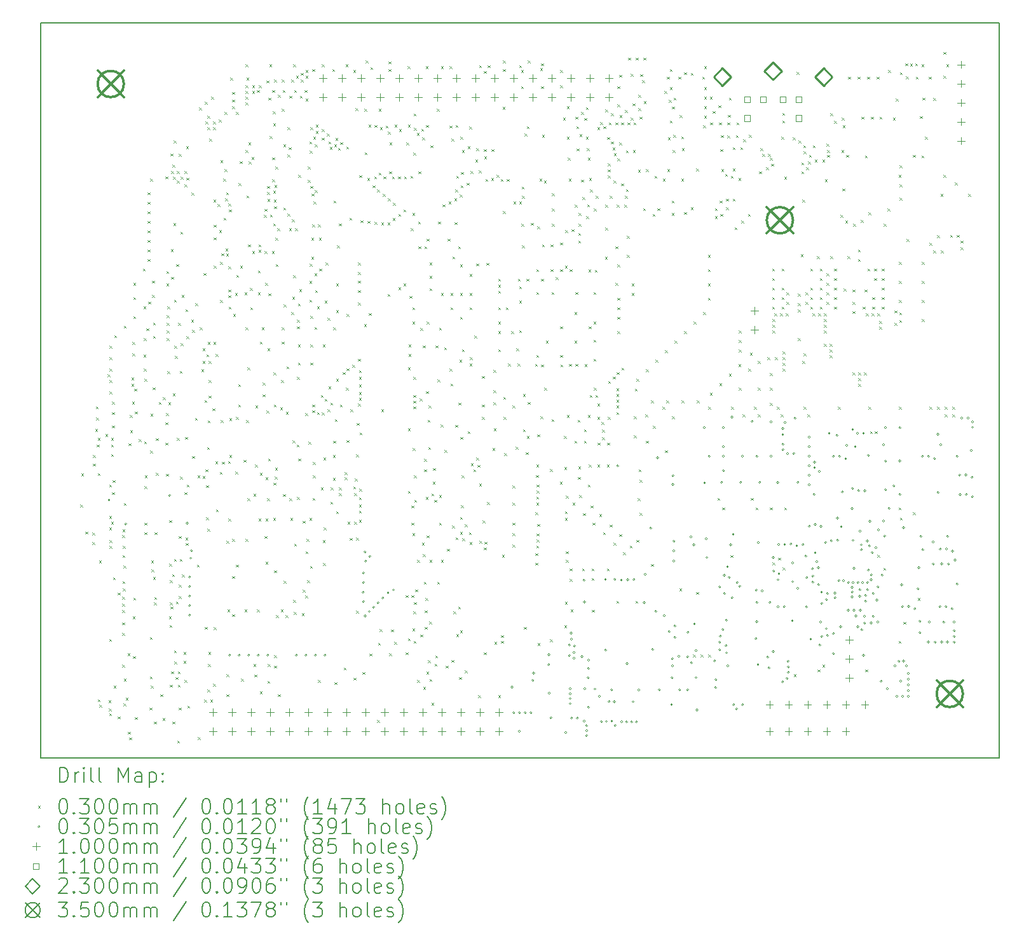
<source format=gbr>
%TF.GenerationSoftware,KiCad,Pcbnew,9.0.2*%
%TF.CreationDate,2025-07-03T22:37:57-04:00*%
%TF.ProjectId,Homebrew6502Project,486f6d65-6272-4657-9736-35303250726f,A*%
%TF.SameCoordinates,Original*%
%TF.FileFunction,Drillmap*%
%TF.FilePolarity,Positive*%
%FSLAX45Y45*%
G04 Gerber Fmt 4.5, Leading zero omitted, Abs format (unit mm)*
G04 Created by KiCad (PCBNEW 9.0.2) date 2025-07-03 22:37:57*
%MOMM*%
%LPD*%
G01*
G04 APERTURE LIST*
%ADD10C,0.200000*%
%ADD11C,0.100000*%
%ADD12C,0.110000*%
%ADD13C,0.230000*%
%ADD14C,0.350000*%
G04 APERTURE END LIST*
D10*
X7960000Y-5283220D02*
X20723500Y-5283220D01*
X20723500Y-15080000D01*
X7960000Y-15080000D01*
X7960000Y-5283220D01*
D11*
X8483577Y-11702020D02*
X8513577Y-11732020D01*
X8513577Y-11702020D02*
X8483577Y-11732020D01*
X8495992Y-11287738D02*
X8525992Y-11317738D01*
X8525992Y-11287738D02*
X8495992Y-11317738D01*
X8549880Y-12060160D02*
X8579880Y-12090160D01*
X8579880Y-12060160D02*
X8549880Y-12090160D01*
X8646400Y-12075400D02*
X8676400Y-12105400D01*
X8676400Y-12075400D02*
X8646400Y-12105400D01*
X8646400Y-12202400D02*
X8676400Y-12232400D01*
X8676400Y-12202400D02*
X8646400Y-12232400D01*
X8654727Y-11041620D02*
X8684727Y-11071620D01*
X8684727Y-11041620D02*
X8654727Y-11071620D01*
X8654727Y-11155920D02*
X8684727Y-11185920D01*
X8684727Y-11155920D02*
X8654727Y-11185920D01*
X8681960Y-10693640D02*
X8711960Y-10723640D01*
X8711960Y-10693640D02*
X8681960Y-10723640D01*
X8692827Y-10393920D02*
X8722827Y-10423920D01*
X8722827Y-10393920D02*
X8692827Y-10423920D01*
X8697200Y-10541240D02*
X8727200Y-10571240D01*
X8727200Y-10541240D02*
X8697200Y-10571240D01*
X8705527Y-10901920D02*
X8735527Y-10931920D01*
X8735527Y-10901920D02*
X8705527Y-10931920D01*
X8717520Y-14295360D02*
X8747520Y-14325360D01*
X8747520Y-14295360D02*
X8717520Y-14325360D01*
X8718227Y-10813020D02*
X8748227Y-10843020D01*
X8748227Y-10813020D02*
X8718227Y-10843020D01*
X8718227Y-11282920D02*
X8748227Y-11312920D01*
X8748227Y-11282920D02*
X8718227Y-11312920D01*
X8733887Y-12446240D02*
X8763887Y-12476240D01*
X8763887Y-12446240D02*
X8733887Y-12476240D01*
X8737840Y-14366480D02*
X8767840Y-14396480D01*
X8767840Y-14366480D02*
X8737840Y-14396480D01*
X8819827Y-10762220D02*
X8849827Y-10792220D01*
X8849827Y-10762220D02*
X8819827Y-10792220D01*
X8846910Y-9965907D02*
X8876910Y-9995907D01*
X8876910Y-9965907D02*
X8846910Y-9995907D01*
X8859760Y-14307299D02*
X8889760Y-14337299D01*
X8889760Y-14307299D02*
X8859760Y-14337299D01*
X8864840Y-14417280D02*
X8894840Y-14447280D01*
X8894840Y-14417280D02*
X8864840Y-14447280D01*
X8868559Y-13491570D02*
X8898559Y-13521570D01*
X8898559Y-13491570D02*
X8868559Y-13521570D01*
X8870627Y-11435320D02*
X8900627Y-11465320D01*
X8900627Y-11435320D02*
X8870627Y-11465320D01*
X8870627Y-11854420D02*
X8900627Y-11884420D01*
X8900627Y-11854420D02*
X8870627Y-11884420D01*
X8870627Y-12006820D02*
X8900627Y-12036820D01*
X8900627Y-12006820D02*
X8870627Y-12036820D01*
X8870627Y-14483320D02*
X8900627Y-14513320D01*
X8900627Y-14483320D02*
X8870627Y-14513320D01*
X8875000Y-9586200D02*
X8905000Y-9616200D01*
X8905000Y-9586200D02*
X8875000Y-9616200D01*
X8875000Y-9738600D02*
X8905000Y-9768600D01*
X8905000Y-9738600D02*
X8875000Y-9768600D01*
X8875000Y-9891000D02*
X8905000Y-9921000D01*
X8905000Y-9891000D02*
X8875000Y-9921000D01*
X8875000Y-10043400D02*
X8905000Y-10073400D01*
X8905000Y-10043400D02*
X8875000Y-10073400D01*
X8875000Y-10195800D02*
X8905000Y-10225800D01*
X8905000Y-10195800D02*
X8875000Y-10225800D01*
X8875000Y-12177000D02*
X8905000Y-12207000D01*
X8905000Y-12177000D02*
X8875000Y-12207000D01*
X8875000Y-12253200D02*
X8905000Y-12283200D01*
X8905000Y-12253200D02*
X8875000Y-12283200D01*
X8895320Y-11928080D02*
X8925320Y-11958080D01*
X8925320Y-11928080D02*
X8895320Y-11958080D01*
X8896027Y-10813020D02*
X8926027Y-10843020D01*
X8926027Y-10813020D02*
X8896027Y-10843020D01*
X8896027Y-10901920D02*
X8926027Y-10931920D01*
X8926027Y-10901920D02*
X8896027Y-10931920D01*
X8896027Y-11028920D02*
X8926027Y-11058920D01*
X8926027Y-11028920D02*
X8896027Y-11058920D01*
X8908727Y-10330420D02*
X8938727Y-10360420D01*
X8938727Y-10330420D02*
X8908727Y-10360420D01*
X8908727Y-10470120D02*
X8938727Y-10500120D01*
X8938727Y-10470120D02*
X8908727Y-10500120D01*
X8908727Y-10647920D02*
X8938727Y-10677920D01*
X8938727Y-10647920D02*
X8908727Y-10677920D01*
X8908727Y-11536920D02*
X8938727Y-11566920D01*
X8938727Y-11536920D02*
X8908727Y-11566920D01*
X8915640Y-11374360D02*
X8945640Y-11404360D01*
X8945640Y-11374360D02*
X8915640Y-11404360D01*
X8919753Y-12670661D02*
X8949753Y-12700661D01*
X8949753Y-12670661D02*
X8919753Y-12700661D01*
X8926559Y-14112550D02*
X8956559Y-14142550D01*
X8956559Y-14112550D02*
X8926559Y-14142550D01*
X8938500Y-9446500D02*
X8968500Y-9476500D01*
X8968500Y-9446500D02*
X8938500Y-9476500D01*
X8984559Y-12875500D02*
X9014559Y-12905500D01*
X9014559Y-12875500D02*
X8984559Y-12905500D01*
X8984927Y-14526500D02*
X9014927Y-14556500D01*
X9014927Y-14526500D02*
X8984927Y-14556500D01*
X9042640Y-12105880D02*
X9072640Y-12135880D01*
X9072640Y-12105880D02*
X9042640Y-12135880D01*
X9042926Y-13108430D02*
X9072926Y-13138430D01*
X9072926Y-13108430D02*
X9042926Y-13138430D01*
X9042927Y-13022820D02*
X9072927Y-13052820D01*
X9072927Y-13022820D02*
X9042927Y-13052820D01*
X9042927Y-13272620D02*
X9072927Y-13302620D01*
X9072927Y-13272620D02*
X9042927Y-13302620D01*
X9042927Y-13412620D02*
X9072927Y-13442620D01*
X9072927Y-13412620D02*
X9042927Y-13442620D01*
X9042927Y-13835620D02*
X9072927Y-13865620D01*
X9072927Y-13835620D02*
X9042927Y-13865620D01*
X9044544Y-12931072D02*
X9074544Y-12961072D01*
X9074544Y-12931072D02*
X9044544Y-12961072D01*
X9045887Y-12723100D02*
X9075887Y-12753100D01*
X9075887Y-12723100D02*
X9045887Y-12753100D01*
X9048427Y-12032220D02*
X9078427Y-12062220D01*
X9078427Y-12032220D02*
X9048427Y-12062220D01*
X9048427Y-12375120D02*
X9078427Y-12405120D01*
X9078427Y-12375120D02*
X9048427Y-12405120D01*
X9050967Y-12819620D02*
X9080967Y-12849620D01*
X9080967Y-12819620D02*
X9050967Y-12849620D01*
X9052800Y-12253200D02*
X9082800Y-12283200D01*
X9082800Y-12253200D02*
X9052800Y-12283200D01*
X9057880Y-12512280D02*
X9087880Y-12542280D01*
X9087880Y-12512280D02*
X9057880Y-12542280D01*
X9057880Y-14351526D02*
X9087880Y-14381526D01*
X9087880Y-14351526D02*
X9057880Y-14381526D01*
X9062960Y-14021040D02*
X9092960Y-14051040D01*
X9092960Y-14021040D02*
X9062960Y-14051040D01*
X9063884Y-11680141D02*
X9093884Y-11710141D01*
X9093884Y-11680141D02*
X9063884Y-11710141D01*
X9065500Y-9319500D02*
X9095500Y-9349500D01*
X9095500Y-9319500D02*
X9065500Y-9349500D01*
X9087374Y-14276026D02*
X9117374Y-14306026D01*
X9117374Y-14276026D02*
X9087374Y-14306026D01*
X9115770Y-13682720D02*
X9145770Y-13712720D01*
X9145770Y-13682720D02*
X9115770Y-13712720D01*
X9119547Y-14727160D02*
X9149547Y-14757160D01*
X9149547Y-14727160D02*
X9119547Y-14757160D01*
X9125478Y-10882871D02*
X9155478Y-10912871D01*
X9155478Y-10882871D02*
X9125478Y-10912871D01*
X9136197Y-14805408D02*
X9166197Y-14835408D01*
X9166197Y-14805408D02*
X9136197Y-14835408D01*
X9144240Y-10505680D02*
X9174240Y-10535680D01*
X9174240Y-10505680D02*
X9144240Y-10535680D01*
X9150027Y-10711420D02*
X9180027Y-10741420D01*
X9180027Y-10711420D02*
X9150027Y-10741420D01*
X9164560Y-10007840D02*
X9194560Y-10037840D01*
X9194560Y-10007840D02*
X9164560Y-10037840D01*
X9164560Y-10094200D02*
X9194560Y-10124200D01*
X9194560Y-10094200D02*
X9164560Y-10124200D01*
X9175427Y-10330420D02*
X9205427Y-10360420D01*
X9205427Y-10330420D02*
X9175427Y-10360420D01*
X9179800Y-9535400D02*
X9209800Y-9565400D01*
X9209800Y-9535400D02*
X9179800Y-9565400D01*
X9179800Y-9687800D02*
X9209800Y-9717800D01*
X9209800Y-9687800D02*
X9179800Y-9717800D01*
X9181900Y-13191200D02*
X9211900Y-13221200D01*
X9211900Y-13191200D02*
X9181900Y-13221200D01*
X9187025Y-13719090D02*
X9217025Y-13749090D01*
X9217025Y-13719090D02*
X9187025Y-13749090D01*
X9189733Y-12942766D02*
X9219733Y-12972766D01*
X9219733Y-12942766D02*
X9189733Y-12972766D01*
X9192500Y-8748000D02*
X9222500Y-8778000D01*
X9222500Y-8748000D02*
X9192500Y-8778000D01*
X9192500Y-8938500D02*
X9222500Y-8968500D01*
X9222500Y-8938500D02*
X9192500Y-8968500D01*
X9192500Y-9192500D02*
X9222500Y-9222500D01*
X9222500Y-9192500D02*
X9192500Y-9222500D01*
X9205200Y-10155160D02*
X9235200Y-10185160D01*
X9235200Y-10155160D02*
X9205200Y-10185160D01*
X9211026Y-10460120D02*
X9241026Y-10490120D01*
X9241026Y-10460120D02*
X9211026Y-10490120D01*
X9213527Y-14534120D02*
X9243527Y-14564120D01*
X9243527Y-14534120D02*
X9213527Y-14564120D01*
X9261052Y-10829321D02*
X9291052Y-10859321D01*
X9291052Y-10829321D02*
X9261052Y-10859321D01*
X9319500Y-8557500D02*
X9349500Y-8587500D01*
X9349500Y-8557500D02*
X9319500Y-8587500D01*
X9327120Y-9703040D02*
X9357120Y-9733040D01*
X9357120Y-9703040D02*
X9327120Y-9733040D01*
X9327827Y-9060420D02*
X9357827Y-9090420D01*
X9357827Y-9060420D02*
X9327827Y-9090420D01*
X9332200Y-9484600D02*
X9362200Y-9514600D01*
X9362200Y-9484600D02*
X9332200Y-9514600D01*
X9332200Y-9891000D02*
X9362200Y-9921000D01*
X9362200Y-9891000D02*
X9332200Y-9921000D01*
X9335447Y-10858740D02*
X9365447Y-10888740D01*
X9365447Y-10858740D02*
X9335447Y-10888740D01*
X9337280Y-10023080D02*
X9367280Y-10053080D01*
X9367280Y-10023080D02*
X9337280Y-10053080D01*
X9338773Y-11453973D02*
X9368773Y-11483973D01*
X9368773Y-11453973D02*
X9338773Y-11483973D01*
X9340527Y-11943320D02*
X9370527Y-11973320D01*
X9370527Y-11943320D02*
X9340527Y-11973320D01*
X9340527Y-12070320D02*
X9370527Y-12100320D01*
X9370527Y-12070320D02*
X9340527Y-12100320D01*
X9342727Y-11310120D02*
X9372727Y-11340120D01*
X9372727Y-11310120D02*
X9342727Y-11340120D01*
X9365927Y-9352520D02*
X9395927Y-9382520D01*
X9395927Y-9352520D02*
X9365927Y-9382520D01*
X9383000Y-7541500D02*
X9413000Y-7571500D01*
X9413000Y-7541500D02*
X9383000Y-7571500D01*
X9383000Y-7668500D02*
X9413000Y-7698500D01*
X9413000Y-7668500D02*
X9383000Y-7698500D01*
X9383000Y-7795500D02*
X9413000Y-7825500D01*
X9413000Y-7795500D02*
X9383000Y-7825500D01*
X9383000Y-7922500D02*
X9413000Y-7952500D01*
X9413000Y-7922500D02*
X9383000Y-7952500D01*
X9383000Y-8049500D02*
X9413000Y-8079500D01*
X9413000Y-8049500D02*
X9383000Y-8079500D01*
X9383000Y-8176500D02*
X9413000Y-8206500D01*
X9413000Y-8176500D02*
X9383000Y-8206500D01*
X9383000Y-8303500D02*
X9413000Y-8333500D01*
X9413000Y-8303500D02*
X9383000Y-8333500D01*
X9383000Y-8430500D02*
X9413000Y-8460500D01*
X9413000Y-8430500D02*
X9383000Y-8460500D01*
X9391327Y-8996920D02*
X9421327Y-9026920D01*
X9421327Y-8996920D02*
X9391327Y-9026920D01*
X9406837Y-14407120D02*
X9436837Y-14437120D01*
X9436837Y-14407120D02*
X9406837Y-14437120D01*
X9409809Y-13993101D02*
X9439809Y-14023101D01*
X9439809Y-13993101D02*
X9409809Y-14023101D01*
X9410274Y-13465283D02*
X9440274Y-13495283D01*
X9440274Y-13465283D02*
X9410274Y-13495283D01*
X9414789Y-10983058D02*
X9444789Y-11013058D01*
X9444789Y-10983058D02*
X9414789Y-11013058D01*
X9416727Y-7358620D02*
X9446727Y-7388620D01*
X9446727Y-7358620D02*
X9416727Y-7388620D01*
X9421005Y-10490020D02*
X9451005Y-10520020D01*
X9451005Y-10490020D02*
X9421005Y-10520020D01*
X9422197Y-14112526D02*
X9452197Y-14142526D01*
X9452197Y-14112526D02*
X9422197Y-14142526D01*
X9426887Y-12448780D02*
X9456887Y-12478780D01*
X9456887Y-12448780D02*
X9426887Y-12478780D01*
X9431967Y-12565620D02*
X9461967Y-12595620D01*
X9461967Y-12565620D02*
X9431967Y-12595620D01*
X9442127Y-8717520D02*
X9472127Y-8747520D01*
X9472127Y-8717520D02*
X9442127Y-8747520D01*
X9442127Y-8908020D02*
X9472127Y-8938020D01*
X9472127Y-8908020D02*
X9442127Y-8938020D01*
X9449040Y-10139920D02*
X9479040Y-10169920D01*
X9479040Y-10139920D02*
X9449040Y-10169920D01*
X9454827Y-9276320D02*
X9484827Y-9306320D01*
X9484827Y-9276320D02*
X9454827Y-9306320D01*
X9454827Y-9454120D02*
X9484827Y-9484120D01*
X9484827Y-9454120D02*
X9454827Y-9484120D01*
X9454827Y-12667220D02*
X9484827Y-12697220D01*
X9484827Y-12667220D02*
X9454827Y-12697220D01*
X9454827Y-12667220D02*
X9484827Y-12697220D01*
X9484827Y-12667220D02*
X9454827Y-12697220D01*
X9464280Y-13005040D02*
X9494280Y-13035040D01*
X9494280Y-13005040D02*
X9464280Y-13035040D01*
X9467527Y-14592540D02*
X9497527Y-14622540D01*
X9497527Y-14592540D02*
X9467527Y-14622540D01*
X9469360Y-12933920D02*
X9499360Y-12963920D01*
X9499360Y-12933920D02*
X9469360Y-12963920D01*
X9474440Y-12070320D02*
X9504440Y-12100320D01*
X9504440Y-12070320D02*
X9474440Y-12100320D01*
X9492197Y-10818200D02*
X9522197Y-10848200D01*
X9522197Y-10818200D02*
X9492197Y-10848200D01*
X9492197Y-11280120D02*
X9522197Y-11310120D01*
X9522197Y-11280120D02*
X9492197Y-11310120D01*
X9530320Y-10332960D02*
X9560320Y-10362960D01*
X9560320Y-10332960D02*
X9530320Y-10362960D01*
X9550197Y-14228626D02*
X9580197Y-14258626D01*
X9580197Y-14228626D02*
X9550197Y-14258626D01*
X9581827Y-14546820D02*
X9611827Y-14576820D01*
X9611827Y-14546820D02*
X9581827Y-14576820D01*
X9586200Y-10272000D02*
X9616200Y-10302000D01*
X9616200Y-10272000D02*
X9586200Y-10302000D01*
X9616127Y-10606020D02*
X9646127Y-10636020D01*
X9646127Y-10606020D02*
X9616127Y-10636020D01*
X9619927Y-7327680D02*
X9649927Y-7357680D01*
X9649927Y-7327680D02*
X9619927Y-7357680D01*
X9620247Y-10876200D02*
X9650247Y-10906200D01*
X9650247Y-10876200D02*
X9620247Y-10906200D01*
X9625555Y-11292655D02*
X9655555Y-11322655D01*
X9655555Y-11292655D02*
X9625555Y-11322655D01*
X9626840Y-10480280D02*
X9656840Y-10510280D01*
X9656840Y-10480280D02*
X9626840Y-10510280D01*
X9632627Y-8590520D02*
X9662627Y-8620520D01*
X9662627Y-8590520D02*
X9632627Y-8620520D01*
X9632627Y-8755620D02*
X9662627Y-8785620D01*
X9662627Y-8755620D02*
X9632627Y-8785620D01*
X9637000Y-9179800D02*
X9667000Y-9209800D01*
X9667000Y-9179800D02*
X9637000Y-9209800D01*
X9637000Y-9281400D02*
X9667000Y-9311400D01*
X9667000Y-9281400D02*
X9637000Y-9311400D01*
X9637000Y-9383000D02*
X9667000Y-9413000D01*
X9667000Y-9383000D02*
X9637000Y-9413000D01*
X9637000Y-9484600D02*
X9667000Y-9514600D01*
X9667000Y-9484600D02*
X9637000Y-9514600D01*
X9645327Y-9060420D02*
X9675327Y-9090420D01*
X9675327Y-9060420D02*
X9645327Y-9090420D01*
X9645327Y-9924020D02*
X9675327Y-9954020D01*
X9675327Y-9924020D02*
X9645327Y-9954020D01*
X9655227Y-10340120D02*
X9685227Y-10370120D01*
X9685227Y-10340120D02*
X9655227Y-10370120D01*
X9666297Y-13191200D02*
X9696297Y-13221200D01*
X9696297Y-13191200D02*
X9666297Y-13221200D01*
X9667359Y-11908587D02*
X9697359Y-11938587D01*
X9697359Y-11908587D02*
X9667359Y-11938587D01*
X9670727Y-12489420D02*
X9700727Y-12519420D01*
X9700727Y-12489420D02*
X9670727Y-12519420D01*
X9673267Y-13307300D02*
X9703267Y-13337300D01*
X9703267Y-13307300D02*
X9673267Y-13337300D01*
X9675807Y-12707860D02*
X9705807Y-12737860D01*
X9705807Y-12707860D02*
X9675807Y-12737860D01*
X9677640Y-13005040D02*
X9707640Y-13035040D01*
X9707640Y-13005040D02*
X9677640Y-13035040D01*
X9679456Y-14100880D02*
X9709456Y-14130880D01*
X9709456Y-14100880D02*
X9679456Y-14130880D01*
X9687727Y-7022620D02*
X9717727Y-7052620D01*
X9717727Y-7022620D02*
X9687727Y-7052620D01*
X9687800Y-13060920D02*
X9717800Y-13090920D01*
X9717800Y-13060920D02*
X9687800Y-13090920D01*
X9691665Y-8298376D02*
X9721665Y-8328376D01*
X9721665Y-8298376D02*
X9691665Y-8328376D01*
X9696127Y-7257020D02*
X9726127Y-7287020D01*
X9726127Y-7257020D02*
X9696127Y-7287020D01*
X9696127Y-8666720D02*
X9726127Y-8696720D01*
X9726127Y-8666720D02*
X9696127Y-8696720D01*
X9696127Y-13924520D02*
X9726127Y-13954520D01*
X9726127Y-13924520D02*
X9696127Y-13954520D01*
X9708827Y-12629120D02*
X9738827Y-12659120D01*
X9738827Y-12629120D02*
X9708827Y-12659120D01*
X9709223Y-14593480D02*
X9739223Y-14623480D01*
X9739223Y-14593480D02*
X9709223Y-14623480D01*
X9712727Y-7172620D02*
X9742727Y-7202620D01*
X9742727Y-7172620D02*
X9712727Y-7202620D01*
X9714327Y-10221857D02*
X9744327Y-10251857D01*
X9744327Y-10221857D02*
X9714327Y-10251857D01*
X9721527Y-7333220D02*
X9751527Y-7363220D01*
X9751527Y-7333220D02*
X9721527Y-7363220D01*
X9725307Y-7951240D02*
X9755307Y-7981240D01*
X9755307Y-7951240D02*
X9725307Y-7981240D01*
X9730387Y-6848880D02*
X9760387Y-6878880D01*
X9760387Y-6848880D02*
X9730387Y-6878880D01*
X9733520Y-13645120D02*
X9763520Y-13675120D01*
X9763520Y-13645120D02*
X9733520Y-13675120D01*
X9734227Y-8971520D02*
X9764227Y-9001520D01*
X9764227Y-8971520D02*
X9734227Y-9001520D01*
X9734227Y-12425920D02*
X9764227Y-12455920D01*
X9764227Y-12425920D02*
X9734227Y-12455920D01*
X9738600Y-9586200D02*
X9768600Y-9616200D01*
X9768600Y-9586200D02*
X9738600Y-9616200D01*
X9738600Y-13792440D02*
X9768600Y-13822440D01*
X9768600Y-13792440D02*
X9738600Y-13822440D01*
X9746927Y-9720820D02*
X9776927Y-9750820D01*
X9776927Y-9720820D02*
X9746927Y-9750820D01*
X9753840Y-14000720D02*
X9783840Y-14030720D01*
X9783840Y-14000720D02*
X9753840Y-14030720D01*
X9758647Y-12991025D02*
X9788647Y-13021025D01*
X9788647Y-12991025D02*
X9758647Y-13021025D01*
X9762727Y-8497620D02*
X9792727Y-8527620D01*
X9792727Y-8497620D02*
X9762727Y-8527620D01*
X9772327Y-7257020D02*
X9802327Y-7287020D01*
X9802327Y-7257020D02*
X9772327Y-7287020D01*
X9772327Y-7384020D02*
X9802327Y-7414020D01*
X9802327Y-7384020D02*
X9772327Y-7414020D01*
X9772327Y-10813020D02*
X9802327Y-10843020D01*
X9802327Y-10813020D02*
X9772327Y-10843020D01*
X9775962Y-14848680D02*
X9805962Y-14878680D01*
X9805962Y-14848680D02*
X9775962Y-14878680D01*
X9785027Y-13924520D02*
X9815027Y-13954520D01*
X9815027Y-13924520D02*
X9785027Y-13954520D01*
X9785027Y-14102320D02*
X9815027Y-14132320D01*
X9815027Y-14102320D02*
X9785027Y-14132320D01*
X9789400Y-9281400D02*
X9819400Y-9311400D01*
X9819400Y-9281400D02*
X9789400Y-9311400D01*
X9797727Y-7028420D02*
X9827727Y-7058420D01*
X9827727Y-7028420D02*
X9797727Y-7058420D01*
X9797727Y-12121120D02*
X9827727Y-12151120D01*
X9827727Y-12121120D02*
X9797727Y-12151120D01*
X9797727Y-12768820D02*
X9827727Y-12798820D01*
X9827727Y-12768820D02*
X9797727Y-12798820D01*
X9797727Y-12921220D02*
X9827727Y-12951220D01*
X9827727Y-12921220D02*
X9797727Y-12951220D01*
X9797727Y-14407120D02*
X9827727Y-14437120D01*
X9827727Y-14407120D02*
X9797727Y-14437120D01*
X9810227Y-9920120D02*
X9840227Y-9950120D01*
X9840227Y-9920120D02*
X9810227Y-9950120D01*
X9810427Y-12425920D02*
X9840427Y-12455920D01*
X9840427Y-12425920D02*
X9810427Y-12455920D01*
X9813339Y-11330808D02*
X9843339Y-11360808D01*
X9843339Y-11330808D02*
X9813339Y-11360808D01*
X9817247Y-8064740D02*
X9847247Y-8094740D01*
X9847247Y-8064740D02*
X9817247Y-8094740D01*
X9819880Y-9550640D02*
X9849880Y-9580640D01*
X9849880Y-9550640D02*
X9819880Y-9580640D01*
X9823127Y-7333220D02*
X9853127Y-7363220D01*
X9853127Y-7333220D02*
X9823127Y-7363220D01*
X9835827Y-8908020D02*
X9865827Y-8938020D01*
X9865827Y-8908020D02*
X9835827Y-8938020D01*
X9838367Y-12631660D02*
X9868367Y-12661660D01*
X9868367Y-12631660D02*
X9838367Y-12661660D01*
X9861227Y-13665540D02*
X9891227Y-13695540D01*
X9891227Y-13665540D02*
X9861227Y-13695540D01*
X9861227Y-13785540D02*
X9891227Y-13815540D01*
X9891227Y-13785540D02*
X9861227Y-13815540D01*
X9873927Y-7257020D02*
X9903927Y-7287020D01*
X9903927Y-7257020D02*
X9873927Y-7287020D01*
X9873927Y-7434820D02*
X9903927Y-7464820D01*
X9903927Y-7434820D02*
X9873927Y-7464820D01*
X9873927Y-11536920D02*
X9903927Y-11566920D01*
X9903927Y-11536920D02*
X9873927Y-11566920D01*
X9873927Y-14038820D02*
X9903927Y-14068820D01*
X9903927Y-14038820D02*
X9873927Y-14068820D01*
X9881547Y-10800440D02*
X9911547Y-10830440D01*
X9911547Y-10800440D02*
X9881547Y-10830440D01*
X9885920Y-12141440D02*
X9915920Y-12171440D01*
X9915920Y-12141440D02*
X9885920Y-12171440D01*
X9886627Y-9098520D02*
X9916627Y-9128520D01*
X9916627Y-9098520D02*
X9886627Y-9128520D01*
X9891353Y-12212913D02*
X9921353Y-12242913D01*
X9921353Y-12212913D02*
X9891353Y-12242913D01*
X9892592Y-6927340D02*
X9922592Y-6957340D01*
X9922592Y-6927340D02*
X9892592Y-6957340D01*
X9896080Y-9459200D02*
X9926080Y-9489200D01*
X9926080Y-9459200D02*
X9896080Y-9489200D01*
X9899327Y-7344880D02*
X9929327Y-7374880D01*
X9929327Y-7344880D02*
X9899327Y-7374880D01*
X9901302Y-11435320D02*
X9931302Y-11465320D01*
X9931302Y-11435320D02*
X9901302Y-11465320D01*
X9912027Y-14381720D02*
X9942027Y-14411720D01*
X9942027Y-14381720D02*
X9912027Y-14411720D01*
X9962827Y-9238220D02*
X9992827Y-9268220D01*
X9992827Y-9238220D02*
X9962827Y-9268220D01*
X9966727Y-7542931D02*
X9996727Y-7572931D01*
X9996727Y-7542931D02*
X9966727Y-7572931D01*
X9972280Y-9372840D02*
X10002280Y-9402840D01*
X10002280Y-9372840D02*
X9972280Y-9402840D01*
X9975527Y-11054320D02*
X10005527Y-11084320D01*
X10005527Y-11054320D02*
X9975527Y-11084320D01*
X10013627Y-10547445D02*
X10043627Y-10577445D01*
X10043627Y-10547445D02*
X10013627Y-10577445D01*
X10016907Y-9018440D02*
X10046907Y-9048440D01*
X10046907Y-9018440D02*
X10016907Y-9048440D01*
X10039027Y-12502120D02*
X10069027Y-12532120D01*
X10069027Y-12502120D02*
X10039027Y-12532120D01*
X10046126Y-11314209D02*
X10076126Y-11344209D01*
X10076126Y-11314209D02*
X10046126Y-11344209D01*
X10051727Y-14800820D02*
X10081727Y-14830820D01*
X10081727Y-14800820D02*
X10051727Y-14830820D01*
X10069137Y-6410830D02*
X10099137Y-6440830D01*
X10099137Y-6410830D02*
X10069137Y-6440830D01*
X10077127Y-9339820D02*
X10107127Y-9369820D01*
X10107127Y-9339820D02*
X10077127Y-9369820D01*
X10097511Y-9898009D02*
X10127511Y-9928009D01*
X10127511Y-9898009D02*
X10097511Y-9928009D01*
X10114520Y-9616680D02*
X10144520Y-9646680D01*
X10144520Y-9616680D02*
X10114520Y-9646680D01*
X10114520Y-9789400D02*
X10144520Y-9819400D01*
X10144520Y-9789400D02*
X10114520Y-9819400D01*
X10115227Y-11321020D02*
X10145227Y-11351020D01*
X10145227Y-11321020D02*
X10115227Y-11351020D01*
X10126571Y-8614736D02*
X10156571Y-8644736D01*
X10156571Y-8614736D02*
X10126571Y-8644736D01*
X10134193Y-14301620D02*
X10164193Y-14331620D01*
X10164193Y-14301620D02*
X10134193Y-14331620D01*
X10139920Y-10307560D02*
X10169920Y-10337560D01*
X10169920Y-10307560D02*
X10139920Y-10337560D01*
X10145000Y-13330160D02*
X10175000Y-13360160D01*
X10175000Y-13330160D02*
X10145000Y-13360160D01*
X10145337Y-6334630D02*
X10175337Y-6364630D01*
X10175337Y-6334630D02*
X10145337Y-6364630D01*
X10150080Y-11232120D02*
X10180080Y-11262120D01*
X10180080Y-11232120D02*
X10150080Y-11262120D01*
X10153327Y-6596620D02*
X10183327Y-6626620D01*
X10183327Y-6596620D02*
X10153327Y-6626620D01*
X10160626Y-11868920D02*
X10190626Y-11898920D01*
X10190626Y-11868920D02*
X10160626Y-11898920D01*
X10161990Y-11444675D02*
X10191990Y-11474675D01*
X10191990Y-11444675D02*
X10161990Y-11474675D01*
X10165320Y-9697960D02*
X10195320Y-9727960D01*
X10195320Y-9697960D02*
X10165320Y-9727960D01*
X10174503Y-10934200D02*
X10204503Y-10964200D01*
X10204503Y-10934200D02*
X10174503Y-10964200D01*
X10174977Y-12021879D02*
X10204977Y-12051879D01*
X10204977Y-12021879D02*
X10174977Y-12051879D01*
X10178727Y-6520420D02*
X10208727Y-6550420D01*
X10208727Y-6520420D02*
X10178727Y-6550420D01*
X10178727Y-6672820D02*
X10208727Y-6702820D01*
X10208727Y-6672820D02*
X10178727Y-6702820D01*
X10178727Y-14165820D02*
X10208727Y-14195820D01*
X10208727Y-14165820D02*
X10178727Y-14195820D01*
X10180180Y-10578371D02*
X10210180Y-10608371D01*
X10210180Y-10578371D02*
X10180180Y-10608371D01*
X10180560Y-9535400D02*
X10210560Y-9565400D01*
X10210560Y-9535400D02*
X10180560Y-9565400D01*
X10187647Y-13825640D02*
X10217647Y-13855640D01*
X10217647Y-13825640D02*
X10187647Y-13855640D01*
X10191427Y-13665540D02*
X10221427Y-13695540D01*
X10221427Y-13665540D02*
X10191427Y-13695540D01*
X10193241Y-10249159D02*
X10223241Y-10279159D01*
X10223241Y-10249159D02*
X10193241Y-10279159D01*
X10195800Y-9789400D02*
X10225800Y-9819400D01*
X10225800Y-9789400D02*
X10195800Y-9819400D01*
X10195800Y-10043400D02*
X10225800Y-10073400D01*
X10225800Y-10043400D02*
X10195800Y-10073400D01*
X10204127Y-6825220D02*
X10234127Y-6855220D01*
X10234127Y-6825220D02*
X10204127Y-6855220D01*
X10214940Y-14301620D02*
X10244940Y-14331620D01*
X10244940Y-14301620D02*
X10214940Y-14331620D01*
X10229527Y-6266180D02*
X10259527Y-6296180D01*
X10259527Y-6266180D02*
X10229527Y-6296180D01*
X10246600Y-10419320D02*
X10276600Y-10449320D01*
X10276600Y-10419320D02*
X10246600Y-10449320D01*
X10254927Y-6596620D02*
X10284927Y-6626620D01*
X10284927Y-6596620D02*
X10254927Y-6626620D01*
X10254927Y-6672820D02*
X10284927Y-6702820D01*
X10284927Y-6672820D02*
X10254927Y-6702820D01*
X10254927Y-14089620D02*
X10284927Y-14119620D01*
X10284927Y-14089620D02*
X10254927Y-14119620D01*
X10256760Y-9535400D02*
X10286760Y-9565400D01*
X10286760Y-9535400D02*
X10256760Y-9565400D01*
X10258891Y-7637104D02*
X10288891Y-7667104D01*
X10288891Y-7637104D02*
X10258891Y-7667104D01*
X10261840Y-13335240D02*
X10291840Y-13365240D01*
X10291840Y-13335240D02*
X10261840Y-13365240D01*
X10262253Y-8141547D02*
X10292253Y-8171547D01*
X10292253Y-8141547D02*
X10262253Y-8171547D01*
X10262253Y-8519400D02*
X10292253Y-8549400D01*
X10292253Y-8519400D02*
X10262253Y-8549400D01*
X10262727Y-7972620D02*
X10292727Y-8002620D01*
X10292727Y-7972620D02*
X10262727Y-8002620D01*
X10284562Y-11126284D02*
X10314562Y-11156284D01*
X10314562Y-11126284D02*
X10284562Y-11156284D01*
X10287240Y-9692880D02*
X10317240Y-9722880D01*
X10317240Y-9692880D02*
X10287240Y-9722880D01*
X10293027Y-11765520D02*
X10323027Y-11795520D01*
X10323027Y-11765520D02*
X10293027Y-11795520D01*
X10312593Y-7696401D02*
X10342593Y-7726401D01*
X10342593Y-7696401D02*
X10312593Y-7726401D01*
X10331127Y-6571220D02*
X10361127Y-6601220D01*
X10361127Y-6571220D02*
X10331127Y-6601220D01*
X10333153Y-8043046D02*
X10363153Y-8073046D01*
X10363153Y-8043046D02*
X10333153Y-8073046D01*
X10342562Y-11266308D02*
X10372562Y-11296308D01*
X10372562Y-11266308D02*
X10342562Y-11296308D01*
X10347746Y-8468359D02*
X10377746Y-8498359D01*
X10377746Y-8468359D02*
X10347746Y-8498359D01*
X10348200Y-8976600D02*
X10378200Y-9006600D01*
X10378200Y-8976600D02*
X10348200Y-9006600D01*
X10352351Y-7114620D02*
X10382351Y-7144620D01*
X10382351Y-7114620D02*
X10352351Y-7144620D01*
X10356527Y-10575100D02*
X10386527Y-10605100D01*
X10386527Y-10575100D02*
X10356527Y-10605100D01*
X10364147Y-8353510D02*
X10394147Y-8383510D01*
X10394147Y-8353510D02*
X10364147Y-8383510D01*
X10370025Y-11129722D02*
X10400025Y-11159722D01*
X10400025Y-11129722D02*
X10370025Y-11159722D01*
X10387447Y-7358620D02*
X10417447Y-7388620D01*
X10417447Y-7358620D02*
X10387447Y-7388620D01*
X10394627Y-7879320D02*
X10424627Y-7909320D01*
X10424627Y-7879320D02*
X10394627Y-7909320D01*
X10407327Y-6469620D02*
X10437327Y-6499620D01*
X10437327Y-6469620D02*
X10407327Y-6499620D01*
X10407327Y-7230620D02*
X10437327Y-7260620D01*
X10437327Y-7230620D02*
X10407327Y-7260620D01*
X10412450Y-7618668D02*
X10442450Y-7648668D01*
X10442450Y-7618668D02*
X10412450Y-7648668D01*
X10417487Y-8288260D02*
X10447487Y-8318260D01*
X10447487Y-8288260D02*
X10417487Y-8318260D01*
X10425627Y-7539760D02*
X10455627Y-7569760D01*
X10455627Y-7539760D02*
X10425627Y-7569760D01*
X10427647Y-8356840D02*
X10457647Y-8386840D01*
X10457647Y-8356840D02*
X10427647Y-8386840D01*
X10429480Y-12182080D02*
X10459480Y-12212080D01*
X10459480Y-12182080D02*
X10429480Y-12212080D01*
X10432727Y-13962620D02*
X10462727Y-13992620D01*
X10462727Y-13962620D02*
X10432727Y-13992620D01*
X10432727Y-14229320D02*
X10462727Y-14259320D01*
X10462727Y-14229320D02*
X10432727Y-14259320D01*
X10445139Y-13097630D02*
X10475139Y-13127630D01*
X10475139Y-13097630D02*
X10445139Y-13127630D01*
X10453721Y-11120283D02*
X10483721Y-11150283D01*
X10483721Y-11120283D02*
X10453721Y-11150283D01*
X10454880Y-8834360D02*
X10484880Y-8864360D01*
X10484880Y-8834360D02*
X10454880Y-8864360D01*
X10454880Y-8910560D02*
X10484880Y-8940560D01*
X10484880Y-8910560D02*
X10454880Y-8940560D01*
X10457482Y-11890080D02*
X10487482Y-11920080D01*
X10487482Y-11890080D02*
X10457482Y-11920080D01*
X10458127Y-7688820D02*
X10488127Y-7718820D01*
X10488127Y-7688820D02*
X10458127Y-7718820D01*
X10458127Y-8527020D02*
X10488127Y-8557020D01*
X10488127Y-8527020D02*
X10458127Y-8557020D01*
X10462500Y-9065500D02*
X10492500Y-9095500D01*
X10492500Y-9065500D02*
X10462500Y-9095500D01*
X10463477Y-7768641D02*
X10493477Y-7798641D01*
X10493477Y-7768641D02*
X10463477Y-7798641D01*
X10468287Y-11041620D02*
X10498287Y-11071620D01*
X10498287Y-11041620D02*
X10468287Y-11071620D01*
X10470120Y-10551400D02*
X10500120Y-10581400D01*
X10500120Y-10551400D02*
X10470120Y-10581400D01*
X10483527Y-6012420D02*
X10513527Y-6042420D01*
X10513527Y-6012420D02*
X10483527Y-6042420D01*
X10508927Y-6202920D02*
X10538927Y-6232920D01*
X10538927Y-6202920D02*
X10508927Y-6232920D01*
X10508927Y-6304520D02*
X10538927Y-6334520D01*
X10538927Y-6304520D02*
X10508927Y-6334520D01*
X10508927Y-6393420D02*
X10538927Y-6423420D01*
X10538927Y-6393420D02*
X10508927Y-6423420D01*
X10508927Y-12159220D02*
X10538927Y-12189220D01*
X10538927Y-12159220D02*
X10508927Y-12189220D01*
X10508927Y-12653370D02*
X10538927Y-12683370D01*
X10538927Y-12653370D02*
X10508927Y-12683370D01*
X10508927Y-13162520D02*
X10538927Y-13192520D01*
X10538927Y-13162520D02*
X10508927Y-13192520D01*
X10521627Y-9162020D02*
X10551627Y-9192020D01*
X10551627Y-9162020D02*
X10521627Y-9192020D01*
X10546320Y-8880080D02*
X10576320Y-8910080D01*
X10576320Y-8880080D02*
X10546320Y-8910080D01*
X10551400Y-11262600D02*
X10581400Y-11292600D01*
X10581400Y-11262600D02*
X10551400Y-11292600D01*
X10559727Y-6469620D02*
X10589727Y-6499620D01*
X10589727Y-6469620D02*
X10559727Y-6499620D01*
X10559727Y-10533620D02*
X10589727Y-10563620D01*
X10589727Y-10533620D02*
X10559727Y-10563620D01*
X10559727Y-12502120D02*
X10589727Y-12532120D01*
X10589727Y-12502120D02*
X10559727Y-12532120D01*
X10561560Y-8641320D02*
X10591560Y-8671320D01*
X10591560Y-8641320D02*
X10561560Y-8671320D01*
X10587727Y-10097620D02*
X10617727Y-10127620D01*
X10617727Y-10097620D02*
X10587727Y-10127620D01*
X10587727Y-10369240D02*
X10617727Y-10399240D01*
X10617727Y-10369240D02*
X10587727Y-10399240D01*
X10593856Y-7417851D02*
X10623856Y-7447851D01*
X10623856Y-7417851D02*
X10593856Y-7447851D01*
X10608580Y-7127224D02*
X10638580Y-7157224D01*
X10638580Y-7127224D02*
X10608580Y-7157224D01*
X10612360Y-8519400D02*
X10642360Y-8549400D01*
X10642360Y-8519400D02*
X10612360Y-8549400D01*
X10625051Y-14023515D02*
X10655051Y-14053515D01*
X10655051Y-14023515D02*
X10625051Y-14053515D01*
X10661327Y-11105120D02*
X10691327Y-11135120D01*
X10691327Y-11105120D02*
X10661327Y-11135120D01*
X10673320Y-8875000D02*
X10703320Y-8905000D01*
X10703320Y-8875000D02*
X10673320Y-8905000D01*
X10674027Y-13099020D02*
X10704027Y-13129020D01*
X10704027Y-13099020D02*
X10674027Y-13129020D01*
X10686727Y-5834620D02*
X10716727Y-5864620D01*
X10716727Y-5834620D02*
X10686727Y-5864620D01*
X10686727Y-6114020D02*
X10716727Y-6144020D01*
X10716727Y-6114020D02*
X10686727Y-6144020D01*
X10686727Y-6190220D02*
X10716727Y-6220220D01*
X10716727Y-6190220D02*
X10686727Y-6220220D01*
X10686727Y-6266420D02*
X10716727Y-6296420D01*
X10716727Y-6266420D02*
X10686727Y-6296420D01*
X10686727Y-6342620D02*
X10716727Y-6372620D01*
X10716727Y-6342620D02*
X10686727Y-6372620D01*
X10686727Y-6977620D02*
X10716727Y-7007620D01*
X10716727Y-6977620D02*
X10686727Y-7007620D01*
X10686727Y-9339820D02*
X10716727Y-9369820D01*
X10716727Y-9339820D02*
X10686727Y-9369820D01*
X10686727Y-12159220D02*
X10716727Y-12189220D01*
X10716727Y-12159220D02*
X10686727Y-12189220D01*
X10695192Y-10575100D02*
X10725192Y-10605100D01*
X10725192Y-10575100D02*
X10695192Y-10605100D01*
X10699027Y-7583640D02*
X10729027Y-7613640D01*
X10729027Y-7583640D02*
X10699027Y-7613640D01*
X10699427Y-6012420D02*
X10729427Y-6042420D01*
X10729427Y-6012420D02*
X10699427Y-6042420D01*
X10712127Y-9873220D02*
X10742127Y-9903220D01*
X10742127Y-9873220D02*
X10712127Y-9903220D01*
X10712127Y-11614920D02*
X10742127Y-11644920D01*
X10742127Y-11614920D02*
X10712127Y-11644920D01*
X10720857Y-8233459D02*
X10750857Y-8263459D01*
X10750857Y-8233459D02*
X10720857Y-8263459D01*
X10724827Y-6876020D02*
X10754827Y-6906020D01*
X10754827Y-6876020D02*
X10724827Y-6906020D01*
X10726847Y-7130020D02*
X10756847Y-7160020D01*
X10756847Y-7130020D02*
X10726847Y-7160020D01*
X10744440Y-8814040D02*
X10774440Y-8844040D01*
X10774440Y-8814040D02*
X10744440Y-8844040D01*
X10750227Y-9073120D02*
X10780227Y-9103120D01*
X10780227Y-9073120D02*
X10750227Y-9103120D01*
X10767532Y-7069860D02*
X10797532Y-7099860D01*
X10797532Y-7069860D02*
X10767532Y-7099860D01*
X10775627Y-6114020D02*
X10805627Y-6144020D01*
X10805627Y-6114020D02*
X10775627Y-6144020D01*
X10775627Y-6190220D02*
X10805627Y-6220220D01*
X10805627Y-6190220D02*
X10775627Y-6220220D01*
X10775627Y-8323820D02*
X10805627Y-8353820D01*
X10805627Y-8323820D02*
X10775627Y-8353820D01*
X10789567Y-11556920D02*
X10819567Y-11586920D01*
X10819567Y-11556920D02*
X10789567Y-11586920D01*
X10790160Y-13824720D02*
X10820160Y-13854720D01*
X10820160Y-13824720D02*
X10790160Y-13854720D01*
X10805227Y-13968160D02*
X10835227Y-13998160D01*
X10835227Y-13968160D02*
X10805227Y-13998160D01*
X10813727Y-11168620D02*
X10843727Y-11198620D01*
X10843727Y-11168620D02*
X10813727Y-11198620D01*
X10817176Y-10378952D02*
X10847176Y-10408952D01*
X10847176Y-10378952D02*
X10817176Y-10408952D01*
X10839127Y-6177520D02*
X10869127Y-6207520D01*
X10869127Y-6177520D02*
X10839127Y-6207520D01*
X10839127Y-13099020D02*
X10869127Y-13129020D01*
X10869127Y-13099020D02*
X10839127Y-13129020D01*
X10851120Y-8580360D02*
X10881120Y-8610360D01*
X10881120Y-8580360D02*
X10851120Y-8610360D01*
X10851120Y-8875000D02*
X10881120Y-8905000D01*
X10881120Y-8875000D02*
X10851120Y-8905000D01*
X10857747Y-8234920D02*
X10887747Y-8264920D01*
X10887747Y-8234920D02*
X10857747Y-8264920D01*
X10857747Y-8305220D02*
X10887747Y-8335220D01*
X10887747Y-8305220D02*
X10857747Y-8335220D01*
X10859447Y-11889980D02*
X10889447Y-11919980D01*
X10889447Y-11889980D02*
X10859447Y-11919980D01*
X10864527Y-6114020D02*
X10894527Y-6144020D01*
X10894527Y-6114020D02*
X10864527Y-6144020D01*
X10874687Y-11280380D02*
X10904687Y-11310380D01*
X10904687Y-11280380D02*
X10874687Y-11310380D01*
X10877227Y-9530320D02*
X10907227Y-9560320D01*
X10907227Y-9530320D02*
X10877227Y-9560320D01*
X10877227Y-14191220D02*
X10907227Y-14221220D01*
X10907227Y-14191220D02*
X10877227Y-14221220D01*
X10902627Y-9339820D02*
X10932627Y-9369820D01*
X10932627Y-9339820D02*
X10902627Y-9369820D01*
X10915327Y-10076420D02*
X10945327Y-10106420D01*
X10945327Y-10076420D02*
X10915327Y-10106420D01*
X10915327Y-10231120D02*
X10945327Y-10261120D01*
X10945327Y-10231120D02*
X10915327Y-10261120D01*
X10931747Y-7842031D02*
X10961747Y-7872031D01*
X10961747Y-7842031D02*
X10931747Y-7872031D01*
X10938024Y-7762277D02*
X10968024Y-7792277D01*
X10968024Y-7762277D02*
X10938024Y-7792277D01*
X10940727Y-8323820D02*
X10970727Y-8353820D01*
X10970727Y-8323820D02*
X10940727Y-8353820D01*
X10940727Y-12121120D02*
X10970727Y-12151120D01*
X10970727Y-12121120D02*
X10940727Y-12151120D01*
X10947567Y-8747530D02*
X10977567Y-8777530D01*
X10977567Y-8747530D02*
X10947567Y-8777530D01*
X10952720Y-11338800D02*
X10982720Y-11368800D01*
X10982720Y-11338800D02*
X10952720Y-11368800D01*
X10953427Y-11887520D02*
X10983427Y-11917520D01*
X10983427Y-11887520D02*
X10953427Y-11917520D01*
X10953427Y-12464020D02*
X10983427Y-12494020D01*
X10983427Y-12464020D02*
X10953427Y-12494020D01*
X10966127Y-6050520D02*
X10996127Y-6080520D01*
X10996127Y-6050520D02*
X10966127Y-6080520D01*
X10966127Y-10447620D02*
X10996127Y-10477620D01*
X10996127Y-10447620D02*
X10966127Y-10477620D01*
X10971207Y-11614920D02*
X11001207Y-11644920D01*
X11001207Y-11614920D02*
X10971207Y-11644920D01*
X10974887Y-7456420D02*
X11004887Y-7486420D01*
X11004887Y-7456420D02*
X10974887Y-7486420D01*
X10974887Y-7536420D02*
X11004887Y-7566420D01*
X11004887Y-7536420D02*
X10974887Y-7566420D01*
X10978430Y-7627410D02*
X11008430Y-7657410D01*
X11008430Y-7627410D02*
X10978430Y-7657410D01*
X10978827Y-9619220D02*
X11008827Y-9649220D01*
X11008827Y-9619220D02*
X10978827Y-9649220D01*
X10978827Y-14051520D02*
X11008827Y-14081520D01*
X11008827Y-14051520D02*
X10978827Y-14081520D01*
X10981367Y-13825460D02*
X11011367Y-13855460D01*
X11011367Y-13825460D02*
X10981367Y-13855460D01*
X10986074Y-11086968D02*
X11016074Y-11116968D01*
X11016074Y-11086968D02*
X10986074Y-11116968D01*
X10988280Y-8885160D02*
X11018280Y-8915160D01*
X11018280Y-8885160D02*
X10988280Y-8915160D01*
X10991527Y-6279120D02*
X11021527Y-6309120D01*
X11021527Y-6279120D02*
X10991527Y-6309120D01*
X11004227Y-5834620D02*
X11034227Y-5864620D01*
X11034227Y-5834620D02*
X11004227Y-5864620D01*
X11008079Y-6789888D02*
X11038079Y-6819888D01*
X11038079Y-6789888D02*
X11008079Y-6819888D01*
X11011452Y-7835164D02*
X11041452Y-7865164D01*
X11041452Y-7835164D02*
X11011452Y-7865164D01*
X11037727Y-8322620D02*
X11067727Y-8352620D01*
X11067727Y-8322620D02*
X11037727Y-8352620D01*
X11041156Y-7368637D02*
X11071156Y-7398637D01*
X11071156Y-7368637D02*
X11041156Y-7398637D01*
X11042327Y-6177520D02*
X11072327Y-6207520D01*
X11072327Y-6177520D02*
X11042327Y-6207520D01*
X11042944Y-7074818D02*
X11072944Y-7104818D01*
X11072944Y-7074818D02*
X11042944Y-7104818D01*
X11049240Y-6462420D02*
X11079240Y-6492420D01*
X11079240Y-6462420D02*
X11049240Y-6492420D01*
X11053138Y-7519784D02*
X11083138Y-7549784D01*
X11083138Y-7519784D02*
X11053138Y-7549784D01*
X11055027Y-6622020D02*
X11085027Y-6652020D01*
X11085027Y-6622020D02*
X11055027Y-6652020D01*
X11055027Y-7955520D02*
X11085027Y-7985520D01*
X11085027Y-7955520D02*
X11055027Y-7985520D01*
X11055027Y-11879820D02*
X11085027Y-11909820D01*
X11085027Y-11879820D02*
X11055027Y-11909820D01*
X11059400Y-9941800D02*
X11089400Y-9971800D01*
X11089400Y-9941800D02*
X11059400Y-9971800D01*
X11059400Y-11409920D02*
X11089400Y-11439920D01*
X11089400Y-11409920D02*
X11059400Y-11439920D01*
X11060527Y-7638020D02*
X11090527Y-7668020D01*
X11090527Y-7638020D02*
X11060527Y-7668020D01*
X11063500Y-10369240D02*
X11093500Y-10399240D01*
X11093500Y-10369240D02*
X11063500Y-10399240D01*
X11067727Y-6037820D02*
X11097727Y-6067820D01*
X11097727Y-6037820D02*
X11067727Y-6067820D01*
X11067727Y-7726920D02*
X11097727Y-7756920D01*
X11097727Y-7726920D02*
X11067727Y-7756920D01*
X11067727Y-12578320D02*
X11097727Y-12608320D01*
X11097727Y-12578320D02*
X11067727Y-12608320D01*
X11067727Y-13708620D02*
X11097727Y-13738620D01*
X11097727Y-13708620D02*
X11067727Y-13738620D01*
X11067727Y-13848060D02*
X11097727Y-13878060D01*
X11097727Y-13848060D02*
X11067727Y-13878060D01*
X11069387Y-7443490D02*
X11099387Y-7473490D01*
X11099387Y-7443490D02*
X11069387Y-7473490D01*
X11076584Y-11327000D02*
X11106584Y-11357000D01*
X11106584Y-11327000D02*
X11076584Y-11357000D01*
X11077887Y-11209260D02*
X11107887Y-11239260D01*
X11107887Y-11209260D02*
X11077887Y-11239260D01*
X11083747Y-8144280D02*
X11113747Y-8174280D01*
X11113747Y-8144280D02*
X11083747Y-8174280D01*
X11083956Y-7197855D02*
X11113956Y-7227855D01*
X11113956Y-7197855D02*
X11083956Y-7227855D01*
X11087727Y-8497620D02*
X11117727Y-8527620D01*
X11117727Y-8497620D02*
X11087727Y-8527620D01*
X11093127Y-13175220D02*
X11123127Y-13205220D01*
X11123127Y-13175220D02*
X11093127Y-13205220D01*
X11106411Y-8016836D02*
X11136411Y-8046836D01*
X11136411Y-8016836D02*
X11106411Y-8046836D01*
X11118527Y-6241020D02*
X11148527Y-6271020D01*
X11148527Y-6241020D02*
X11118527Y-6271020D01*
X11118527Y-14229320D02*
X11148527Y-14259320D01*
X11148527Y-14229320D02*
X11118527Y-14259320D01*
X11146196Y-10406200D02*
X11176196Y-10436200D01*
X11176196Y-10406200D02*
X11146196Y-10436200D01*
X11156627Y-13099020D02*
X11186626Y-13129020D01*
X11186626Y-13099020D02*
X11156627Y-13129020D01*
X11161000Y-10043400D02*
X11191000Y-10073400D01*
X11191000Y-10043400D02*
X11161000Y-10073400D01*
X11169327Y-6037820D02*
X11199326Y-6067820D01*
X11199326Y-6037820D02*
X11169327Y-6067820D01*
X11169327Y-6425620D02*
X11199326Y-6455620D01*
X11199326Y-6425620D02*
X11169327Y-6455620D01*
X11169327Y-9339820D02*
X11199326Y-9369820D01*
X11199326Y-9339820D02*
X11169327Y-9369820D01*
X11169327Y-9530320D02*
X11199326Y-9560320D01*
X11199326Y-9530320D02*
X11169327Y-9560320D01*
X11182027Y-6177520D02*
X11212026Y-6207520D01*
X11212026Y-6177520D02*
X11182027Y-6207520D01*
X11183239Y-11561108D02*
X11213239Y-11591108D01*
X11213239Y-11561108D02*
X11183239Y-11591108D01*
X11187225Y-7744524D02*
X11217225Y-7774524D01*
X11217225Y-7744524D02*
X11187225Y-7774524D01*
X11189131Y-6902204D02*
X11219131Y-6932204D01*
X11219131Y-6902204D02*
X11189131Y-6932204D01*
X11194726Y-9035020D02*
X11224726Y-9065020D01*
X11224726Y-9035020D02*
X11194726Y-9065020D01*
X11194726Y-12718020D02*
X11224726Y-12748020D01*
X11224726Y-12718020D02*
X11194726Y-12748020D01*
X11220126Y-13175220D02*
X11250126Y-13205220D01*
X11250126Y-13175220D02*
X11220126Y-13205220D01*
X11222048Y-10464200D02*
X11252048Y-10494200D01*
X11252048Y-10464200D02*
X11222048Y-10494200D01*
X11232826Y-9860520D02*
X11262826Y-9890520D01*
X11262826Y-9860520D02*
X11232826Y-9890520D01*
X11243357Y-7038454D02*
X11273357Y-7068454D01*
X11273357Y-7038454D02*
X11243357Y-7068454D01*
X11245225Y-7824494D02*
X11275225Y-7854494D01*
X11275225Y-7824494D02*
X11245225Y-7854494D01*
X11245526Y-6673788D02*
X11275526Y-6703788D01*
X11275526Y-6673788D02*
X11245526Y-6703788D01*
X11259467Y-6940320D02*
X11289467Y-6970320D01*
X11289467Y-6940320D02*
X11259467Y-6970320D01*
X11264703Y-8019289D02*
X11294703Y-8049289D01*
X11294703Y-8019289D02*
X11264703Y-8049289D01*
X11270630Y-11617126D02*
X11300630Y-11647126D01*
X11300630Y-11617126D02*
X11270630Y-11647126D01*
X11270926Y-6253720D02*
X11300926Y-6283720D01*
X11300926Y-6253720D02*
X11270926Y-6283720D01*
X11283626Y-11879820D02*
X11313626Y-11909820D01*
X11313626Y-11879820D02*
X11283626Y-11909820D01*
X11296326Y-6037820D02*
X11326326Y-6067820D01*
X11326326Y-6037820D02*
X11296326Y-6067820D01*
X11296326Y-9136620D02*
X11326326Y-9166620D01*
X11326326Y-9136620D02*
X11296326Y-9166620D01*
X11303225Y-7898191D02*
X11333225Y-7928191D01*
X11333225Y-7898191D02*
X11303225Y-7928191D01*
X11309026Y-8933420D02*
X11339026Y-8963420D01*
X11339026Y-8933420D02*
X11309026Y-8963420D01*
X11309842Y-10845225D02*
X11339842Y-10875225D01*
X11339842Y-10845225D02*
X11309842Y-10875225D01*
X11318480Y-8646400D02*
X11348480Y-8676400D01*
X11348480Y-8646400D02*
X11318480Y-8676400D01*
X11321726Y-5834620D02*
X11351726Y-5864620D01*
X11351726Y-5834620D02*
X11321726Y-5864620D01*
X11321726Y-12972020D02*
X11351726Y-13002020D01*
X11351726Y-12972020D02*
X11321726Y-13002020D01*
X11328076Y-13130770D02*
X11358076Y-13160770D01*
X11358076Y-13130770D02*
X11328076Y-13160770D01*
X11334426Y-6177520D02*
X11364426Y-6207520D01*
X11364426Y-6177520D02*
X11334426Y-6207520D01*
X11334426Y-12222720D02*
X11364426Y-12252720D01*
X11364426Y-12222720D02*
X11334426Y-12252720D01*
X11346272Y-8018834D02*
X11376272Y-8048834D01*
X11376272Y-8018834D02*
X11346272Y-8048834D01*
X11359826Y-5987020D02*
X11389826Y-6017020D01*
X11389826Y-5987020D02*
X11359826Y-6017020D01*
X11366410Y-10901794D02*
X11396410Y-10931794D01*
X11396410Y-10901794D02*
X11366410Y-10931794D01*
X11372526Y-9238220D02*
X11402526Y-9268220D01*
X11402526Y-9238220D02*
X11372526Y-9268220D01*
X11372526Y-9327120D02*
X11402526Y-9357120D01*
X11402526Y-9327120D02*
X11372526Y-9357120D01*
X11372526Y-10000220D02*
X11402526Y-10030220D01*
X11402526Y-10000220D02*
X11372526Y-10030220D01*
X11372526Y-11600420D02*
X11402526Y-11630420D01*
X11402526Y-11600420D02*
X11372526Y-11630420D01*
X11385226Y-9022320D02*
X11415226Y-9052320D01*
X11415226Y-9022320D02*
X11385226Y-9052320D01*
X11385226Y-9568420D02*
X11415226Y-9598420D01*
X11415226Y-9568420D02*
X11385226Y-9598420D01*
X11385226Y-9809720D02*
X11415226Y-9839720D01*
X11415226Y-9809720D02*
X11385226Y-9839720D01*
X11386467Y-7307360D02*
X11416467Y-7337360D01*
X11416467Y-7307360D02*
X11386467Y-7337360D01*
X11387766Y-11087340D02*
X11417766Y-11117340D01*
X11417766Y-11087340D02*
X11387766Y-11117340D01*
X11399760Y-8829280D02*
X11429760Y-8859280D01*
X11429760Y-8829280D02*
X11399760Y-8859280D01*
X11410626Y-6253720D02*
X11440626Y-6283720D01*
X11440626Y-6253720D02*
X11410626Y-6283720D01*
X11423326Y-5948920D02*
X11453326Y-5978920D01*
X11453326Y-5948920D02*
X11423326Y-5978920D01*
X11423326Y-6037820D02*
X11453326Y-6067820D01*
X11453326Y-6037820D02*
X11423326Y-6067820D01*
X11436026Y-13149820D02*
X11466026Y-13179820D01*
X11466026Y-13149820D02*
X11436026Y-13179820D01*
X11448726Y-11917920D02*
X11478726Y-11947920D01*
X11478726Y-11917920D02*
X11448726Y-11947920D01*
X11448726Y-12838370D02*
X11478726Y-12868370D01*
X11478726Y-12838370D02*
X11448726Y-12868370D01*
X11474126Y-6177520D02*
X11504126Y-6207520D01*
X11504126Y-6177520D02*
X11474126Y-6207520D01*
X11481374Y-12913972D02*
X11511374Y-12943972D01*
X11511374Y-12913972D02*
X11481374Y-12943972D01*
X11482510Y-10480280D02*
X11512510Y-10510280D01*
X11512510Y-10480280D02*
X11482510Y-10510280D01*
X11486826Y-5910820D02*
X11516826Y-5940820D01*
X11516826Y-5910820D02*
X11486826Y-5940820D01*
X11486826Y-5987020D02*
X11516826Y-6017020D01*
X11516826Y-5987020D02*
X11486826Y-6017020D01*
X11486826Y-6291820D02*
X11516826Y-6321820D01*
X11516826Y-6291820D02*
X11486826Y-6321820D01*
X11486826Y-12324320D02*
X11516826Y-12354320D01*
X11516826Y-12324320D02*
X11486826Y-12354320D01*
X11496280Y-12156680D02*
X11526280Y-12186680D01*
X11526280Y-12156680D02*
X11496280Y-12186680D01*
X11508150Y-12711370D02*
X11538150Y-12741370D01*
X11538150Y-12711370D02*
X11508150Y-12741370D01*
X11514882Y-7196860D02*
X11544882Y-7226860D01*
X11544882Y-7196860D02*
X11514882Y-7226860D01*
X11516153Y-7376046D02*
X11546153Y-7406046D01*
X11546153Y-7376046D02*
X11516153Y-7406046D01*
X11524926Y-10863820D02*
X11554926Y-10893820D01*
X11554926Y-10863820D02*
X11524926Y-10893820D01*
X11536920Y-8722600D02*
X11566920Y-8752600D01*
X11566920Y-8722600D02*
X11536920Y-8752600D01*
X11537626Y-6863320D02*
X11567626Y-6893320D01*
X11567626Y-6863320D02*
X11537626Y-6893320D01*
X11537626Y-8971520D02*
X11567626Y-9001520D01*
X11567626Y-8971520D02*
X11537626Y-9001520D01*
X11537626Y-11879820D02*
X11567626Y-11909820D01*
X11567626Y-11879820D02*
X11537626Y-11909820D01*
X11538080Y-6986363D02*
X11568080Y-7016363D01*
X11568080Y-6986363D02*
X11538080Y-7016363D01*
X11542000Y-8494000D02*
X11572000Y-8524000D01*
X11572000Y-8494000D02*
X11542000Y-8524000D01*
X11543558Y-12516788D02*
X11573558Y-12546788D01*
X11573558Y-12516788D02*
X11543558Y-12546788D01*
X11548985Y-6673430D02*
X11578985Y-6703430D01*
X11578985Y-6673430D02*
X11548985Y-6703430D01*
X11550326Y-7455140D02*
X11580326Y-7485140D01*
X11580326Y-7455140D02*
X11550326Y-7485140D01*
X11550326Y-9187420D02*
X11580326Y-9217420D01*
X11580326Y-9187420D02*
X11550326Y-9217420D01*
X11550326Y-9568420D02*
X11580326Y-9598420D01*
X11580326Y-9568420D02*
X11550326Y-9598420D01*
X11550326Y-9809720D02*
X11580326Y-9839720D01*
X11580326Y-9809720D02*
X11550326Y-9839720D01*
X11563026Y-8146020D02*
X11593026Y-8176020D01*
X11593026Y-8146020D02*
X11563026Y-8176020D01*
X11563026Y-8400020D02*
X11593026Y-8430020D01*
X11593026Y-8400020D02*
X11563026Y-8430020D01*
X11567400Y-7556740D02*
X11597400Y-7586740D01*
X11597400Y-7556740D02*
X11567400Y-7586740D01*
X11575726Y-5898120D02*
X11605726Y-5928120D01*
X11605726Y-5898120D02*
X11575726Y-5928120D01*
X11575726Y-7968220D02*
X11605726Y-7998220D01*
X11605726Y-7968220D02*
X11575726Y-7998220D01*
X11575726Y-10368520D02*
X11605726Y-10398520D01*
X11605726Y-10368520D02*
X11575726Y-10398520D01*
X11575726Y-10444720D02*
X11605726Y-10474720D01*
X11605726Y-10444720D02*
X11575726Y-10474720D01*
X11578734Y-11612652D02*
X11608734Y-11642652D01*
X11608734Y-11612652D02*
X11578734Y-11642652D01*
X11582086Y-11135180D02*
X11612086Y-11165180D01*
X11612086Y-11135180D02*
X11582086Y-11165180D01*
X11582640Y-11313400D02*
X11612640Y-11343400D01*
X11612640Y-11313400D02*
X11582640Y-11343400D01*
X11587726Y-6797620D02*
X11617726Y-6827620D01*
X11617726Y-6797620D02*
X11587726Y-6827620D01*
X11592800Y-7660880D02*
X11622800Y-7690880D01*
X11622800Y-7660880D02*
X11592800Y-7690880D01*
X11604211Y-9336735D02*
X11634211Y-9366735D01*
X11634211Y-9336735D02*
X11604211Y-9366735D01*
X11605500Y-8621000D02*
X11635500Y-8651000D01*
X11635500Y-8621000D02*
X11605500Y-8651000D01*
X11606895Y-7511709D02*
X11636895Y-7541709D01*
X11636895Y-7511709D02*
X11606895Y-7541709D01*
X11608503Y-6900421D02*
X11638503Y-6930421D01*
X11638503Y-6900421D02*
X11608503Y-6930421D01*
X11613826Y-8844520D02*
X11643826Y-8874520D01*
X11643826Y-8844520D02*
X11613826Y-8874520D01*
X11619066Y-6724014D02*
X11649066Y-6754014D01*
X11649066Y-6724014D02*
X11619066Y-6754014D01*
X11621817Y-6640330D02*
X11651817Y-6670330D01*
X11651817Y-6640330D02*
X11621817Y-6670330D01*
X11638520Y-10470120D02*
X11668520Y-10500120D01*
X11668520Y-10470120D02*
X11638520Y-10500120D01*
X11639226Y-9060420D02*
X11669226Y-9090420D01*
X11669226Y-9060420D02*
X11639226Y-9090420D01*
X11651926Y-7968220D02*
X11681926Y-7998220D01*
X11681926Y-7968220D02*
X11651926Y-7998220D01*
X11651926Y-14038820D02*
X11681926Y-14068820D01*
X11681926Y-14038820D02*
X11651926Y-14068820D01*
X11664626Y-8146020D02*
X11694626Y-8176020D01*
X11694626Y-8146020D02*
X11664626Y-8176020D01*
X11669000Y-8557500D02*
X11699000Y-8587500D01*
X11699000Y-8557500D02*
X11669000Y-8587500D01*
X11688526Y-11473420D02*
X11718526Y-11503420D01*
X11718526Y-11473420D02*
X11688526Y-11503420D01*
X11690026Y-10241520D02*
X11720026Y-10271520D01*
X11720026Y-10241520D02*
X11690026Y-10271520D01*
X11699480Y-10475200D02*
X11729480Y-10505200D01*
X11729480Y-10475200D02*
X11699480Y-10505200D01*
X11701813Y-6698330D02*
X11731813Y-6728330D01*
X11731813Y-6698330D02*
X11701813Y-6728330D01*
X11702726Y-5834620D02*
X11732726Y-5864620D01*
X11732726Y-5834620D02*
X11702726Y-5864620D01*
X11702726Y-6812520D02*
X11732726Y-6842520D01*
X11732726Y-6812520D02*
X11702726Y-6842520D01*
X11714720Y-12177000D02*
X11744720Y-12207000D01*
X11744720Y-12177000D02*
X11714720Y-12207000D01*
X11715426Y-9568420D02*
X11745426Y-9598420D01*
X11745426Y-9568420D02*
X11715426Y-9598420D01*
X11719800Y-12481800D02*
X11749800Y-12511800D01*
X11749800Y-12481800D02*
X11719800Y-12511800D01*
X11723046Y-11077180D02*
X11753046Y-11107180D01*
X11753046Y-11077180D02*
X11723046Y-11107180D01*
X11728126Y-12006820D02*
X11758126Y-12036820D01*
X11758126Y-12006820D02*
X11728126Y-12036820D01*
X11740826Y-8984220D02*
X11770826Y-9014220D01*
X11770826Y-8984220D02*
X11740826Y-9014220D01*
X11740826Y-10292320D02*
X11770826Y-10322320D01*
X11770826Y-10292320D02*
X11740826Y-10322320D01*
X11753526Y-8476220D02*
X11783526Y-8506220D01*
X11783526Y-8476220D02*
X11753526Y-8506220D01*
X11767467Y-6756330D02*
X11797467Y-6786330D01*
X11797467Y-6756330D02*
X11767467Y-6786330D01*
X11778926Y-9212820D02*
X11808926Y-9242820D01*
X11808926Y-9212820D02*
X11778926Y-9242820D01*
X11778926Y-10432020D02*
X11808926Y-10462020D01*
X11808926Y-10432020D02*
X11778926Y-10462020D01*
X11791626Y-6863320D02*
X11821626Y-6893320D01*
X11821626Y-6863320D02*
X11791626Y-6893320D01*
X11791626Y-10127220D02*
X11821626Y-10157220D01*
X11821626Y-10127220D02*
X11791626Y-10157220D01*
X11806059Y-6933928D02*
X11836059Y-6963928D01*
X11836059Y-6933928D02*
X11806059Y-6963928D01*
X11817026Y-10343120D02*
X11847026Y-10373120D01*
X11847026Y-10343120D02*
X11817026Y-10373120D01*
X11817026Y-11663920D02*
X11847026Y-11693920D01*
X11847026Y-11663920D02*
X11817026Y-11693920D01*
X11818526Y-11473420D02*
X11848526Y-11503420D01*
X11848526Y-11473420D02*
X11818526Y-11503420D01*
X11842426Y-5898120D02*
X11872426Y-5928120D01*
X11872426Y-5898120D02*
X11842426Y-5928120D01*
X11848746Y-11039920D02*
X11878746Y-11069920D01*
X11878746Y-11039920D02*
X11848746Y-11069920D01*
X11848846Y-11344366D02*
X11878846Y-11374366D01*
X11878846Y-11344366D02*
X11848846Y-11374366D01*
X11855126Y-9339820D02*
X11885126Y-9369820D01*
X11885126Y-9339820D02*
X11855126Y-9369820D01*
X11855126Y-10851720D02*
X11885126Y-10881720D01*
X11885126Y-10851720D02*
X11855126Y-10881720D01*
X11856960Y-7650720D02*
X11886960Y-7680720D01*
X11886960Y-7650720D02*
X11856960Y-7680720D01*
X11867826Y-6901420D02*
X11897826Y-6931420D01*
X11897826Y-6901420D02*
X11867826Y-6931420D01*
X11871706Y-14067680D02*
X11901706Y-14097680D01*
X11901706Y-14067680D02*
X11871706Y-14097680D01*
X11873778Y-10563139D02*
X11903778Y-10593139D01*
X11903778Y-10563139D02*
X11873778Y-10593139D01*
X11884307Y-6814330D02*
X11914307Y-6844330D01*
X11914307Y-6814330D02*
X11884307Y-6844330D01*
X11893226Y-8755620D02*
X11923226Y-8785620D01*
X11923226Y-8755620D02*
X11893226Y-8785620D01*
X11893226Y-9111220D02*
X11923226Y-9141220D01*
X11923226Y-9111220D02*
X11893226Y-9141220D01*
X11893226Y-10025620D02*
X11923226Y-10055620D01*
X11923226Y-10025620D02*
X11893226Y-10055620D01*
X11893226Y-11790920D02*
X11923226Y-11820920D01*
X11923226Y-11790920D02*
X11893226Y-11820920D01*
X11905926Y-8247620D02*
X11935926Y-8277620D01*
X11935926Y-8247620D02*
X11905926Y-8277620D01*
X11918626Y-6948360D02*
X11948626Y-6978360D01*
X11948626Y-6948360D02*
X11918626Y-6978360D01*
X11931326Y-7955520D02*
X11961326Y-7985520D01*
X11961326Y-7955520D02*
X11931326Y-7985520D01*
X11931326Y-11473420D02*
X11961326Y-11503420D01*
X11961326Y-11473420D02*
X11931326Y-11503420D01*
X11931326Y-11549620D02*
X11961326Y-11579620D01*
X11961326Y-11549620D02*
X11931326Y-11579620D01*
X11944026Y-10368520D02*
X11974026Y-10398520D01*
X11974026Y-10368520D02*
X11944026Y-10398520D01*
X11946740Y-6872330D02*
X11976740Y-6902330D01*
X11976740Y-6872330D02*
X11946740Y-6902330D01*
X11982126Y-9936720D02*
X12012126Y-9966720D01*
X12012126Y-9936720D02*
X11982126Y-9966720D01*
X11994826Y-13873720D02*
X12024826Y-13903720D01*
X12024826Y-13873720D02*
X11994826Y-13903720D01*
X12004280Y-11267680D02*
X12034280Y-11297680D01*
X12034280Y-11267680D02*
X12004280Y-11297680D01*
X12004280Y-11338800D02*
X12034280Y-11368800D01*
X12034280Y-11338800D02*
X12004280Y-11368800D01*
X12020226Y-5834620D02*
X12050226Y-5864620D01*
X12050226Y-5834620D02*
X12020226Y-5864620D01*
X12024600Y-10145000D02*
X12054600Y-10175000D01*
X12054600Y-10145000D02*
X12024600Y-10175000D01*
X12026704Y-6930330D02*
X12056704Y-6960330D01*
X12056704Y-6930330D02*
X12026704Y-6960330D01*
X12029680Y-10840960D02*
X12059680Y-10870960D01*
X12059680Y-10840960D02*
X12029680Y-10870960D01*
X12032926Y-9162020D02*
X12062926Y-9192020D01*
X12062926Y-9162020D02*
X12032926Y-9192020D01*
X12032926Y-9885920D02*
X12062926Y-9915920D01*
X12062926Y-9885920D02*
X12032926Y-9915920D01*
X12045626Y-11930620D02*
X12075626Y-11960620D01*
X12075626Y-11930620D02*
X12045626Y-11960620D01*
X12071026Y-7879320D02*
X12101026Y-7909320D01*
X12101026Y-7879320D02*
X12071026Y-7909320D01*
X12075400Y-12146520D02*
X12105400Y-12176520D01*
X12105400Y-12146520D02*
X12075400Y-12176520D01*
X12083726Y-10432020D02*
X12113726Y-10462020D01*
X12113726Y-10432020D02*
X12083726Y-10462020D01*
X12109126Y-9837660D02*
X12139126Y-9867660D01*
X12139126Y-9837660D02*
X12109126Y-9867660D01*
X12119729Y-11458623D02*
X12149729Y-11488623D01*
X12149729Y-11458623D02*
X12119729Y-11488623D01*
X12121826Y-5910820D02*
X12151826Y-5940820D01*
X12151826Y-5910820D02*
X12121826Y-5940820D01*
X12125706Y-14009680D02*
X12155706Y-14039680D01*
X12155706Y-14009680D02*
X12125706Y-14039680D01*
X12134526Y-11549620D02*
X12164526Y-11579620D01*
X12164526Y-11549620D02*
X12134526Y-11579620D01*
X12134526Y-11930620D02*
X12164526Y-11960620D01*
X12164526Y-11930620D02*
X12134526Y-11960620D01*
X12139606Y-11356580D02*
X12169606Y-11386580D01*
X12169606Y-11356580D02*
X12139606Y-11386580D01*
X12150247Y-6417720D02*
X12180247Y-6447720D01*
X12180247Y-6417720D02*
X12150247Y-6447720D01*
X12156680Y-12141440D02*
X12186680Y-12171440D01*
X12186680Y-12141440D02*
X12156680Y-12171440D01*
X12157383Y-13114701D02*
X12187383Y-13144701D01*
X12187383Y-13114701D02*
X12157383Y-13144701D01*
X12158180Y-11034049D02*
X12188180Y-11064049D01*
X12188180Y-11034049D02*
X12158180Y-11064049D01*
X12167726Y-10612620D02*
X12197726Y-10642620D01*
X12197726Y-10612620D02*
X12167726Y-10642620D01*
X12185326Y-8476220D02*
X12215326Y-8506220D01*
X12215326Y-8476220D02*
X12185326Y-8506220D01*
X12185326Y-8603220D02*
X12215326Y-8633220D01*
X12215326Y-8603220D02*
X12185326Y-8633220D01*
X12185326Y-8717520D02*
X12215326Y-8747520D01*
X12215326Y-8717520D02*
X12185326Y-8747520D01*
X12185326Y-8844520D02*
X12215326Y-8874520D01*
X12215326Y-8844520D02*
X12185326Y-8874520D01*
X12185326Y-9009620D02*
X12215326Y-9039620D01*
X12215326Y-9009620D02*
X12185326Y-9039620D01*
X12185326Y-9758920D02*
X12215326Y-9788920D01*
X12215326Y-9758920D02*
X12185326Y-9788920D01*
X12185326Y-10355820D02*
X12215326Y-10385820D01*
X12215326Y-10355820D02*
X12185326Y-10385820D01*
X12197320Y-11602960D02*
X12227320Y-11632960D01*
X12227320Y-11602960D02*
X12197320Y-11632960D01*
X12197320Y-11699480D02*
X12227320Y-11729480D01*
X12227320Y-11699480D02*
X12197320Y-11729480D01*
X12197320Y-11780760D02*
X12227320Y-11810760D01*
X12227320Y-11780760D02*
X12197320Y-11810760D01*
X12198026Y-9911320D02*
X12228026Y-9941320D01*
X12228026Y-9911320D02*
X12198026Y-9941320D01*
X12198026Y-10000220D02*
X12228026Y-10030220D01*
X12228026Y-10000220D02*
X12198026Y-10030220D01*
X12198026Y-10101820D02*
X12228026Y-10131820D01*
X12228026Y-10101820D02*
X12198026Y-10131820D01*
X12198026Y-10203420D02*
X12228026Y-10233420D01*
X12228026Y-10203420D02*
X12198026Y-10233420D01*
X12198026Y-10279620D02*
X12228026Y-10309620D01*
X12228026Y-10279620D02*
X12198026Y-10309620D01*
X12198026Y-11905220D02*
X12228026Y-11935220D01*
X12228026Y-11905220D02*
X12198026Y-11935220D01*
X12198792Y-7310304D02*
X12228792Y-7340304D01*
X12228792Y-7310304D02*
X12198792Y-7340304D01*
X12202400Y-11491200D02*
X12232400Y-11521200D01*
X12232400Y-11491200D02*
X12202400Y-11521200D01*
X12203269Y-10742440D02*
X12233269Y-10772440D01*
X12233269Y-10742440D02*
X12203269Y-10772440D01*
X12219561Y-7913797D02*
X12249561Y-7943797D01*
X12249561Y-7913797D02*
X12219561Y-7943797D01*
X12241087Y-13932259D02*
X12271087Y-13962259D01*
X12271087Y-13932259D02*
X12241087Y-13962259D01*
X12262676Y-9297620D02*
X12292676Y-9327620D01*
X12292676Y-9297620D02*
X12262676Y-9327620D01*
X12270387Y-6427240D02*
X12300387Y-6457240D01*
X12300387Y-6427240D02*
X12270387Y-6457240D01*
X12274192Y-7006360D02*
X12304192Y-7036360D01*
X12304192Y-7006360D02*
X12274192Y-7036360D01*
X12286926Y-5783820D02*
X12316926Y-5813820D01*
X12316926Y-5783820D02*
X12286926Y-5813820D01*
X12306271Y-7351800D02*
X12336271Y-7381800D01*
X12336271Y-7351800D02*
X12306271Y-7381800D01*
X12306271Y-7351800D02*
X12336271Y-7381800D01*
X12336271Y-7351800D02*
X12306271Y-7381800D01*
X12310374Y-7922586D02*
X12340374Y-7952586D01*
X12340374Y-7922586D02*
X12310374Y-7952586D01*
X12322683Y-6639509D02*
X12352683Y-6669509D01*
X12352683Y-6639509D02*
X12322683Y-6669509D01*
X12326176Y-9147620D02*
X12356176Y-9177620D01*
X12356176Y-9147620D02*
X12326176Y-9177620D01*
X12337726Y-13688300D02*
X12367726Y-13718300D01*
X12367726Y-13688300D02*
X12337726Y-13718300D01*
X12350426Y-5872720D02*
X12380426Y-5902720D01*
X12380426Y-5872720D02*
X12350426Y-5902720D01*
X12376893Y-7446288D02*
X12406893Y-7476288D01*
X12406893Y-7446288D02*
X12376893Y-7476288D01*
X12398537Y-7330188D02*
X12428537Y-7360188D01*
X12428537Y-7330188D02*
X12398537Y-7360188D01*
X12402649Y-7932836D02*
X12432649Y-7962836D01*
X12432649Y-7932836D02*
X12402649Y-7962836D01*
X12402671Y-6640956D02*
X12432671Y-6670956D01*
X12432671Y-6640956D02*
X12402671Y-6670956D01*
X12435951Y-7504288D02*
X12465951Y-7534288D01*
X12465951Y-7504288D02*
X12435951Y-7534288D01*
X12439326Y-14572220D02*
X12469326Y-14602220D01*
X12469326Y-14572220D02*
X12439326Y-14602220D01*
X12451320Y-13543520D02*
X12481320Y-13573520D01*
X12481320Y-13543520D02*
X12451320Y-13573520D01*
X12459660Y-6425130D02*
X12489660Y-6455130D01*
X12489660Y-6425130D02*
X12459660Y-6455130D01*
X12459724Y-7278650D02*
X12489724Y-7308650D01*
X12489724Y-7278650D02*
X12459724Y-7308650D01*
X12471640Y-13360640D02*
X12501640Y-13390640D01*
X12501640Y-13360640D02*
X12471640Y-13390640D01*
X12476581Y-6671571D02*
X12506581Y-6701571D01*
X12506581Y-6671571D02*
X12476581Y-6701571D01*
X12493951Y-7942114D02*
X12523951Y-7972114D01*
X12523951Y-7942114D02*
X12493951Y-7972114D01*
X12493951Y-10432020D02*
X12523951Y-10462020D01*
X12523951Y-10432020D02*
X12493951Y-10462020D01*
X12514537Y-7562288D02*
X12544537Y-7592288D01*
X12544537Y-7562288D02*
X12514537Y-7592288D01*
X12520911Y-7330188D02*
X12550911Y-7360188D01*
X12550911Y-7330188D02*
X12520911Y-7360188D01*
X12553854Y-6650861D02*
X12583854Y-6680861D01*
X12583854Y-6650861D02*
X12553854Y-6680861D01*
X12578911Y-7942360D02*
X12608911Y-7972360D01*
X12608911Y-7942360D02*
X12578911Y-7972360D01*
X12578911Y-8895205D02*
X12608911Y-8925205D01*
X12608911Y-8895205D02*
X12578911Y-8925205D01*
X12581302Y-6731040D02*
X12611302Y-6761040D01*
X12611302Y-6731040D02*
X12581302Y-6761040D01*
X12583227Y-7620288D02*
X12613227Y-7650288D01*
X12613227Y-7620288D02*
X12583227Y-7650288D01*
X12591726Y-5796520D02*
X12621726Y-5826520D01*
X12621726Y-5796520D02*
X12591726Y-5826520D01*
X12591726Y-5898120D02*
X12621726Y-5928120D01*
X12621726Y-5898120D02*
X12591726Y-5928120D01*
X12598640Y-13680680D02*
X12628640Y-13710680D01*
X12628640Y-13680680D02*
X12598640Y-13710680D01*
X12599479Y-7259485D02*
X12629479Y-7289485D01*
X12629479Y-7259485D02*
X12599479Y-7289485D01*
X12601420Y-6875113D02*
X12631420Y-6905113D01*
X12631420Y-6875113D02*
X12601420Y-6905113D01*
X12624040Y-13363600D02*
X12654040Y-13393600D01*
X12654040Y-13363600D02*
X12624040Y-13393600D01*
X12636911Y-7330188D02*
X12666911Y-7360188D01*
X12666911Y-7330188D02*
X12636911Y-7360188D01*
X12647063Y-7884360D02*
X12677063Y-7914360D01*
X12677063Y-7884360D02*
X12647063Y-7914360D01*
X12651475Y-7678288D02*
X12681475Y-7708288D01*
X12681475Y-7678288D02*
X12651475Y-7708288D01*
X12667926Y-13530820D02*
X12697926Y-13560820D01*
X12697926Y-13530820D02*
X12667926Y-13560820D01*
X12669954Y-6640117D02*
X12699954Y-6670117D01*
X12699954Y-6640117D02*
X12669954Y-6670117D01*
X12716912Y-7330188D02*
X12746912Y-7360188D01*
X12746912Y-7330188D02*
X12716912Y-7360188D01*
X12721983Y-7826360D02*
X12751983Y-7856360D01*
X12751983Y-7826360D02*
X12721983Y-7856360D01*
X12721983Y-7826360D02*
X12751983Y-7856360D01*
X12751983Y-7826360D02*
X12721983Y-7856360D01*
X12721983Y-8806420D02*
X12751983Y-8836420D01*
X12751983Y-8806420D02*
X12721983Y-8836420D01*
X12727954Y-6695698D02*
X12757954Y-6725698D01*
X12757954Y-6695698D02*
X12727954Y-6725698D01*
X12788547Y-7768360D02*
X12818547Y-7798360D01*
X12818547Y-7768360D02*
X12788547Y-7798360D01*
X12788547Y-8755620D02*
X12818547Y-8785620D01*
X12818547Y-8755620D02*
X12788547Y-8785620D01*
X12796912Y-7330188D02*
X12826912Y-7360188D01*
X12826912Y-7330188D02*
X12796912Y-7360188D01*
X12820326Y-12908520D02*
X12850326Y-12938520D01*
X12850326Y-12908520D02*
X12820326Y-12938520D01*
X12820326Y-13670520D02*
X12850326Y-13700520D01*
X12850326Y-13670520D02*
X12820326Y-13700520D01*
X12825444Y-6875213D02*
X12855444Y-6905213D01*
X12855444Y-6875213D02*
X12825444Y-6905213D01*
X12845726Y-5860020D02*
X12875726Y-5890020D01*
X12875726Y-5860020D02*
X12845726Y-5890020D01*
X12846537Y-6640600D02*
X12876537Y-6670600D01*
X12876537Y-6640600D02*
X12846537Y-6670600D01*
X12846547Y-9873220D02*
X12876547Y-9903220D01*
X12876547Y-9873220D02*
X12846547Y-9903220D01*
X12846547Y-10686020D02*
X12876547Y-10716020D01*
X12876547Y-10686020D02*
X12846547Y-10716020D01*
X12846547Y-11521120D02*
X12876547Y-11551120D01*
X12876547Y-11521120D02*
X12846547Y-11551120D01*
X12847560Y-13482560D02*
X12877560Y-13512560D01*
X12877560Y-13482560D02*
X12847560Y-13512560D01*
X12858426Y-9568420D02*
X12888426Y-9598420D01*
X12888426Y-9568420D02*
X12858426Y-9598420D01*
X12858426Y-9695420D02*
X12888426Y-9725420D01*
X12888426Y-9695420D02*
X12858426Y-9725420D01*
X12871126Y-8920720D02*
X12901126Y-8950720D01*
X12901126Y-8920720D02*
X12871126Y-8950720D01*
X12881661Y-7320462D02*
X12911661Y-7350462D01*
X12911661Y-7320462D02*
X12881661Y-7350462D01*
X12887726Y-8019389D02*
X12917726Y-8049389D01*
X12917726Y-8019389D02*
X12887726Y-8049389D01*
X12896526Y-11714720D02*
X12926526Y-11744720D01*
X12926526Y-11714720D02*
X12896526Y-11744720D01*
X12896526Y-11943320D02*
X12926526Y-11973320D01*
X12926526Y-11943320D02*
X12896526Y-11973320D01*
X12896526Y-12908520D02*
X12926526Y-12938520D01*
X12926526Y-12908520D02*
X12896526Y-12938520D01*
X12906202Y-7814895D02*
X12936202Y-7844895D01*
X12936202Y-7814895D02*
X12906202Y-7844895D01*
X12908520Y-13350480D02*
X12938520Y-13380480D01*
X12938520Y-13350480D02*
X12908520Y-13380480D01*
X12909226Y-9073120D02*
X12939226Y-9103120D01*
X12939226Y-9073120D02*
X12909226Y-9103120D01*
X12909226Y-9263620D02*
X12939226Y-9293620D01*
X12939226Y-9263620D02*
X12909226Y-9293620D01*
X12909226Y-12083020D02*
X12939226Y-12113020D01*
X12939226Y-12083020D02*
X12909226Y-12113020D01*
X12913600Y-10947640D02*
X12943600Y-10977640D01*
X12943600Y-10947640D02*
X12913600Y-10977640D01*
X12921427Y-7011440D02*
X12951427Y-7041440D01*
X12951427Y-7011440D02*
X12921427Y-7041440D01*
X12921926Y-10000220D02*
X12951926Y-10030220D01*
X12951926Y-10000220D02*
X12921926Y-10030220D01*
X12921926Y-10241520D02*
X12951926Y-10271520D01*
X12951926Y-10241520D02*
X12921926Y-10271520D01*
X12921926Y-10317720D02*
X12951926Y-10347720D01*
X12951926Y-10317720D02*
X12921926Y-10347720D01*
X12921926Y-10393920D02*
X12951926Y-10423920D01*
X12951926Y-10393920D02*
X12921926Y-10423920D01*
X12921926Y-13124420D02*
X12951926Y-13154420D01*
X12951926Y-13124420D02*
X12921926Y-13154420D01*
X12923537Y-6492070D02*
X12953537Y-6522070D01*
X12953537Y-6492070D02*
X12923537Y-6522070D01*
X12923760Y-13518120D02*
X12953760Y-13548120D01*
X12953760Y-13518120D02*
X12923760Y-13548120D01*
X12927226Y-11313620D02*
X12957226Y-11343620D01*
X12957226Y-11313620D02*
X12927226Y-11343620D01*
X12928840Y-12999960D02*
X12958840Y-13029960D01*
X12958840Y-12999960D02*
X12928840Y-13029960D01*
X12929232Y-6679603D02*
X12959232Y-6709603D01*
X12959232Y-6679603D02*
X12929232Y-6709603D01*
X12934626Y-11638520D02*
X12964626Y-11668520D01*
X12964626Y-11638520D02*
X12934626Y-11668520D01*
X12947326Y-12832320D02*
X12977326Y-12862320D01*
X12977326Y-12832320D02*
X12947326Y-12862320D01*
X12968063Y-6749547D02*
X12998063Y-6779547D01*
X12998063Y-6749547D02*
X12968063Y-6779547D01*
X12969480Y-14036280D02*
X12999480Y-14066280D01*
X12999480Y-14036280D02*
X12969480Y-14066280D01*
X12972726Y-12438620D02*
X13002726Y-12468620D01*
X13002726Y-12438620D02*
X12972726Y-12468620D01*
X12985426Y-7930120D02*
X13015426Y-7960120D01*
X13015426Y-7930120D02*
X12985426Y-7960120D01*
X12986667Y-7260360D02*
X13016667Y-7290360D01*
X13016667Y-7260360D02*
X12986667Y-7290360D01*
X12987222Y-8259000D02*
X13017222Y-8289000D01*
X13017222Y-8259000D02*
X12987222Y-8289000D01*
X13004126Y-10288860D02*
X13034126Y-10318860D01*
X13034126Y-10288860D02*
X13004126Y-10318860D01*
X13015200Y-9347440D02*
X13045200Y-9377440D01*
X13045200Y-9347440D02*
X13015200Y-9377440D01*
X13015200Y-13431760D02*
X13045200Y-13461760D01*
X13045200Y-13431760D02*
X13015200Y-13461760D01*
X13024632Y-6692978D02*
X13054632Y-6722978D01*
X13054632Y-6692978D02*
X13024632Y-6722978D01*
X13036226Y-12210020D02*
X13066226Y-12240020D01*
X13066226Y-12210020D02*
X13036226Y-12240020D01*
X13040637Y-6809078D02*
X13070637Y-6839078D01*
X13070637Y-6809078D02*
X13040637Y-6839078D01*
X13045680Y-9581120D02*
X13075680Y-9611120D01*
X13075680Y-9581120D02*
X13045680Y-9611120D01*
X13048926Y-12362420D02*
X13078926Y-12392420D01*
X13078926Y-12362420D02*
X13048926Y-12392420D01*
X13050760Y-14132800D02*
X13080760Y-14162800D01*
X13080760Y-14132800D02*
X13050760Y-14162800D01*
X13061626Y-12730720D02*
X13091626Y-12760720D01*
X13091626Y-12730720D02*
X13061626Y-12760720D01*
X13062126Y-11232362D02*
X13092126Y-11262362D01*
X13092126Y-11232362D02*
X13062126Y-11262362D01*
X13062126Y-11092420D02*
X13092126Y-11122420D01*
X13092126Y-11092420D02*
X13062126Y-11122420D01*
X13069246Y-8259000D02*
X13099246Y-8289000D01*
X13099246Y-8259000D02*
X13069246Y-8289000D01*
X13071080Y-13111720D02*
X13101080Y-13141720D01*
X13101080Y-13111720D02*
X13071080Y-13141720D01*
X13071080Y-13330160D02*
X13101080Y-13360160D01*
X13101080Y-13330160D02*
X13071080Y-13360160D01*
X13081240Y-12944080D02*
X13111240Y-12974080D01*
X13111240Y-12944080D02*
X13081240Y-12974080D01*
X13087026Y-5860020D02*
X13117026Y-5890020D01*
X13117026Y-5860020D02*
X13087026Y-5890020D01*
X13087026Y-11600420D02*
X13117026Y-11630420D01*
X13117026Y-11600420D02*
X13087026Y-11630420D01*
X13087741Y-6643813D02*
X13117741Y-6673813D01*
X13117741Y-6643813D02*
X13087741Y-6673813D01*
X13091400Y-10190720D02*
X13121400Y-10220720D01*
X13121400Y-10190720D02*
X13091400Y-10220720D01*
X13093621Y-13929749D02*
X13123621Y-13959749D01*
X13123621Y-13929749D02*
X13093621Y-13959749D01*
X13096480Y-12110960D02*
X13126480Y-12140960D01*
X13126480Y-12110960D02*
X13096480Y-12140960D01*
X13099726Y-8158720D02*
X13129726Y-8188720D01*
X13129726Y-8158720D02*
X13099726Y-8188720D01*
X13099726Y-9263620D02*
X13129726Y-9293620D01*
X13129726Y-9263620D02*
X13099726Y-9293620D01*
X13111720Y-10571720D02*
X13141720Y-10601720D01*
X13141720Y-10571720D02*
X13111720Y-10601720D01*
X13116800Y-13777200D02*
X13146800Y-13807200D01*
X13146800Y-13777200D02*
X13116800Y-13807200D01*
X13120226Y-10935120D02*
X13150226Y-10965120D01*
X13150226Y-10935120D02*
X13120226Y-10965120D01*
X13125126Y-10381220D02*
X13155126Y-10411220D01*
X13155126Y-10381220D02*
X13125126Y-10411220D01*
X13132040Y-13259040D02*
X13162040Y-13289040D01*
X13162040Y-13259040D02*
X13132040Y-13289040D01*
X13137120Y-14026120D02*
X13167120Y-14056120D01*
X13167120Y-14026120D02*
X13137120Y-14056120D01*
X13137826Y-8476220D02*
X13167826Y-8506220D01*
X13167826Y-8476220D02*
X13137826Y-8506220D01*
X13137826Y-8654020D02*
X13167826Y-8684020D01*
X13167826Y-8654020D02*
X13137826Y-8684020D01*
X13137826Y-8819120D02*
X13167826Y-8849120D01*
X13167826Y-8819120D02*
X13137826Y-8849120D01*
X13137826Y-12438620D02*
X13167826Y-12468620D01*
X13167826Y-12438620D02*
X13137826Y-12468620D01*
X13150238Y-6914720D02*
X13180238Y-6944720D01*
X13180238Y-6914720D02*
X13150238Y-6944720D01*
X13160651Y-11552196D02*
X13190651Y-11582196D01*
X13190651Y-11552196D02*
X13160651Y-11582196D01*
X13163226Y-14342280D02*
X13193226Y-14372280D01*
X13193226Y-14342280D02*
X13163226Y-14372280D01*
X13178226Y-11395848D02*
X13208226Y-11425848D01*
X13208226Y-11395848D02*
X13178226Y-11425848D01*
X13181568Y-11213920D02*
X13211568Y-11243920D01*
X13211568Y-11213920D02*
X13181568Y-11243920D01*
X13201326Y-11638520D02*
X13231326Y-11668520D01*
X13231326Y-11638520D02*
X13201326Y-11668520D01*
X13203160Y-13822920D02*
X13233160Y-13852920D01*
X13233160Y-13822920D02*
X13203160Y-13852920D01*
X13213320Y-13711160D02*
X13243320Y-13741160D01*
X13243320Y-13711160D02*
X13213320Y-13741160D01*
X13218400Y-9581120D02*
X13248400Y-9611120D01*
X13248400Y-9581120D02*
X13218400Y-9611120D01*
X13235587Y-6427240D02*
X13265587Y-6457240D01*
X13265587Y-6427240D02*
X13235587Y-6457240D01*
X13239426Y-12730720D02*
X13269426Y-12760720D01*
X13269426Y-12730720D02*
X13239426Y-12760720D01*
X13243800Y-10033240D02*
X13273800Y-10063240D01*
X13273800Y-10033240D02*
X13243800Y-10063240D01*
X13252126Y-7930120D02*
X13282126Y-7960120D01*
X13282126Y-7930120D02*
X13252126Y-7960120D01*
X13264120Y-9342360D02*
X13294120Y-9372360D01*
X13294120Y-9342360D02*
X13264120Y-9372360D01*
X13264826Y-11943320D02*
X13294826Y-11973320D01*
X13294826Y-11943320D02*
X13264826Y-11973320D01*
X13265192Y-11574712D02*
X13295192Y-11604712D01*
X13295192Y-11574712D02*
X13265192Y-11604712D01*
X13284440Y-10632680D02*
X13314440Y-10662680D01*
X13314440Y-10632680D02*
X13284440Y-10662680D01*
X13290226Y-5860020D02*
X13320226Y-5890020D01*
X13320226Y-5860020D02*
X13290226Y-5890020D01*
X13290226Y-8882620D02*
X13320226Y-8912620D01*
X13320226Y-8882620D02*
X13290226Y-8912620D01*
X13290226Y-12438620D02*
X13320226Y-12468620D01*
X13320226Y-12438620D02*
X13290226Y-12468620D01*
X13308712Y-7701268D02*
X13338712Y-7731268D01*
X13338712Y-7701268D02*
X13308712Y-7731268D01*
X13330160Y-9606520D02*
X13360160Y-9636520D01*
X13360160Y-9606520D02*
X13330160Y-9636520D01*
X13335240Y-10973040D02*
X13365240Y-11003040D01*
X13365240Y-10973040D02*
X13335240Y-11003040D01*
X13353726Y-13848320D02*
X13383726Y-13878320D01*
X13383726Y-13848320D02*
X13353726Y-13878320D01*
X13368966Y-12291300D02*
X13398966Y-12321300D01*
X13398966Y-12291300D02*
X13368966Y-12321300D01*
X13379126Y-8158720D02*
X13409126Y-8188720D01*
X13409126Y-8158720D02*
X13379126Y-8188720D01*
X13388411Y-7665168D02*
X13418411Y-7695168D01*
X13418411Y-7665168D02*
X13388411Y-7695168D01*
X13401280Y-9891000D02*
X13431280Y-9921000D01*
X13431280Y-9891000D02*
X13401280Y-9921000D01*
X13404337Y-6650497D02*
X13434337Y-6680497D01*
X13434337Y-6650497D02*
X13404337Y-6680497D01*
X13404526Y-5860020D02*
X13434526Y-5890020D01*
X13434526Y-5860020D02*
X13404526Y-5890020D01*
X13417226Y-8882620D02*
X13447226Y-8912620D01*
X13447226Y-8882620D02*
X13417226Y-8912620D01*
X13417226Y-9073120D02*
X13447226Y-9103120D01*
X13447226Y-9073120D02*
X13417226Y-9103120D01*
X13417226Y-10089120D02*
X13447226Y-10119120D01*
X13447226Y-10089120D02*
X13417226Y-10119120D01*
X13429926Y-6825220D02*
X13459926Y-6855220D01*
X13459926Y-6825220D02*
X13429926Y-6855220D01*
X13429926Y-13772120D02*
X13459926Y-13802120D01*
X13459926Y-13772120D02*
X13429926Y-13802120D01*
X13436840Y-11978880D02*
X13466840Y-12008880D01*
X13466840Y-11978880D02*
X13436840Y-12008880D01*
X13440086Y-8394940D02*
X13470086Y-8424940D01*
X13470086Y-8394940D02*
X13440086Y-8424940D01*
X13455326Y-13124420D02*
X13485326Y-13154420D01*
X13485326Y-13124420D02*
X13455326Y-13154420D01*
X13468392Y-7620288D02*
X13498392Y-7650288D01*
X13498392Y-7620288D02*
X13468392Y-7650288D01*
X13470194Y-7938112D02*
X13500194Y-7968112D01*
X13500194Y-7938112D02*
X13470194Y-7968112D01*
X13477188Y-7504288D02*
X13507188Y-7534288D01*
X13507188Y-7504288D02*
X13477188Y-7534288D01*
X13477480Y-10637760D02*
X13507480Y-10667760D01*
X13507480Y-10637760D02*
X13477480Y-10667760D01*
X13482560Y-12136360D02*
X13512560Y-12166360D01*
X13512560Y-12136360D02*
X13482560Y-12166360D01*
X13483875Y-6641909D02*
X13513875Y-6671909D01*
X13513875Y-6641909D02*
X13483875Y-6671909D01*
X13492720Y-7320520D02*
X13522720Y-7350520D01*
X13522720Y-7320520D02*
X13492720Y-7350520D01*
X13493426Y-13429220D02*
X13523426Y-13459220D01*
X13523426Y-13429220D02*
X13493426Y-13459220D01*
X13518826Y-8260320D02*
X13548826Y-8290320D01*
X13548826Y-8260320D02*
X13518826Y-8290320D01*
X13518826Y-13060920D02*
X13548826Y-13090920D01*
X13548826Y-13060920D02*
X13518826Y-13090920D01*
X13523200Y-10343120D02*
X13553200Y-10373120D01*
X13553200Y-10343120D02*
X13523200Y-10373120D01*
X13531526Y-14000720D02*
X13561526Y-14030720D01*
X13561526Y-14000720D02*
X13531526Y-14030720D01*
X13533360Y-9769080D02*
X13563360Y-9799080D01*
X13563360Y-9769080D02*
X13533360Y-9799080D01*
X13540487Y-7568328D02*
X13570487Y-7598328D01*
X13570487Y-7568328D02*
X13540487Y-7598328D01*
X13543520Y-12065240D02*
X13573520Y-12095240D01*
X13573520Y-12065240D02*
X13543520Y-12095240D01*
X13544226Y-8501620D02*
X13574226Y-8531620D01*
X13574226Y-8501620D02*
X13544226Y-8531620D01*
X13544226Y-8882620D02*
X13574226Y-8912620D01*
X13574226Y-8882620D02*
X13544226Y-8912620D01*
X13544226Y-9200120D02*
X13574226Y-9230120D01*
X13574226Y-9200120D02*
X13544226Y-9230120D01*
X13544226Y-11867120D02*
X13574226Y-11897120D01*
X13574226Y-11867120D02*
X13544226Y-11897120D01*
X13544226Y-13378420D02*
X13574226Y-13408420D01*
X13574226Y-13378420D02*
X13544226Y-13408420D01*
X13547747Y-6801397D02*
X13577747Y-6831397D01*
X13577747Y-6801397D02*
X13547747Y-6831397D01*
X13548600Y-10800320D02*
X13578600Y-10830320D01*
X13578600Y-10800320D02*
X13548600Y-10830320D01*
X13550244Y-7446188D02*
X13580244Y-7476188D01*
X13580244Y-7446188D02*
X13550244Y-7476188D01*
X13553680Y-11709640D02*
X13583680Y-11739640D01*
X13583680Y-11709640D02*
X13553680Y-11739640D01*
X13556926Y-7269720D02*
X13586926Y-7299720D01*
X13586926Y-7269720D02*
X13556926Y-7299720D01*
X13563476Y-11310120D02*
X13593476Y-11340120D01*
X13593476Y-11310120D02*
X13563476Y-11340120D01*
X13569626Y-6977620D02*
X13599626Y-7007620D01*
X13599626Y-6977620D02*
X13569626Y-7007620D01*
X13569626Y-9631920D02*
X13599626Y-9661920D01*
X13599626Y-9631920D02*
X13569626Y-9661920D01*
X13574000Y-12151600D02*
X13604000Y-12181600D01*
X13604000Y-12151600D02*
X13574000Y-12181600D01*
X13604480Y-11963640D02*
X13634480Y-11993640D01*
X13634480Y-11963640D02*
X13604480Y-11993640D01*
X13607726Y-13911820D02*
X13637726Y-13941820D01*
X13637726Y-13911820D02*
X13607726Y-13941820D01*
X13630108Y-7411504D02*
X13660108Y-7441504D01*
X13660108Y-7411504D02*
X13630108Y-7441504D01*
X13645120Y-10724120D02*
X13675120Y-10754120D01*
X13675120Y-10724120D02*
X13645120Y-10754120D01*
X13645826Y-6926820D02*
X13675826Y-6956820D01*
X13675826Y-6926820D02*
X13645826Y-6956820D01*
X13660360Y-12070320D02*
X13690360Y-12100320D01*
X13690360Y-12070320D02*
X13660360Y-12100320D01*
X13663902Y-6663660D02*
X13693902Y-6693660D01*
X13693902Y-6663660D02*
X13663902Y-6693660D01*
X13670520Y-12202400D02*
X13700520Y-12232400D01*
X13700520Y-12202400D02*
X13670520Y-12232400D01*
X13671226Y-8628620D02*
X13701226Y-8658620D01*
X13701226Y-8628620D02*
X13671226Y-8658620D01*
X13671226Y-8882620D02*
X13701226Y-8912620D01*
X13701226Y-8882620D02*
X13671226Y-8912620D01*
X13671226Y-9073120D02*
X13701226Y-9103120D01*
X13701226Y-9073120D02*
X13671226Y-9103120D01*
X13671226Y-9822420D02*
X13701226Y-9852420D01*
X13701226Y-9822420D02*
X13671226Y-9852420D01*
X13675396Y-9735290D02*
X13705396Y-9765290D01*
X13705396Y-9735290D02*
X13675396Y-9765290D01*
X13683926Y-7257020D02*
X13713926Y-7287020D01*
X13713926Y-7257020D02*
X13683926Y-7287020D01*
X13685760Y-11150840D02*
X13715760Y-11180840D01*
X13715760Y-11150840D02*
X13685760Y-11180840D01*
X13721320Y-11232120D02*
X13751320Y-11262120D01*
X13751320Y-11232120D02*
X13721320Y-11262120D01*
X13734726Y-9447320D02*
X13764726Y-9477320D01*
X13764726Y-9447320D02*
X13734726Y-9477320D01*
X13747426Y-7104620D02*
X13777426Y-7134620D01*
X13777426Y-7104620D02*
X13747426Y-7134620D01*
X13756880Y-11074640D02*
X13786880Y-11104640D01*
X13786880Y-11074640D02*
X13756880Y-11104640D01*
X13760126Y-6952220D02*
X13790126Y-6982220D01*
X13790126Y-6952220D02*
X13760126Y-6982220D01*
X13760126Y-8488920D02*
X13790126Y-8518920D01*
X13790126Y-8488920D02*
X13760126Y-8518920D01*
X13777200Y-11171160D02*
X13807200Y-11201160D01*
X13807200Y-11171160D02*
X13777200Y-11201160D01*
X13785526Y-14242020D02*
X13815526Y-14272020D01*
X13815526Y-14242020D02*
X13785526Y-14272020D01*
X13792914Y-7248698D02*
X13822914Y-7278698D01*
X13822914Y-7248698D02*
X13792914Y-7278698D01*
X13798226Y-5847320D02*
X13828226Y-5877320D01*
X13828226Y-5847320D02*
X13798226Y-5877320D01*
X13798226Y-11422620D02*
X13828226Y-11452620D01*
X13828226Y-11422620D02*
X13798226Y-11452620D01*
X13802600Y-12182080D02*
X13832600Y-12212080D01*
X13832600Y-12182080D02*
X13802600Y-12212080D01*
X13836326Y-9987520D02*
X13866326Y-10017520D01*
X13866326Y-9987520D02*
X13836326Y-10017520D01*
X13836326Y-10368520D02*
X13866326Y-10398520D01*
X13866326Y-10368520D02*
X13836326Y-10398520D01*
X13836326Y-10533620D02*
X13866326Y-10563620D01*
X13866326Y-10533620D02*
X13836326Y-10563620D01*
X13843240Y-11912840D02*
X13873240Y-11942840D01*
X13873240Y-11912840D02*
X13843240Y-11942840D01*
X13861726Y-5923520D02*
X13891726Y-5953520D01*
X13891726Y-5923520D02*
X13861726Y-5953520D01*
X13861726Y-6964920D02*
X13891726Y-6994920D01*
X13891726Y-6964920D02*
X13861726Y-6994920D01*
X13861726Y-12273520D02*
X13891726Y-12303520D01*
X13891726Y-12273520D02*
X13861726Y-12303520D01*
X13861726Y-13670520D02*
X13891726Y-13700520D01*
X13891726Y-13670520D02*
X13861726Y-13700520D01*
X13863560Y-7061440D02*
X13893560Y-7091440D01*
X13893560Y-7061440D02*
X13863560Y-7091440D01*
X13868640Y-12197320D02*
X13898640Y-12227320D01*
X13898640Y-12197320D02*
X13868640Y-12227320D01*
X13879918Y-7362056D02*
X13909918Y-7392056D01*
X13909918Y-7362056D02*
X13879918Y-7392056D01*
X13892206Y-8481300D02*
X13922206Y-8511300D01*
X13922206Y-8481300D02*
X13892206Y-8511300D01*
X13904200Y-11669000D02*
X13934200Y-11699000D01*
X13934200Y-11669000D02*
X13904200Y-11699000D01*
X13912526Y-5847320D02*
X13942526Y-5877320D01*
X13942526Y-5847320D02*
X13912526Y-5877320D01*
X13958658Y-7347912D02*
X13988658Y-7377912D01*
X13988658Y-7347912D02*
X13958658Y-7377912D01*
X13963326Y-6964920D02*
X13993326Y-6994920D01*
X13993326Y-6964920D02*
X13963326Y-6994920D01*
X13975320Y-10947640D02*
X14005320Y-10977640D01*
X14005320Y-10947640D02*
X13975320Y-10977640D01*
X13985480Y-10175480D02*
X14015480Y-10205480D01*
X14015480Y-10175480D02*
X13985480Y-10205480D01*
X13985480Y-10338040D02*
X14015480Y-10368040D01*
X14015480Y-10338040D02*
X13985480Y-10368040D01*
X13987726Y-9907420D02*
X14017726Y-9937420D01*
X14017726Y-9907420D02*
X13987726Y-9937420D01*
X13990560Y-10683480D02*
X14020560Y-10713480D01*
X14020560Y-10683480D02*
X13990560Y-10713480D01*
X14001426Y-13530820D02*
X14031426Y-13560820D01*
X14031426Y-13530820D02*
X14001426Y-13560820D01*
X14027285Y-7306798D02*
X14057285Y-7336798D01*
X14057285Y-7306798D02*
X14027285Y-7336798D01*
X14052226Y-8692120D02*
X14082226Y-8722120D01*
X14082226Y-8692120D02*
X14052226Y-8722120D01*
X14052226Y-8772120D02*
X14082226Y-8802120D01*
X14082226Y-8772120D02*
X14052226Y-8802120D01*
X14052226Y-8852121D02*
X14082226Y-8882121D01*
X14082226Y-8852121D02*
X14052226Y-8882121D01*
X14052226Y-9073120D02*
X14082226Y-9103120D01*
X14082226Y-9073120D02*
X14052226Y-9103120D01*
X14052226Y-9263620D02*
X14082226Y-9293620D01*
X14082226Y-9263620D02*
X14052226Y-9293620D01*
X14052226Y-9390620D02*
X14082226Y-9420620D01*
X14082226Y-9390620D02*
X14052226Y-9420620D01*
X14052226Y-9631920D02*
X14082226Y-9661920D01*
X14082226Y-9631920D02*
X14052226Y-9661920D01*
X14052226Y-14242020D02*
X14082226Y-14272020D01*
X14082226Y-14242020D02*
X14052226Y-14272020D01*
X14085226Y-7361960D02*
X14115226Y-7391960D01*
X14115226Y-7361960D02*
X14085226Y-7391960D01*
X14090326Y-13441920D02*
X14120326Y-13471920D01*
X14120326Y-13441920D02*
X14090326Y-13471920D01*
X14090326Y-13518120D02*
X14120326Y-13548120D01*
X14120326Y-13518120D02*
X14090326Y-13548120D01*
X14102320Y-12370040D02*
X14132320Y-12400040D01*
X14132320Y-12370040D02*
X14102320Y-12400040D01*
X14109719Y-6402212D02*
X14139719Y-6432212D01*
X14139719Y-6402212D02*
X14109719Y-6432212D01*
X14115726Y-5783820D02*
X14145726Y-5813820D01*
X14145726Y-5783820D02*
X14115726Y-5813820D01*
X14115726Y-5898120D02*
X14145726Y-5928120D01*
X14145726Y-5898120D02*
X14115726Y-5928120D01*
X14115726Y-7790420D02*
X14145726Y-7820420D01*
X14145726Y-7790420D02*
X14115726Y-7820420D01*
X14117560Y-10266920D02*
X14147560Y-10296920D01*
X14147560Y-10266920D02*
X14117560Y-10296920D01*
X14122640Y-10531080D02*
X14152640Y-10561080D01*
X14152640Y-10531080D02*
X14122640Y-10561080D01*
X14132800Y-11013680D02*
X14162800Y-11043680D01*
X14162800Y-11013680D02*
X14132800Y-11043680D01*
X14153826Y-9073120D02*
X14183826Y-9103120D01*
X14183826Y-9073120D02*
X14153826Y-9103120D01*
X14165227Y-7361960D02*
X14195227Y-7391960D01*
X14195227Y-7361960D02*
X14165227Y-7391960D01*
X14181766Y-9822420D02*
X14211766Y-9852420D01*
X14211766Y-9822420D02*
X14181766Y-9852420D01*
X14224491Y-9390720D02*
X14254491Y-9420720D01*
X14254491Y-9390720D02*
X14224491Y-9420720D01*
X14239766Y-10381684D02*
X14269766Y-10411684D01*
X14269766Y-10381684D02*
X14239766Y-10411684D01*
X14242726Y-11448020D02*
X14272726Y-11478020D01*
X14272726Y-11448020D02*
X14242726Y-11478020D01*
X14242726Y-11676620D02*
X14272726Y-11706620D01*
X14272726Y-11676620D02*
X14242726Y-11706620D01*
X14242726Y-11943320D02*
X14272726Y-11973320D01*
X14272726Y-11943320D02*
X14242726Y-11973320D01*
X14242726Y-12083020D02*
X14272726Y-12113020D01*
X14272726Y-12083020D02*
X14242726Y-12113020D01*
X14242726Y-12235420D02*
X14272726Y-12265420D01*
X14272726Y-12235420D02*
X14242726Y-12265420D01*
X14255426Y-7663420D02*
X14285426Y-7693420D01*
X14285426Y-7663420D02*
X14255426Y-7693420D01*
X14285200Y-10932400D02*
X14315200Y-10962400D01*
X14315200Y-10932400D02*
X14285200Y-10962400D01*
X14293526Y-9619220D02*
X14323526Y-9649220D01*
X14323526Y-9619220D02*
X14293526Y-9649220D01*
X14308766Y-9822420D02*
X14338766Y-9852420D01*
X14338766Y-9822420D02*
X14308766Y-9852420D01*
X14312726Y-8692120D02*
X14342726Y-8722120D01*
X14342726Y-8692120D02*
X14312726Y-8722120D01*
X14331626Y-5847320D02*
X14361626Y-5877320D01*
X14361626Y-5847320D02*
X14331626Y-5877320D01*
X14331626Y-7663420D02*
X14361626Y-7693420D01*
X14361626Y-7663420D02*
X14331626Y-7693420D01*
X14331626Y-8793720D02*
X14361626Y-8823720D01*
X14361626Y-8793720D02*
X14331626Y-8823720D01*
X14331626Y-8984220D02*
X14361626Y-9014220D01*
X14361626Y-8984220D02*
X14331626Y-9014220D01*
X14331626Y-9377920D02*
X14361626Y-9407920D01*
X14361626Y-9377920D02*
X14331626Y-9407920D01*
X14357026Y-5910820D02*
X14387026Y-5940820D01*
X14387026Y-5910820D02*
X14357026Y-5940820D01*
X14357026Y-6126720D02*
X14387026Y-6156720D01*
X14387026Y-6126720D02*
X14357026Y-6156720D01*
X14361400Y-7960600D02*
X14391400Y-7990600D01*
X14391400Y-7960600D02*
X14361400Y-7990600D01*
X14365027Y-7465220D02*
X14395027Y-7495220D01*
X14395027Y-7465220D02*
X14365027Y-7495220D01*
X14369726Y-7587220D02*
X14399726Y-7617220D01*
X14399726Y-7587220D02*
X14369726Y-7617220D01*
X14369726Y-8247620D02*
X14399726Y-8277620D01*
X14399726Y-8247620D02*
X14369726Y-8277620D01*
X14382426Y-10228820D02*
X14412426Y-10258820D01*
X14412426Y-10228820D02*
X14382426Y-10258820D01*
X14382426Y-10698720D02*
X14412426Y-10728720D01*
X14412426Y-10698720D02*
X14382426Y-10728720D01*
X14391967Y-13330247D02*
X14421967Y-13360247D01*
X14421967Y-13330247D02*
X14391967Y-13360247D01*
X14402040Y-6756640D02*
X14432040Y-6786640D01*
X14432040Y-6756640D02*
X14402040Y-6786640D01*
X14417280Y-11003520D02*
X14447280Y-11033520D01*
X14447280Y-11003520D02*
X14417280Y-11033520D01*
X14426614Y-8692120D02*
X14456614Y-8722120D01*
X14456614Y-8692120D02*
X14426614Y-8722120D01*
X14433226Y-6660120D02*
X14463226Y-6690120D01*
X14463226Y-6660120D02*
X14433226Y-6690120D01*
X14433226Y-10787620D02*
X14463226Y-10817620D01*
X14463226Y-10787620D02*
X14433226Y-10817620D01*
X14442680Y-10332960D02*
X14472680Y-10362960D01*
X14472680Y-10332960D02*
X14442680Y-10362960D01*
X14445926Y-5783820D02*
X14475926Y-5813820D01*
X14475926Y-5783820D02*
X14445926Y-5813820D01*
X14484714Y-7947620D02*
X14514714Y-7977620D01*
X14514714Y-7947620D02*
X14484714Y-7977620D01*
X14542714Y-9827420D02*
X14572714Y-9857420D01*
X14572714Y-9827420D02*
X14542714Y-9857420D01*
X14547526Y-11803620D02*
X14577526Y-11833620D01*
X14577526Y-11803620D02*
X14547526Y-11833620D01*
X14547526Y-12349720D02*
X14577526Y-12379720D01*
X14577526Y-12349720D02*
X14547526Y-12379720D01*
X14547526Y-12476720D02*
X14577526Y-12506720D01*
X14577526Y-12476720D02*
X14547526Y-12506720D01*
X14554390Y-11307020D02*
X14584390Y-11337020D01*
X14584390Y-11307020D02*
X14554390Y-11337020D01*
X14560226Y-8565120D02*
X14590226Y-8595120D01*
X14590226Y-8565120D02*
X14560226Y-8595120D01*
X14560226Y-8869920D02*
X14590226Y-8899920D01*
X14590226Y-8869920D02*
X14560226Y-8899920D01*
X14560226Y-9708120D02*
X14590226Y-9738120D01*
X14590226Y-9708120D02*
X14560226Y-9738120D01*
X14560226Y-11168620D02*
X14590226Y-11198620D01*
X14590226Y-11168620D02*
X14560226Y-11198620D01*
X14560226Y-11596620D02*
X14590226Y-11626620D01*
X14590226Y-11596620D02*
X14560226Y-11626620D01*
X14560226Y-11676620D02*
X14590226Y-11706620D01*
X14590226Y-11676620D02*
X14560226Y-11706620D01*
X14560226Y-12248120D02*
X14590226Y-12278120D01*
X14590226Y-12248120D02*
X14560226Y-12278120D01*
X14560902Y-11433246D02*
X14590902Y-11463246D01*
X14590902Y-11433246D02*
X14560902Y-11463246D01*
X14561239Y-11515607D02*
X14591239Y-11545607D01*
X14591239Y-11515607D02*
X14561239Y-11545607D01*
X14561239Y-12167108D02*
X14591239Y-12197108D01*
X14591239Y-12167108D02*
X14561239Y-12197108D01*
X14561380Y-12085225D02*
X14591380Y-12115225D01*
X14591380Y-12085225D02*
X14561380Y-12115225D01*
X14569680Y-10764760D02*
X14599680Y-10794760D01*
X14599680Y-10764760D02*
X14569680Y-10794760D01*
X14572481Y-11959310D02*
X14602481Y-11989310D01*
X14602481Y-11959310D02*
X14572481Y-11989310D01*
X14572926Y-7993620D02*
X14602926Y-8023620D01*
X14602926Y-7993620D02*
X14572926Y-8023620D01*
X14574760Y-13546060D02*
X14604760Y-13576060D01*
X14604760Y-13546060D02*
X14574760Y-13576060D01*
X14600160Y-7356080D02*
X14630160Y-7386080D01*
X14630160Y-7356080D02*
X14600160Y-7386080D01*
X14611026Y-5885420D02*
X14641026Y-5915420D01*
X14641026Y-5885420D02*
X14611026Y-5915420D01*
X14614464Y-10524358D02*
X14644464Y-10554358D01*
X14644464Y-10524358D02*
X14614464Y-10554358D01*
X14623726Y-5821920D02*
X14653726Y-5851920D01*
X14653726Y-5821920D02*
X14623726Y-5851920D01*
X14623726Y-6126720D02*
X14653726Y-6156720D01*
X14653726Y-6126720D02*
X14623726Y-6156720D01*
X14623726Y-8692120D02*
X14653726Y-8722120D01*
X14653726Y-8692120D02*
X14623726Y-8722120D01*
X14623726Y-9835120D02*
X14653726Y-9865120D01*
X14653726Y-9835120D02*
X14623726Y-9865120D01*
X14636426Y-6774420D02*
X14666426Y-6804420D01*
X14666426Y-6774420D02*
X14636426Y-6804420D01*
X14636426Y-8234920D02*
X14666426Y-8264920D01*
X14666426Y-8234920D02*
X14636426Y-8264920D01*
X14661826Y-7384020D02*
X14691826Y-7414020D01*
X14691826Y-7384020D02*
X14661826Y-7414020D01*
X14666200Y-10145000D02*
X14696200Y-10175000D01*
X14696200Y-10145000D02*
X14666200Y-10175000D01*
X14687226Y-9517620D02*
X14717226Y-9547620D01*
X14717226Y-9517620D02*
X14687226Y-9547620D01*
X14742400Y-11227040D02*
X14772400Y-11257040D01*
X14772400Y-11227040D02*
X14742400Y-11257040D01*
X14742426Y-13497800D02*
X14772426Y-13527800D01*
X14772426Y-13497800D02*
X14742426Y-13527800D01*
X14750726Y-8234920D02*
X14780726Y-8264920D01*
X14780726Y-8234920D02*
X14750726Y-8264920D01*
X14750726Y-8565120D02*
X14780726Y-8595120D01*
X14780726Y-8565120D02*
X14750726Y-8595120D01*
X14762720Y-10561560D02*
X14792720Y-10591560D01*
X14792720Y-10561560D02*
X14762720Y-10591560D01*
X14763426Y-8869920D02*
X14793426Y-8899920D01*
X14793426Y-8869920D02*
X14763426Y-8899920D01*
X14767800Y-7554200D02*
X14797800Y-7584200D01*
X14797800Y-7554200D02*
X14767800Y-7584200D01*
X14767800Y-7757400D02*
X14797800Y-7787400D01*
X14797800Y-7757400D02*
X14767800Y-7787400D01*
X14767800Y-7960600D02*
X14797800Y-7990600D01*
X14797800Y-7960600D02*
X14767800Y-7990600D01*
X14818600Y-8671800D02*
X14848600Y-8701800D01*
X14848600Y-8671800D02*
X14818600Y-8701800D01*
X14872180Y-11398408D02*
X14902180Y-11428408D01*
X14902180Y-11398408D02*
X14872180Y-11428408D01*
X14874480Y-8209520D02*
X14904480Y-8239520D01*
X14904480Y-8209520D02*
X14874480Y-8239520D01*
X14877726Y-5910820D02*
X14907726Y-5940820D01*
X14907726Y-5910820D02*
X14877726Y-5940820D01*
X14877726Y-6114020D02*
X14907726Y-6144020D01*
X14907726Y-6114020D02*
X14877726Y-6144020D01*
X14877726Y-8565120D02*
X14907726Y-8595120D01*
X14907726Y-8565120D02*
X14877726Y-8595120D01*
X14877726Y-9327120D02*
X14907726Y-9357120D01*
X14907726Y-9327120D02*
X14877726Y-9357120D01*
X14877726Y-9708120D02*
X14907726Y-9738120D01*
X14907726Y-9708120D02*
X14877726Y-9738120D01*
X14881683Y-9835390D02*
X14911683Y-9865390D01*
X14911683Y-9835390D02*
X14881683Y-9865390D01*
X14915826Y-6545820D02*
X14945826Y-6575820D01*
X14945826Y-6545820D02*
X14915826Y-6575820D01*
X14928526Y-10787620D02*
X14958526Y-10817620D01*
X14958526Y-10787620D02*
X14928526Y-10817620D01*
X14930180Y-13312080D02*
X14960180Y-13342080D01*
X14960180Y-13312080D02*
X14930180Y-13342080D01*
X14930360Y-11201640D02*
X14960360Y-11231640D01*
X14960360Y-11201640D02*
X14930360Y-11231640D01*
X14941226Y-11790920D02*
X14971226Y-11820920D01*
X14971226Y-11790920D02*
X14941226Y-11820920D01*
X14941226Y-11879820D02*
X14971226Y-11909820D01*
X14971226Y-11879820D02*
X14941226Y-11909820D01*
X14941226Y-12997420D02*
X14971226Y-13027420D01*
X14971226Y-12997420D02*
X14941226Y-13027420D01*
X14941227Y-8516460D02*
X14971227Y-8546460D01*
X14971227Y-8516460D02*
X14941227Y-8546460D01*
X14945600Y-8041880D02*
X14975600Y-8071880D01*
X14975600Y-8041880D02*
X14945600Y-8071880D01*
X14950680Y-11582640D02*
X14980680Y-11612640D01*
X14980680Y-11582640D02*
X14950680Y-11612640D01*
X14953926Y-12324320D02*
X14983926Y-12354320D01*
X14983926Y-12324320D02*
X14953926Y-12354320D01*
X14953926Y-12438620D02*
X14983926Y-12468620D01*
X14983926Y-12438620D02*
X14953926Y-12468620D01*
X14966626Y-6393420D02*
X14996626Y-6423420D01*
X14996626Y-6393420D02*
X14966626Y-6423420D01*
X14966626Y-6799820D02*
X14996626Y-6829820D01*
X14996626Y-6799820D02*
X14966626Y-6829820D01*
X14966626Y-10508220D02*
X14996626Y-10538220D01*
X14996626Y-10508220D02*
X14966626Y-10538220D01*
X14979326Y-7079220D02*
X15009326Y-7109220D01*
X15009326Y-7079220D02*
X14979326Y-7109220D01*
X14992026Y-7358620D02*
X15022026Y-7388620D01*
X15022026Y-7358620D02*
X14992026Y-7388620D01*
X14994566Y-9827500D02*
X15024566Y-9857500D01*
X15024566Y-9827500D02*
X14994566Y-9857500D01*
X15004726Y-8565120D02*
X15034726Y-8595120D01*
X15034726Y-8565120D02*
X15004726Y-8595120D01*
X15004726Y-12552920D02*
X15034726Y-12582920D01*
X15034726Y-12552920D02*
X15004726Y-12582920D01*
X15004726Y-12692620D02*
X15034726Y-12722620D01*
X15034726Y-12692620D02*
X15004726Y-12722620D01*
X15016720Y-13096480D02*
X15046720Y-13126480D01*
X15046720Y-13096480D02*
X15016720Y-13126480D01*
X15030126Y-8031720D02*
X15060126Y-8061720D01*
X15060126Y-8031720D02*
X15030126Y-8061720D01*
X15042826Y-11676620D02*
X15072826Y-11706620D01*
X15072826Y-11676620D02*
X15042826Y-11706620D01*
X15068226Y-9136620D02*
X15098226Y-9166620D01*
X15098226Y-9136620D02*
X15068226Y-9166620D01*
X15068226Y-9517620D02*
X15098226Y-9547620D01*
X15098226Y-9517620D02*
X15068226Y-9547620D01*
X15068226Y-10851120D02*
X15098226Y-10881120D01*
X15098226Y-10851120D02*
X15068226Y-10881120D01*
X15072600Y-7706600D02*
X15102600Y-7736600D01*
X15102600Y-7706600D02*
X15072600Y-7736600D01*
X15080926Y-6533120D02*
X15110926Y-6563120D01*
X15110926Y-6533120D02*
X15080926Y-6563120D01*
X15080926Y-8869920D02*
X15110926Y-8899920D01*
X15110926Y-8869920D02*
X15080926Y-8899920D01*
X15080926Y-9827500D02*
X15110926Y-9857500D01*
X15110926Y-9827500D02*
X15080926Y-9857500D01*
X15093626Y-6660120D02*
X15123626Y-6690120D01*
X15123626Y-6660120D02*
X15093626Y-6690120D01*
X15098000Y-6957300D02*
X15128000Y-6987300D01*
X15128000Y-6957300D02*
X15098000Y-6987300D01*
X15108160Y-10571720D02*
X15138160Y-10601720D01*
X15138160Y-10571720D02*
X15108160Y-10601720D01*
X15113240Y-11333720D02*
X15143240Y-11363720D01*
X15143240Y-11333720D02*
X15113240Y-11363720D01*
X15118320Y-11191480D02*
X15148320Y-11221480D01*
X15148320Y-11191480D02*
X15118320Y-11221480D01*
X15119026Y-8082520D02*
X15149026Y-8112520D01*
X15149026Y-8082520D02*
X15119026Y-8112520D01*
X15119026Y-8184120D02*
X15149026Y-8214120D01*
X15149026Y-8184120D02*
X15119026Y-8214120D01*
X15123400Y-7960600D02*
X15153400Y-7990600D01*
X15153400Y-7960600D02*
X15123400Y-7990600D01*
X15123616Y-7813496D02*
X15153616Y-7843496D01*
X15153616Y-7813496D02*
X15123616Y-7843496D01*
X15131726Y-11575020D02*
X15161726Y-11605020D01*
X15161726Y-11575020D02*
X15131726Y-11605020D01*
X15136100Y-6766800D02*
X15166100Y-6796800D01*
X15166100Y-6766800D02*
X15136100Y-6796800D01*
X15157126Y-6469620D02*
X15187126Y-6499620D01*
X15187126Y-6469620D02*
X15157126Y-6499620D01*
X15157126Y-7371320D02*
X15187126Y-7401320D01*
X15187126Y-7371320D02*
X15157126Y-7401320D01*
X15169826Y-12552920D02*
X15199826Y-12582920D01*
X15199826Y-12552920D02*
X15169826Y-12582920D01*
X15174200Y-7605000D02*
X15204200Y-7635000D01*
X15204200Y-7605000D02*
X15174200Y-7635000D01*
X15182526Y-11816320D02*
X15212526Y-11846320D01*
X15212526Y-11816320D02*
X15182526Y-11846320D01*
X15194520Y-10698720D02*
X15224520Y-10728720D01*
X15224520Y-10698720D02*
X15194520Y-10728720D01*
X15195226Y-10851120D02*
X15225226Y-10881120D01*
X15225226Y-10851120D02*
X15195226Y-10881120D01*
X15199600Y-6550900D02*
X15229600Y-6580900D01*
X15229600Y-6550900D02*
X15199600Y-6580900D01*
X15202846Y-9832580D02*
X15232846Y-9862580D01*
X15232846Y-9832580D02*
X15202846Y-9862580D01*
X15220626Y-6406120D02*
X15250626Y-6436120D01*
X15250626Y-6406120D02*
X15220626Y-6436120D01*
X15220626Y-6799820D02*
X15250626Y-6829820D01*
X15250626Y-6799820D02*
X15220626Y-6829820D01*
X15225000Y-7859000D02*
X15255000Y-7889000D01*
X15255000Y-7859000D02*
X15225000Y-7889000D01*
X15233326Y-6952220D02*
X15263326Y-6982220D01*
X15263326Y-6952220D02*
X15233326Y-6982220D01*
X15237916Y-7699196D02*
X15267916Y-7729196D01*
X15267916Y-7699196D02*
X15237916Y-7729196D01*
X15246026Y-7079220D02*
X15276026Y-7109220D01*
X15276026Y-7079220D02*
X15246026Y-7109220D01*
X15246026Y-10508220D02*
X15276026Y-10538220D01*
X15276026Y-10508220D02*
X15246026Y-10538220D01*
X15246026Y-11435320D02*
X15276026Y-11465320D01*
X15276026Y-11435320D02*
X15246026Y-11465320D01*
X15253113Y-8570031D02*
X15283113Y-8600031D01*
X15283113Y-8570031D02*
X15253113Y-8600031D01*
X15258726Y-9327120D02*
X15288726Y-9357120D01*
X15288726Y-9327120D02*
X15258726Y-9357120D01*
X15258726Y-11168620D02*
X15288726Y-11198620D01*
X15288726Y-11168620D02*
X15258726Y-11198620D01*
X15262726Y-7347620D02*
X15292726Y-7377620D01*
X15292726Y-7347620D02*
X15262726Y-7377620D01*
X15271426Y-10241520D02*
X15301426Y-10271520D01*
X15301426Y-10241520D02*
X15271426Y-10271520D01*
X15275800Y-7503400D02*
X15305800Y-7533400D01*
X15305800Y-7503400D02*
X15275800Y-7533400D01*
X15284126Y-11714720D02*
X15314126Y-11744720D01*
X15314126Y-11714720D02*
X15284126Y-11744720D01*
X15296826Y-12552920D02*
X15326826Y-12582920D01*
X15326826Y-12552920D02*
X15296826Y-12582920D01*
X15296826Y-12679920D02*
X15326826Y-12709920D01*
X15326826Y-12679920D02*
X15296826Y-12709920D01*
X15301200Y-13101560D02*
X15331200Y-13131560D01*
X15331200Y-13101560D02*
X15301200Y-13131560D01*
X15309526Y-11943320D02*
X15339526Y-11973320D01*
X15339526Y-11943320D02*
X15309526Y-11973320D01*
X15322226Y-8869920D02*
X15352226Y-8899920D01*
X15352226Y-8869920D02*
X15322226Y-8899920D01*
X15322226Y-9263620D02*
X15352226Y-9293620D01*
X15352226Y-9263620D02*
X15322226Y-9293620D01*
X15322226Y-9504920D02*
X15352226Y-9534920D01*
X15352226Y-9504920D02*
X15322226Y-9534920D01*
X15322226Y-9758920D02*
X15352226Y-9788920D01*
X15352226Y-9758920D02*
X15322226Y-9788920D01*
X15326600Y-7757400D02*
X15356600Y-7787400D01*
X15356600Y-7757400D02*
X15326600Y-7787400D01*
X15326600Y-10145000D02*
X15356600Y-10175000D01*
X15356600Y-10145000D02*
X15326600Y-10175000D01*
X15337726Y-8572620D02*
X15367726Y-8602620D01*
X15367726Y-8572620D02*
X15337726Y-8602620D01*
X15347626Y-10241520D02*
X15377626Y-10271520D01*
X15377626Y-10241520D02*
X15347626Y-10271520D01*
X15349676Y-7587436D02*
X15379676Y-7617436D01*
X15379676Y-7587436D02*
X15349676Y-7617436D01*
X15372320Y-6670280D02*
X15402320Y-6700280D01*
X15402320Y-6670280D02*
X15372320Y-6700280D01*
X15373026Y-10355820D02*
X15403026Y-10385820D01*
X15403026Y-10355820D02*
X15373026Y-10385820D01*
X15373026Y-10533620D02*
X15403026Y-10563620D01*
X15403026Y-10533620D02*
X15373026Y-10563620D01*
X15373026Y-11168620D02*
X15403026Y-11198620D01*
X15403026Y-11168620D02*
X15373026Y-11198620D01*
X15373967Y-10874764D02*
X15403967Y-10904764D01*
X15403967Y-10874764D02*
X15373967Y-10904764D01*
X15398426Y-11829020D02*
X15428426Y-11859020D01*
X15428426Y-11829020D02*
X15398426Y-11859020D01*
X15407880Y-6604240D02*
X15437880Y-6634240D01*
X15437880Y-6604240D02*
X15407880Y-6634240D01*
X15428200Y-10602200D02*
X15458200Y-10632200D01*
X15458200Y-10602200D02*
X15428200Y-10632200D01*
X15437186Y-10703800D02*
X15467186Y-10733800D01*
X15467186Y-10703800D02*
X15437186Y-10733800D01*
X15437186Y-10805400D02*
X15467186Y-10835400D01*
X15467186Y-10805400D02*
X15437186Y-10835400D01*
X15449226Y-12070320D02*
X15479226Y-12100320D01*
X15479226Y-12070320D02*
X15449226Y-12100320D01*
X15453600Y-6660120D02*
X15483600Y-6690120D01*
X15483600Y-6660120D02*
X15453600Y-6690120D01*
X15474626Y-8400020D02*
X15504626Y-8430020D01*
X15504626Y-8400020D02*
X15474626Y-8430020D01*
X15479000Y-6436600D02*
X15509000Y-6466600D01*
X15509000Y-6436600D02*
X15479000Y-6466600D01*
X15479000Y-7706600D02*
X15509000Y-7736600D01*
X15509000Y-7706600D02*
X15479000Y-7736600D01*
X15479000Y-8011400D02*
X15509000Y-8041400D01*
X15509000Y-8011400D02*
X15479000Y-8041400D01*
X15500026Y-11168620D02*
X15530026Y-11198620D01*
X15530026Y-11168620D02*
X15500026Y-11198620D01*
X15500026Y-12552920D02*
X15530026Y-12582920D01*
X15530026Y-12552920D02*
X15500026Y-12582920D01*
X15500616Y-6803462D02*
X15530616Y-6833462D01*
X15530616Y-6803462D02*
X15500616Y-6833462D01*
X15500967Y-10874764D02*
X15530967Y-10904764D01*
X15530967Y-10874764D02*
X15500967Y-10904764D01*
X15512726Y-7155500D02*
X15542726Y-7185500D01*
X15542726Y-7155500D02*
X15512726Y-7185500D01*
X15512726Y-7235500D02*
X15542726Y-7265500D01*
X15542726Y-7235500D02*
X15512726Y-7265500D01*
X15512726Y-7315501D02*
X15542726Y-7345501D01*
X15542726Y-7315501D02*
X15512726Y-7345501D01*
X15512726Y-10533620D02*
X15542726Y-10563620D01*
X15542726Y-10533620D02*
X15512726Y-10563620D01*
X15513981Y-10054978D02*
X15543981Y-10084978D01*
X15543981Y-10054978D02*
X15513981Y-10084978D01*
X15525426Y-6609320D02*
X15555426Y-6639320D01*
X15555426Y-6609320D02*
X15525426Y-6639320D01*
X15534880Y-7586520D02*
X15564880Y-7616520D01*
X15564880Y-7586520D02*
X15534880Y-7616520D01*
X15538126Y-11968720D02*
X15568126Y-11998720D01*
X15568126Y-11968720D02*
X15538126Y-11998720D01*
X15552086Y-6864706D02*
X15582086Y-6894706D01*
X15582086Y-6864706D02*
X15552086Y-6894706D01*
X15555200Y-6487400D02*
X15585200Y-6517400D01*
X15585200Y-6487400D02*
X15555200Y-6517400D01*
X15572851Y-6941965D02*
X15602851Y-6971965D01*
X15602851Y-6941965D02*
X15572851Y-6971965D01*
X15577286Y-9996978D02*
X15607286Y-10026978D01*
X15607286Y-9996978D02*
X15577286Y-10026978D01*
X15588926Y-7384020D02*
X15618926Y-7414020D01*
X15618926Y-7384020D02*
X15588926Y-7414020D01*
X15588926Y-12210020D02*
X15618926Y-12240020D01*
X15618926Y-12210020D02*
X15588926Y-12240020D01*
X15593508Y-7019252D02*
X15623508Y-7049252D01*
X15623508Y-7019252D02*
X15593508Y-7049252D01*
X15611080Y-6609320D02*
X15641080Y-6639320D01*
X15641080Y-6609320D02*
X15611080Y-6639320D01*
X15614326Y-8260320D02*
X15644326Y-8290320D01*
X15644326Y-8260320D02*
X15614326Y-8290320D01*
X15614815Y-8745159D02*
X15644815Y-8775159D01*
X15644815Y-8745159D02*
X15614815Y-8775159D01*
X15627026Y-10152620D02*
X15657026Y-10182620D01*
X15657026Y-10152620D02*
X15627026Y-10182620D01*
X15627026Y-10228820D02*
X15657026Y-10258820D01*
X15657026Y-10228820D02*
X15627026Y-10258820D01*
X15627026Y-10305020D02*
X15657026Y-10335020D01*
X15657026Y-10305020D02*
X15627026Y-10335020D01*
X15627026Y-10381220D02*
X15657026Y-10411220D01*
X15657026Y-10381220D02*
X15627026Y-10411220D01*
X15627026Y-10470120D02*
X15657026Y-10500120D01*
X15657026Y-10470120D02*
X15627026Y-10500120D01*
X15627026Y-12984720D02*
X15657026Y-13014720D01*
X15657026Y-12984720D02*
X15627026Y-13014720D01*
X15630589Y-9937322D02*
X15660589Y-9967322D01*
X15660589Y-9937322D02*
X15630589Y-9967322D01*
X15631400Y-7706600D02*
X15661400Y-7736600D01*
X15661400Y-7706600D02*
X15631400Y-7736600D01*
X15638475Y-7085418D02*
X15668475Y-7115418D01*
X15668475Y-7085418D02*
X15638475Y-7115418D01*
X15639726Y-6126720D02*
X15669726Y-6156720D01*
X15669726Y-6126720D02*
X15639726Y-6156720D01*
X15639726Y-6368020D02*
X15669726Y-6398020D01*
X15669726Y-6368020D02*
X15639726Y-6398020D01*
X15639726Y-8501620D02*
X15669726Y-8531620D01*
X15669726Y-8501620D02*
X15639726Y-8531620D01*
X15639726Y-8946120D02*
X15669726Y-8976120D01*
X15669726Y-8946120D02*
X15639726Y-8976120D01*
X15639726Y-9073120D02*
X15669726Y-9103120D01*
X15669726Y-9073120D02*
X15639726Y-9103120D01*
X15639726Y-9200120D02*
X15669726Y-9230120D01*
X15669726Y-9200120D02*
X15639726Y-9230120D01*
X15639726Y-9390620D02*
X15669726Y-9420620D01*
X15669726Y-9390620D02*
X15639726Y-9420620D01*
X15665126Y-5974320D02*
X15695126Y-6004320D01*
X15695126Y-5974320D02*
X15665126Y-6004320D01*
X15665126Y-6876020D02*
X15695126Y-6906020D01*
X15695126Y-6876020D02*
X15665126Y-6906020D01*
X15665126Y-12095720D02*
X15695126Y-12125720D01*
X15695126Y-12095720D02*
X15665126Y-12125720D01*
X15669500Y-6512800D02*
X15699500Y-6542800D01*
X15699500Y-6512800D02*
X15669500Y-6542800D01*
X15690526Y-6609320D02*
X15720526Y-6639320D01*
X15720526Y-6609320D02*
X15690526Y-6639320D01*
X15690526Y-7422120D02*
X15720526Y-7452120D01*
X15720526Y-7422120D02*
X15690526Y-7452120D01*
X15692609Y-9875302D02*
X15722609Y-9905302D01*
X15722609Y-9875302D02*
X15692609Y-9905302D01*
X15715926Y-12337020D02*
X15745926Y-12367020D01*
X15745926Y-12337020D02*
X15715926Y-12367020D01*
X15733000Y-7706600D02*
X15763000Y-7736600D01*
X15763000Y-7706600D02*
X15733000Y-7736600D01*
X15738080Y-7586520D02*
X15768080Y-7616520D01*
X15768080Y-7586520D02*
X15738080Y-7616520D01*
X15741326Y-6444220D02*
X15771326Y-6474220D01*
X15771326Y-6444220D02*
X15741326Y-6474220D01*
X15750890Y-6982590D02*
X15780890Y-7012590D01*
X15780890Y-6982590D02*
X15750890Y-7012590D01*
X15754026Y-7498320D02*
X15784026Y-7528320D01*
X15784026Y-7498320D02*
X15754026Y-7528320D01*
X15766726Y-8120620D02*
X15796726Y-8150620D01*
X15796726Y-8120620D02*
X15766726Y-8150620D01*
X15766726Y-8374620D02*
X15796726Y-8404620D01*
X15796726Y-8374620D02*
X15766726Y-8404620D01*
X15773640Y-6609320D02*
X15803640Y-6639320D01*
X15803640Y-6609320D02*
X15773640Y-6639320D01*
X15783800Y-5747220D02*
X15813800Y-5777220D01*
X15813800Y-5747220D02*
X15783800Y-5777220D01*
X15804826Y-12248120D02*
X15834826Y-12278120D01*
X15834826Y-12248120D02*
X15804826Y-12278120D01*
X15814280Y-6543280D02*
X15844280Y-6573280D01*
X15844280Y-6543280D02*
X15814280Y-6573280D01*
X15817526Y-5961620D02*
X15847526Y-5991620D01*
X15847526Y-5961620D02*
X15817526Y-5991620D01*
X15830226Y-8755620D02*
X15860226Y-8785620D01*
X15860226Y-8755620D02*
X15830226Y-8785620D01*
X15830226Y-8882620D02*
X15860226Y-8912620D01*
X15860226Y-8882620D02*
X15830226Y-8912620D01*
X15842926Y-6355320D02*
X15872926Y-6385320D01*
X15872926Y-6355320D02*
X15842926Y-6385320D01*
X15844760Y-6975080D02*
X15874760Y-7005080D01*
X15874760Y-6975080D02*
X15844760Y-7005080D01*
X15855626Y-6609320D02*
X15885626Y-6639320D01*
X15885626Y-6609320D02*
X15855626Y-6639320D01*
X15860000Y-10526000D02*
X15890000Y-10556000D01*
X15890000Y-10526000D02*
X15860000Y-10556000D01*
X15860000Y-10780000D02*
X15890000Y-10810000D01*
X15890000Y-10780000D02*
X15860000Y-10810000D01*
X15870160Y-10155160D02*
X15900160Y-10185160D01*
X15900160Y-10155160D02*
X15870160Y-10185160D01*
X15881026Y-12984720D02*
X15911026Y-13014720D01*
X15911026Y-12984720D02*
X15881026Y-13014720D01*
X15885400Y-5747220D02*
X15915400Y-5777220D01*
X15915400Y-5747220D02*
X15885400Y-5777220D01*
X15893726Y-10025620D02*
X15923726Y-10055620D01*
X15923726Y-10025620D02*
X15893726Y-10055620D01*
X15893726Y-12171920D02*
X15923726Y-12201920D01*
X15923726Y-12171920D02*
X15893726Y-12201920D01*
X15910800Y-11618200D02*
X15940800Y-11648200D01*
X15940800Y-11618200D02*
X15910800Y-11648200D01*
X15912715Y-7240500D02*
X15942715Y-7270500D01*
X15942715Y-7240500D02*
X15912715Y-7270500D01*
X15919126Y-6241020D02*
X15949126Y-6271020D01*
X15949126Y-6241020D02*
X15919126Y-6271020D01*
X15919126Y-6418820D02*
X15949126Y-6448820D01*
X15949126Y-6418820D02*
X15919126Y-6448820D01*
X15920960Y-11232120D02*
X15950960Y-11262120D01*
X15950960Y-11232120D02*
X15920960Y-11262120D01*
X15932246Y-6533120D02*
X15962246Y-6563120D01*
X15962246Y-6533120D02*
X15932246Y-6563120D01*
X15936200Y-11369280D02*
X15966200Y-11399280D01*
X15966200Y-11369280D02*
X15936200Y-11399280D01*
X15936200Y-11811240D02*
X15966200Y-11841240D01*
X15966200Y-11811240D02*
X15936200Y-11841240D01*
X15944310Y-5963670D02*
X15974310Y-5993670D01*
X15974310Y-5963670D02*
X15944310Y-5993670D01*
X15966558Y-6045562D02*
X15996558Y-6075562D01*
X15996558Y-6045562D02*
X15966558Y-6075562D01*
X15982626Y-7752320D02*
X16012626Y-7782320D01*
X16012626Y-7752320D02*
X15982626Y-7782320D01*
X15987000Y-5747220D02*
X16017000Y-5777220D01*
X16017000Y-5747220D02*
X15987000Y-5777220D01*
X15990246Y-6327380D02*
X16020246Y-6357380D01*
X16020246Y-6327380D02*
X15990246Y-6357380D01*
X16012400Y-10500600D02*
X16042400Y-10530600D01*
X16042400Y-10500600D02*
X16012400Y-10530600D01*
X16020726Y-7231620D02*
X16050726Y-7261620D01*
X16050726Y-7231620D02*
X16020726Y-7261620D01*
X16020726Y-9898620D02*
X16050726Y-9928620D01*
X16050726Y-9898620D02*
X16020726Y-9928620D01*
X16020726Y-10851120D02*
X16050726Y-10881120D01*
X16050726Y-10851120D02*
X16020726Y-10881120D01*
X16085606Y-12493920D02*
X16115606Y-12523920D01*
X16115606Y-12493920D02*
X16085606Y-12523920D01*
X16088600Y-10312640D02*
X16118600Y-10342640D01*
X16118600Y-10312640D02*
X16088600Y-10342640D01*
X16109626Y-7828520D02*
X16139626Y-7858520D01*
X16139626Y-7828520D02*
X16109626Y-7858520D01*
X16114000Y-10653000D02*
X16144000Y-10683000D01*
X16144000Y-10653000D02*
X16114000Y-10683000D01*
X16135026Y-7320520D02*
X16165026Y-7350520D01*
X16165026Y-7320520D02*
X16135026Y-7350520D01*
X16147726Y-9771620D02*
X16177726Y-9801620D01*
X16177726Y-9771620D02*
X16147726Y-9801620D01*
X16173126Y-7752320D02*
X16203126Y-7782320D01*
X16203126Y-7752320D02*
X16173126Y-7782320D01*
X16241000Y-10399000D02*
X16271000Y-10429000D01*
X16271000Y-10399000D02*
X16241000Y-10429000D01*
X16244246Y-7358620D02*
X16274246Y-7388620D01*
X16274246Y-7358620D02*
X16244246Y-7388620D01*
X16262500Y-6190000D02*
X16292500Y-6220000D01*
X16292500Y-6190000D02*
X16262500Y-6220000D01*
X16274726Y-9644620D02*
X16304726Y-9674620D01*
X16304726Y-9644620D02*
X16274726Y-9674620D01*
X16274726Y-10978120D02*
X16304726Y-11008120D01*
X16304726Y-10978120D02*
X16274726Y-11008120D01*
X16291800Y-10312640D02*
X16321800Y-10342640D01*
X16321800Y-10312640D02*
X16291800Y-10342640D01*
X16300126Y-5999720D02*
X16330126Y-6029720D01*
X16330126Y-5999720D02*
X16300126Y-6029720D01*
X16304500Y-7231620D02*
X16334500Y-7261620D01*
X16334500Y-7231620D02*
X16304500Y-7261620D01*
X16312500Y-6807500D02*
X16342500Y-6837500D01*
X16342500Y-6807500D02*
X16312500Y-6837500D01*
X16322280Y-6309600D02*
X16352280Y-6339600D01*
X16352280Y-6309600D02*
X16322280Y-6339600D01*
X16338226Y-5898120D02*
X16368226Y-5928120D01*
X16368226Y-5898120D02*
X16338226Y-5928120D01*
X16338226Y-6139420D02*
X16368226Y-6169420D01*
X16368226Y-6139420D02*
X16338226Y-6169420D01*
X16338226Y-6583920D02*
X16368226Y-6613920D01*
X16368226Y-6583920D02*
X16338226Y-6613920D01*
X16363626Y-7650720D02*
X16393626Y-7680720D01*
X16393626Y-7650720D02*
X16363626Y-7680720D01*
X16363626Y-7815820D02*
X16393626Y-7845820D01*
X16393626Y-7815820D02*
X16363626Y-7845820D01*
X16368000Y-6398500D02*
X16398000Y-6428500D01*
X16398000Y-6398500D02*
X16368000Y-6428500D01*
X16368000Y-10526000D02*
X16398000Y-10556000D01*
X16398000Y-10526000D02*
X16368000Y-10556000D01*
X16376326Y-6977620D02*
X16406326Y-7007620D01*
X16406326Y-6977620D02*
X16376326Y-7007620D01*
X16385000Y-6775000D02*
X16415000Y-6805000D01*
X16415000Y-6775000D02*
X16385000Y-6805000D01*
X16389026Y-6279120D02*
X16419026Y-6309120D01*
X16419026Y-6279120D02*
X16389026Y-6309120D01*
X16401726Y-9517620D02*
X16431726Y-9547620D01*
X16431726Y-9517620D02*
X16401726Y-9547620D01*
X16452526Y-5999720D02*
X16482526Y-6029720D01*
X16482526Y-5999720D02*
X16452526Y-6029720D01*
X16465226Y-12819620D02*
X16495226Y-12849620D01*
X16495226Y-12819620D02*
X16465226Y-12849620D01*
X16467077Y-6510950D02*
X16497077Y-6540950D01*
X16497077Y-6510950D02*
X16467077Y-6540950D01*
X16487500Y-6795000D02*
X16517500Y-6825000D01*
X16517500Y-6795000D02*
X16487500Y-6825000D01*
X16488086Y-7358620D02*
X16518086Y-7388620D01*
X16518086Y-7358620D02*
X16488086Y-7388620D01*
X16495000Y-10312640D02*
X16525000Y-10342640D01*
X16525000Y-10312640D02*
X16495000Y-10342640D01*
X16496066Y-6952420D02*
X16526066Y-6982420D01*
X16526066Y-6952420D02*
X16496066Y-6982420D01*
X16525480Y-5938760D02*
X16555480Y-5968760D01*
X16555480Y-5938760D02*
X16525480Y-5968760D01*
X16528726Y-7803120D02*
X16558726Y-7833120D01*
X16558726Y-7803120D02*
X16528726Y-7833120D01*
X16528726Y-9390620D02*
X16558726Y-9420620D01*
X16558726Y-9390620D02*
X16528726Y-9420620D01*
X16616920Y-5948920D02*
X16646920Y-5978920D01*
X16646920Y-5948920D02*
X16616920Y-5978920D01*
X16617626Y-7739620D02*
X16647626Y-7769620D01*
X16647626Y-7739620D02*
X16617626Y-7769620D01*
X16647400Y-13701000D02*
X16677400Y-13731000D01*
X16677400Y-13701000D02*
X16647400Y-13731000D01*
X16655726Y-9263620D02*
X16685726Y-9293620D01*
X16685726Y-9263620D02*
X16655726Y-9293620D01*
X16686206Y-12865340D02*
X16716206Y-12895340D01*
X16716206Y-12865340D02*
X16686206Y-12895340D01*
X16690029Y-7224000D02*
X16720029Y-7254000D01*
X16720029Y-7224000D02*
X16690029Y-7254000D01*
X16698200Y-10312640D02*
X16728200Y-10342640D01*
X16728200Y-10312640D02*
X16698200Y-10342640D01*
X16749000Y-13701000D02*
X16779000Y-13731000D01*
X16779000Y-13701000D02*
X16749000Y-13731000D01*
X16770026Y-5999720D02*
X16800027Y-6029720D01*
X16800027Y-5999720D02*
X16770026Y-6029720D01*
X16782727Y-6647520D02*
X16812727Y-6677520D01*
X16812727Y-6647520D02*
X16782727Y-6677520D01*
X16782727Y-9136620D02*
X16812727Y-9166620D01*
X16812727Y-9136620D02*
X16782727Y-9166620D01*
X16795427Y-5860020D02*
X16825427Y-5890020D01*
X16825427Y-5860020D02*
X16795427Y-5890020D01*
X16795427Y-6139420D02*
X16825427Y-6169420D01*
X16825427Y-6139420D02*
X16795427Y-6169420D01*
X16795427Y-6266420D02*
X16825427Y-6296420D01*
X16825427Y-6266420D02*
X16795427Y-6296420D01*
X16795427Y-6393420D02*
X16825427Y-6423420D01*
X16825427Y-6393420D02*
X16795427Y-6423420D01*
X16795427Y-6520420D02*
X16825427Y-6550420D01*
X16825427Y-6520420D02*
X16795427Y-6550420D01*
X16846227Y-8374620D02*
X16876227Y-8404620D01*
X16876227Y-8374620D02*
X16846227Y-8404620D01*
X16846227Y-8565120D02*
X16876227Y-8595120D01*
X16876227Y-8565120D02*
X16846227Y-8595120D01*
X16846227Y-8755620D02*
X16876227Y-8785620D01*
X16876227Y-8755620D02*
X16846227Y-8785620D01*
X16846227Y-8946120D02*
X16876227Y-8976120D01*
X16876227Y-8946120D02*
X16846227Y-8976120D01*
X16850600Y-10399000D02*
X16880600Y-10429000D01*
X16880600Y-10399000D02*
X16850600Y-10429000D01*
X16850600Y-13701000D02*
X16880600Y-13731000D01*
X16880600Y-13701000D02*
X16850600Y-13731000D01*
X16868533Y-10213733D02*
X16898533Y-10243733D01*
X16898533Y-10213733D02*
X16868533Y-10243733D01*
X16871627Y-6266420D02*
X16901627Y-6296420D01*
X16901627Y-6266420D02*
X16871627Y-6296420D01*
X16876000Y-6609320D02*
X16906000Y-6639320D01*
X16906000Y-6609320D02*
X16876000Y-6639320D01*
X16906480Y-6456920D02*
X16936480Y-6486920D01*
X16936480Y-6456920D02*
X16906480Y-6486920D01*
X16939500Y-7752320D02*
X16969500Y-7782320D01*
X16969500Y-7752320D02*
X16939500Y-7782320D01*
X16939500Y-7859000D02*
X16969500Y-7889000D01*
X16969500Y-7859000D02*
X16939500Y-7889000D01*
X16973227Y-11613120D02*
X17003227Y-11643120D01*
X17003227Y-11613120D02*
X16973227Y-11643120D01*
X16985927Y-6380720D02*
X17015927Y-6410720D01*
X17015927Y-6380720D02*
X16985927Y-6410720D01*
X16992840Y-6609320D02*
X17022840Y-6639320D01*
X17022840Y-6609320D02*
X16992840Y-6639320D01*
X16995533Y-10086733D02*
X17025533Y-10116733D01*
X17025533Y-10086733D02*
X16995533Y-10116733D01*
X17003000Y-7650720D02*
X17033000Y-7680720D01*
X17033000Y-7650720D02*
X17003000Y-7680720D01*
X17011327Y-6964920D02*
X17041327Y-6994920D01*
X17041327Y-6964920D02*
X17011327Y-6994920D01*
X17011327Y-7828520D02*
X17041327Y-7858520D01*
X17041327Y-7828520D02*
X17011327Y-7858520D01*
X17018240Y-6776960D02*
X17048240Y-6806960D01*
X17048240Y-6776960D02*
X17018240Y-6806960D01*
X17024027Y-7231620D02*
X17054027Y-7261620D01*
X17054027Y-7231620D02*
X17024027Y-7261620D01*
X17036727Y-11740120D02*
X17066727Y-11770120D01*
X17066727Y-11740120D02*
X17036727Y-11770120D01*
X17072027Y-7295620D02*
X17102027Y-7325620D01*
X17102027Y-7295620D02*
X17072027Y-7325620D01*
X17087527Y-7625320D02*
X17117527Y-7655320D01*
X17117527Y-7625320D02*
X17087527Y-7655320D01*
X17087527Y-7739620D02*
X17117527Y-7769620D01*
X17117527Y-7739620D02*
X17087527Y-7769620D01*
X17104600Y-6609320D02*
X17134600Y-6639320D01*
X17134600Y-6609320D02*
X17104600Y-6639320D01*
X17104600Y-6782040D02*
X17134600Y-6812040D01*
X17134600Y-6782040D02*
X17104600Y-6812040D01*
X17112927Y-6507720D02*
X17142927Y-6537720D01*
X17142927Y-6507720D02*
X17112927Y-6537720D01*
X17122533Y-9959733D02*
X17152533Y-9989733D01*
X17152533Y-9959733D02*
X17122533Y-9989733D01*
X17125627Y-6279120D02*
X17155627Y-6309120D01*
X17155627Y-6279120D02*
X17125627Y-6309120D01*
X17146046Y-12375170D02*
X17176046Y-12405170D01*
X17176046Y-12375170D02*
X17146046Y-12405170D01*
X17151027Y-7320520D02*
X17181027Y-7350520D01*
X17181027Y-7320520D02*
X17151027Y-7350520D01*
X17155400Y-10399000D02*
X17185400Y-10429000D01*
X17185400Y-10399000D02*
X17155400Y-10429000D01*
X17176427Y-6939520D02*
X17206427Y-6969520D01*
X17206427Y-6939520D02*
X17176427Y-6969520D01*
X17176427Y-7220720D02*
X17206427Y-7250720D01*
X17206427Y-7220720D02*
X17176427Y-7250720D01*
X17176427Y-7625320D02*
X17206427Y-7655320D01*
X17206427Y-7625320D02*
X17176427Y-7655320D01*
X17201827Y-8006320D02*
X17231827Y-8036320D01*
X17231827Y-8006320D02*
X17201827Y-8036320D01*
X17216360Y-6776960D02*
X17246360Y-6806960D01*
X17246360Y-6776960D02*
X17216360Y-6806960D01*
X17227227Y-6609320D02*
X17257227Y-6639320D01*
X17257227Y-6609320D02*
X17227227Y-6639320D01*
X17249533Y-9832733D02*
X17279533Y-9862733D01*
X17279533Y-9832733D02*
X17249533Y-9862733D01*
X17251920Y-7351000D02*
X17281920Y-7381000D01*
X17281920Y-7351000D02*
X17251920Y-7381000D01*
X17257000Y-9383000D02*
X17287000Y-9413000D01*
X17287000Y-9383000D02*
X17257000Y-9413000D01*
X17257000Y-9510000D02*
X17287000Y-9540000D01*
X17287000Y-9510000D02*
X17257000Y-9540000D01*
X17257000Y-9637000D02*
X17287000Y-9667000D01*
X17287000Y-9637000D02*
X17257000Y-9667000D01*
X17257000Y-10145000D02*
X17287000Y-10175000D01*
X17287000Y-10145000D02*
X17257000Y-10175000D01*
X17278027Y-6939520D02*
X17308027Y-6969520D01*
X17308027Y-6939520D02*
X17278027Y-6969520D01*
X17290727Y-7917420D02*
X17320727Y-7947420D01*
X17320727Y-7917420D02*
X17290727Y-7947420D01*
X17307800Y-10500600D02*
X17337800Y-10530600D01*
X17337800Y-10500600D02*
X17307800Y-10530600D01*
X17312880Y-6832840D02*
X17342880Y-6862840D01*
X17342880Y-6832840D02*
X17312880Y-6862840D01*
X17379627Y-7828520D02*
X17409627Y-7858520D01*
X17409627Y-7828520D02*
X17379627Y-7858520D01*
X17384000Y-9891000D02*
X17414000Y-9921000D01*
X17414000Y-9891000D02*
X17384000Y-9921000D01*
X17392327Y-6774420D02*
X17422327Y-6804420D01*
X17422327Y-6774420D02*
X17392327Y-6804420D01*
X17401933Y-9680333D02*
X17431933Y-9710333D01*
X17431933Y-9680333D02*
X17401933Y-9710333D01*
X17417727Y-11613120D02*
X17447727Y-11643120D01*
X17447727Y-11613120D02*
X17417727Y-11643120D01*
X17460200Y-10399000D02*
X17490200Y-10429000D01*
X17490200Y-10399000D02*
X17460200Y-10429000D01*
X17481227Y-11740120D02*
X17511227Y-11770120D01*
X17511227Y-11740120D02*
X17481227Y-11770120D01*
X17511000Y-9789400D02*
X17541000Y-9819400D01*
X17541000Y-9789400D02*
X17511000Y-9819400D01*
X17511000Y-10145000D02*
X17541000Y-10175000D01*
X17541000Y-10145000D02*
X17511000Y-10175000D01*
X17511000Y-10500600D02*
X17541000Y-10530600D01*
X17541000Y-10500600D02*
X17511000Y-10530600D01*
X17526240Y-7259560D02*
X17556240Y-7289560D01*
X17556240Y-7259560D02*
X17526240Y-7289560D01*
X17544727Y-6952220D02*
X17574727Y-6982220D01*
X17574727Y-6952220D02*
X17544727Y-6982220D01*
X17570127Y-7028420D02*
X17600127Y-7058420D01*
X17600127Y-7028420D02*
X17570127Y-7058420D01*
X17620927Y-7206220D02*
X17650927Y-7236220D01*
X17650927Y-7206220D02*
X17620927Y-7236220D01*
X17638000Y-9738600D02*
X17668000Y-9768600D01*
X17668000Y-9738600D02*
X17638000Y-9768600D01*
X17646327Y-7028420D02*
X17676327Y-7058420D01*
X17676327Y-7028420D02*
X17646327Y-7058420D01*
X17671727Y-7079220D02*
X17701727Y-7109220D01*
X17701727Y-7079220D02*
X17671727Y-7109220D01*
X17671727Y-11740120D02*
X17701727Y-11770120D01*
X17701727Y-11740120D02*
X17671727Y-11770120D01*
X17671987Y-9950387D02*
X17701987Y-9980387D01*
X17701987Y-9950387D02*
X17671987Y-9980387D01*
X17671987Y-10145000D02*
X17701987Y-10175000D01*
X17701987Y-10145000D02*
X17671987Y-10175000D01*
X17671987Y-10348200D02*
X17701987Y-10378200D01*
X17701987Y-10348200D02*
X17671987Y-10378200D01*
X17684862Y-7158134D02*
X17714862Y-7188134D01*
X17714862Y-7158134D02*
X17684862Y-7188134D01*
X17701500Y-8557500D02*
X17731500Y-8587500D01*
X17731500Y-8557500D02*
X17701500Y-8587500D01*
X17701500Y-8684500D02*
X17731500Y-8714500D01*
X17731500Y-8684500D02*
X17701500Y-8714500D01*
X17701500Y-8811500D02*
X17731500Y-8841500D01*
X17731500Y-8811500D02*
X17701500Y-8841500D01*
X17701500Y-8938500D02*
X17731500Y-8968500D01*
X17731500Y-8938500D02*
X17701500Y-8968500D01*
X17701500Y-9065500D02*
X17731500Y-9095500D01*
X17731500Y-9065500D02*
X17701500Y-9095500D01*
X17702207Y-9228060D02*
X17732207Y-9258060D01*
X17732207Y-9228060D02*
X17702207Y-9258060D01*
X17702207Y-9304260D02*
X17732207Y-9334260D01*
X17732207Y-9304260D02*
X17702207Y-9334260D01*
X17702207Y-9380460D02*
X17732207Y-9410460D01*
X17732207Y-9380460D02*
X17702207Y-9410460D01*
X17702207Y-12474180D02*
X17732207Y-12504180D01*
X17732207Y-12474180D02*
X17702207Y-12504180D01*
X17727607Y-9151860D02*
X17757607Y-9181860D01*
X17757607Y-9151860D02*
X17727607Y-9181860D01*
X17739600Y-9738600D02*
X17769600Y-9768600D01*
X17769600Y-9738600D02*
X17739600Y-9768600D01*
X17765000Y-10399000D02*
X17795000Y-10429000D01*
X17795000Y-10399000D02*
X17765000Y-10429000D01*
X17778407Y-12408140D02*
X17808407Y-12438140D01*
X17808407Y-12408140D02*
X17778407Y-12438140D01*
X17803807Y-9151860D02*
X17833807Y-9181860D01*
X17833807Y-9151860D02*
X17803807Y-9181860D01*
X17815800Y-10500600D02*
X17845800Y-10530600D01*
X17845800Y-10500600D02*
X17815800Y-10530600D01*
X17824127Y-6799820D02*
X17854127Y-6829820D01*
X17854127Y-6799820D02*
X17824127Y-6829820D01*
X17828500Y-8557500D02*
X17858500Y-8587500D01*
X17858500Y-8557500D02*
X17828500Y-8587500D01*
X17828500Y-8811500D02*
X17858500Y-8841500D01*
X17858500Y-8811500D02*
X17828500Y-8841500D01*
X17828500Y-8938500D02*
X17858500Y-8968500D01*
X17858500Y-8938500D02*
X17828500Y-8968500D01*
X17828500Y-9065500D02*
X17858500Y-9095500D01*
X17858500Y-9065500D02*
X17828500Y-9095500D01*
X17836827Y-6482320D02*
X17866827Y-6512320D01*
X17866827Y-6482320D02*
X17836827Y-6512320D01*
X17836827Y-6583920D02*
X17866827Y-6613920D01*
X17866827Y-6583920D02*
X17836827Y-6613920D01*
X17839367Y-12540220D02*
X17869367Y-12570220D01*
X17869367Y-12540220D02*
X17839367Y-12570220D01*
X17841200Y-9662400D02*
X17871200Y-9692400D01*
X17871200Y-9662400D02*
X17841200Y-9692400D01*
X17841200Y-9738600D02*
X17871200Y-9768600D01*
X17871200Y-9738600D02*
X17841200Y-9768600D01*
X17841200Y-9814800D02*
X17871200Y-9844800D01*
X17871200Y-9814800D02*
X17841200Y-9844800D01*
X17841200Y-9891000D02*
X17871200Y-9921000D01*
X17871200Y-9891000D02*
X17841200Y-9921000D01*
X17862227Y-7333220D02*
X17892227Y-7363220D01*
X17892227Y-7333220D02*
X17862227Y-7363220D01*
X17862227Y-11740120D02*
X17892227Y-11770120D01*
X17892227Y-11740120D02*
X17862227Y-11770120D01*
X17880007Y-9151860D02*
X17910007Y-9181860D01*
X17910007Y-9151860D02*
X17880007Y-9181860D01*
X17892000Y-8875000D02*
X17922000Y-8905000D01*
X17922000Y-8875000D02*
X17892000Y-8905000D01*
X17892000Y-9002000D02*
X17922000Y-9032000D01*
X17922000Y-9002000D02*
X17892000Y-9032000D01*
X17975974Y-6807120D02*
X18005974Y-6837120D01*
X18005974Y-6807120D02*
X17975974Y-6837120D01*
X17989227Y-13962620D02*
X18019227Y-13992620D01*
X18019227Y-13962620D02*
X17989227Y-13992620D01*
X18027327Y-5936220D02*
X18057327Y-5966220D01*
X18057327Y-5936220D02*
X18027327Y-5966220D01*
X18041860Y-8890240D02*
X18071860Y-8920240D01*
X18071860Y-8890240D02*
X18041860Y-8920240D01*
X18044207Y-9017240D02*
X18074207Y-9047240D01*
X18074207Y-9017240D02*
X18044207Y-9047240D01*
X18044207Y-9103600D02*
X18074207Y-9133600D01*
X18074207Y-9103600D02*
X18044207Y-9133600D01*
X18044207Y-9484600D02*
X18074207Y-9514600D01*
X18074207Y-9484600D02*
X18044207Y-9514600D01*
X18052727Y-6850620D02*
X18082727Y-6880620D01*
X18082727Y-6850620D02*
X18052727Y-6880620D01*
X18082500Y-8367000D02*
X18112500Y-8397000D01*
X18112500Y-8367000D02*
X18082500Y-8397000D01*
X18088287Y-7262100D02*
X18118287Y-7292100D01*
X18118287Y-7262100D02*
X18088287Y-7292100D01*
X18089137Y-7144120D02*
X18119137Y-7174120D01*
X18119137Y-7144120D02*
X18089137Y-7174120D01*
X18103527Y-7638020D02*
X18133527Y-7668020D01*
X18133527Y-7638020D02*
X18103527Y-7668020D01*
X18103627Y-9789400D02*
X18133627Y-9819400D01*
X18133627Y-9789400D02*
X18103627Y-9819400D01*
X18116227Y-6914120D02*
X18146227Y-6944120D01*
X18146227Y-6914120D02*
X18116227Y-6944120D01*
X18117239Y-6995132D02*
X18147239Y-7025132D01*
X18147239Y-6995132D02*
X18117239Y-7025132D01*
X18120600Y-10399000D02*
X18150600Y-10429000D01*
X18150600Y-10399000D02*
X18120600Y-10429000D01*
X18120873Y-9687527D02*
X18150873Y-9717527D01*
X18150873Y-9687527D02*
X18120873Y-9717527D01*
X18146000Y-8875000D02*
X18176000Y-8905000D01*
X18176000Y-8875000D02*
X18146000Y-8905000D01*
X18146000Y-9002000D02*
X18176000Y-9032000D01*
X18176000Y-9002000D02*
X18146000Y-9032000D01*
X18151534Y-7204100D02*
X18181534Y-7234100D01*
X18181534Y-7204100D02*
X18151534Y-7234100D01*
X18171400Y-10500600D02*
X18201400Y-10530600D01*
X18201400Y-10500600D02*
X18171400Y-10530600D01*
X18176149Y-7127981D02*
X18206149Y-7157981D01*
X18206149Y-7127981D02*
X18176149Y-7157981D01*
X18192427Y-7041120D02*
X18222427Y-7071120D01*
X18222427Y-7041120D02*
X18192427Y-7071120D01*
X18209500Y-8557500D02*
X18239500Y-8587500D01*
X18239500Y-8557500D02*
X18209500Y-8587500D01*
X18209500Y-8811500D02*
X18239500Y-8841500D01*
X18239500Y-8811500D02*
X18209500Y-8841500D01*
X18209500Y-8938500D02*
X18239500Y-8968500D01*
X18239500Y-8938500D02*
X18209500Y-8968500D01*
X18209500Y-9065500D02*
X18239500Y-9095500D01*
X18239500Y-9065500D02*
X18209500Y-9095500D01*
X18235607Y-9151860D02*
X18265607Y-9181860D01*
X18265607Y-9151860D02*
X18235607Y-9181860D01*
X18243227Y-6914120D02*
X18273227Y-6944120D01*
X18273227Y-6914120D02*
X18243227Y-6944120D01*
X18268627Y-7104620D02*
X18298627Y-7134620D01*
X18298627Y-7104620D02*
X18268627Y-7134620D01*
X18298400Y-8392400D02*
X18328400Y-8422400D01*
X18328400Y-8392400D02*
X18298400Y-8422400D01*
X18306727Y-13899120D02*
X18336727Y-13929120D01*
X18336727Y-13899120D02*
X18306727Y-13929120D01*
X18311807Y-9151860D02*
X18341807Y-9181860D01*
X18341807Y-9151860D02*
X18311807Y-9181860D01*
X18336500Y-8557500D02*
X18366500Y-8587500D01*
X18366500Y-8557500D02*
X18336500Y-8587500D01*
X18336500Y-8684500D02*
X18366500Y-8714500D01*
X18366500Y-8684500D02*
X18336500Y-8714500D01*
X18336500Y-8811500D02*
X18366500Y-8841500D01*
X18366500Y-8811500D02*
X18336500Y-8841500D01*
X18336500Y-8938500D02*
X18366500Y-8968500D01*
X18366500Y-8938500D02*
X18336500Y-8968500D01*
X18336500Y-9065500D02*
X18366500Y-9095500D01*
X18366500Y-9065500D02*
X18336500Y-9095500D01*
X18370227Y-7104620D02*
X18400227Y-7134620D01*
X18400227Y-7104620D02*
X18370227Y-7134620D01*
X18370227Y-13835620D02*
X18400227Y-13865620D01*
X18400227Y-13835620D02*
X18370227Y-13865620D01*
X18388007Y-9151860D02*
X18418007Y-9181860D01*
X18418007Y-9151860D02*
X18388007Y-9181860D01*
X18388007Y-9228060D02*
X18418007Y-9258060D01*
X18418007Y-9228060D02*
X18388007Y-9258060D01*
X18388007Y-9304260D02*
X18418007Y-9334260D01*
X18418007Y-9304260D02*
X18388007Y-9334260D01*
X18388007Y-9380460D02*
X18418007Y-9410460D01*
X18418007Y-9380460D02*
X18388007Y-9410460D01*
X18388007Y-9558260D02*
X18418007Y-9588260D01*
X18418007Y-9558260D02*
X18388007Y-9588260D01*
X18403577Y-7367696D02*
X18433577Y-7397696D01*
X18433577Y-7367696D02*
X18403577Y-7397696D01*
X18425400Y-6893800D02*
X18455400Y-6923800D01*
X18455400Y-6893800D02*
X18425400Y-6923800D01*
X18425400Y-8621000D02*
X18455400Y-8651000D01*
X18455400Y-8621000D02*
X18425400Y-8651000D01*
X18425400Y-8748000D02*
X18455400Y-8778000D01*
X18455400Y-8748000D02*
X18425400Y-8778000D01*
X18425400Y-8875000D02*
X18455400Y-8905000D01*
X18455400Y-8875000D02*
X18425400Y-8905000D01*
X18425400Y-9002000D02*
X18455400Y-9032000D01*
X18455400Y-9002000D02*
X18425400Y-9032000D01*
X18433727Y-6977620D02*
X18463727Y-7007620D01*
X18463727Y-6977620D02*
X18433727Y-7007620D01*
X18433727Y-7041120D02*
X18463727Y-7071120D01*
X18463727Y-7041120D02*
X18433727Y-7071120D01*
X18464207Y-9558260D02*
X18494207Y-9588260D01*
X18494207Y-9558260D02*
X18464207Y-9588260D01*
X18464207Y-9634460D02*
X18494207Y-9664460D01*
X18494207Y-9634460D02*
X18464207Y-9664460D01*
X18464207Y-9710660D02*
X18494207Y-9740660D01*
X18494207Y-9710660D02*
X18464207Y-9740660D01*
X18476200Y-6487400D02*
X18506200Y-6517400D01*
X18506200Y-6487400D02*
X18476200Y-6517400D01*
X18476200Y-8392400D02*
X18506200Y-8422400D01*
X18506200Y-8392400D02*
X18476200Y-8422400D01*
X18527000Y-6589000D02*
X18557000Y-6619000D01*
X18557000Y-6589000D02*
X18527000Y-6619000D01*
X18527000Y-8557500D02*
X18557000Y-8587500D01*
X18557000Y-8557500D02*
X18527000Y-8587500D01*
X18527000Y-8684500D02*
X18557000Y-8714500D01*
X18557000Y-8684500D02*
X18527000Y-8714500D01*
X18527000Y-8811500D02*
X18557000Y-8841500D01*
X18557000Y-8811500D02*
X18527000Y-8841500D01*
X18527000Y-8938500D02*
X18557000Y-8968500D01*
X18557000Y-8938500D02*
X18527000Y-8968500D01*
X18527000Y-9065500D02*
X18557000Y-9095500D01*
X18557000Y-9065500D02*
X18527000Y-9095500D01*
X18577800Y-10399000D02*
X18607800Y-10429000D01*
X18607800Y-10399000D02*
X18577800Y-10429000D01*
X18611527Y-7841220D02*
X18641527Y-7871220D01*
X18641527Y-7841220D02*
X18611527Y-7871220D01*
X18624227Y-6977620D02*
X18654227Y-7007620D01*
X18654227Y-6977620D02*
X18624227Y-7007620D01*
X18628600Y-6546720D02*
X18658600Y-6576720D01*
X18658600Y-6546720D02*
X18628600Y-6576720D01*
X18636927Y-7489753D02*
X18666927Y-7519753D01*
X18666927Y-7489753D02*
X18636927Y-7519753D01*
X18637727Y-6647620D02*
X18667727Y-6677620D01*
X18667727Y-6647620D02*
X18637727Y-6677620D01*
X18654000Y-8824200D02*
X18684000Y-8854200D01*
X18684000Y-8824200D02*
X18654000Y-8854200D01*
X18675027Y-7917420D02*
X18705027Y-7947420D01*
X18705027Y-7917420D02*
X18675027Y-7947420D01*
X18687727Y-7041120D02*
X18717727Y-7071120D01*
X18717727Y-7041120D02*
X18687727Y-7071120D01*
X18704800Y-8392400D02*
X18734800Y-8422400D01*
X18734800Y-8392400D02*
X18704800Y-8422400D01*
X18713127Y-5999720D02*
X18743127Y-6029720D01*
X18743127Y-5999720D02*
X18713127Y-6029720D01*
X18769007Y-9939260D02*
X18799007Y-9969260D01*
X18799007Y-9939260D02*
X18769007Y-9969260D01*
X18769207Y-8835000D02*
X18799207Y-8865000D01*
X18799207Y-8835000D02*
X18769207Y-8865000D01*
X18769207Y-9002000D02*
X18799207Y-9032000D01*
X18799207Y-9002000D02*
X18769207Y-9032000D01*
X18769207Y-9122500D02*
X18799207Y-9152500D01*
X18799207Y-9122500D02*
X18769207Y-9152500D01*
X18781000Y-7960600D02*
X18811000Y-7990600D01*
X18811000Y-7960600D02*
X18781000Y-7990600D01*
X18840127Y-5999720D02*
X18870127Y-6029720D01*
X18870127Y-5999720D02*
X18840127Y-6029720D01*
X18844500Y-8303500D02*
X18874500Y-8333500D01*
X18874500Y-8303500D02*
X18844500Y-8333500D01*
X18844500Y-8430500D02*
X18874500Y-8460500D01*
X18874500Y-8430500D02*
X18844500Y-8460500D01*
X18845207Y-9939260D02*
X18875207Y-9969260D01*
X18875207Y-9939260D02*
X18845207Y-9969260D01*
X18845207Y-10015460D02*
X18875207Y-10045460D01*
X18875207Y-10015460D02*
X18845207Y-10045460D01*
X18845207Y-10091660D02*
X18875207Y-10121660D01*
X18875207Y-10091660D02*
X18845207Y-10121660D01*
X18882600Y-7909800D02*
X18912600Y-7939800D01*
X18912600Y-7909800D02*
X18882600Y-7939800D01*
X18890927Y-6533120D02*
X18920927Y-6563120D01*
X18920927Y-6533120D02*
X18890927Y-6563120D01*
X18908000Y-9065500D02*
X18938000Y-9095500D01*
X18938000Y-9065500D02*
X18908000Y-9095500D01*
X18921407Y-9939260D02*
X18951407Y-9969260D01*
X18951407Y-9939260D02*
X18921407Y-9969260D01*
X18933853Y-8837353D02*
X18963853Y-8867353D01*
X18963853Y-8837353D02*
X18933853Y-8867353D01*
X18937727Y-7047620D02*
X18967727Y-7077620D01*
X18967727Y-7047620D02*
X18937727Y-7077620D01*
X18941727Y-13899120D02*
X18971727Y-13929120D01*
X18971727Y-13899120D02*
X18941727Y-13929120D01*
X18946807Y-9151860D02*
X18976807Y-9181860D01*
X18976807Y-9151860D02*
X18946807Y-9181860D01*
X18967127Y-5999720D02*
X18997127Y-6029720D01*
X18997127Y-5999720D02*
X18967127Y-6029720D01*
X18971500Y-8557500D02*
X19001500Y-8587500D01*
X19001500Y-8557500D02*
X18971500Y-8587500D01*
X18984200Y-7808200D02*
X19014200Y-7838200D01*
X19014200Y-7808200D02*
X18984200Y-7838200D01*
X18984200Y-10399000D02*
X19014200Y-10429000D01*
X19014200Y-10399000D02*
X18984200Y-10429000D01*
X19005227Y-10724120D02*
X19035227Y-10754120D01*
X19035227Y-10724120D02*
X19005227Y-10754120D01*
X19017927Y-6533120D02*
X19047927Y-6563120D01*
X19047927Y-6533120D02*
X19017927Y-6563120D01*
X19023007Y-9151860D02*
X19053007Y-9181860D01*
X19053007Y-9151860D02*
X19023007Y-9181860D01*
X19035000Y-8938500D02*
X19065000Y-8968500D01*
X19065000Y-8938500D02*
X19035000Y-8968500D01*
X19035000Y-9065500D02*
X19065000Y-9095500D01*
X19065000Y-9065500D02*
X19035000Y-9095500D01*
X19059700Y-8557500D02*
X19089700Y-8587500D01*
X19089700Y-8557500D02*
X19059700Y-8587500D01*
X19059700Y-8684500D02*
X19089700Y-8714500D01*
X19089700Y-8684500D02*
X19059700Y-8714500D01*
X19068727Y-10724120D02*
X19098727Y-10754120D01*
X19098727Y-10724120D02*
X19068727Y-10754120D01*
X19094127Y-5999720D02*
X19124127Y-6029720D01*
X19124127Y-5999720D02*
X19094127Y-6029720D01*
X19099207Y-9151860D02*
X19129207Y-9181860D01*
X19129207Y-9151860D02*
X19099207Y-9181860D01*
X19099207Y-12372580D02*
X19129207Y-12402580D01*
X19129207Y-12372580D02*
X19099207Y-12402580D01*
X19124607Y-9253460D02*
X19154607Y-9283460D01*
X19154607Y-9253460D02*
X19124607Y-9283460D01*
X19124607Y-9329660D02*
X19154607Y-9359660D01*
X19154607Y-9329660D02*
X19124607Y-9359660D01*
X19132227Y-6533120D02*
X19162227Y-6563120D01*
X19162227Y-6533120D02*
X19132227Y-6563120D01*
X19162000Y-8557500D02*
X19192000Y-8587500D01*
X19192000Y-8557500D02*
X19162000Y-8587500D01*
X19162000Y-8684500D02*
X19192000Y-8714500D01*
X19192000Y-8684500D02*
X19162000Y-8714500D01*
X19162000Y-8811500D02*
X19192000Y-8841500D01*
X19192000Y-8811500D02*
X19162000Y-8841500D01*
X19162000Y-8938500D02*
X19192000Y-8968500D01*
X19192000Y-8938500D02*
X19162000Y-8968500D01*
X19162000Y-9065500D02*
X19192000Y-9095500D01*
X19192000Y-9065500D02*
X19162000Y-9095500D01*
X19180487Y-12545300D02*
X19210487Y-12575300D01*
X19210487Y-12545300D02*
X19180487Y-12575300D01*
X19187400Y-7960600D02*
X19217400Y-7990600D01*
X19217400Y-7960600D02*
X19187400Y-7990600D01*
X19238200Y-7757400D02*
X19268200Y-7787400D01*
X19268200Y-7757400D02*
X19238200Y-7787400D01*
X19246527Y-5910820D02*
X19276527Y-5940820D01*
X19276527Y-5910820D02*
X19246527Y-5940820D01*
X19310027Y-6545820D02*
X19340027Y-6575820D01*
X19340027Y-6545820D02*
X19310027Y-6575820D01*
X19327807Y-9113760D02*
X19357807Y-9143760D01*
X19357807Y-9113760D02*
X19327807Y-9143760D01*
X19327807Y-9278860D02*
X19357807Y-9308860D01*
X19357807Y-9278860D02*
X19327807Y-9308860D01*
X19348127Y-6291820D02*
X19378127Y-6321820D01*
X19378127Y-6291820D02*
X19348127Y-6321820D01*
X19386227Y-7307820D02*
X19416227Y-7337820D01*
X19416227Y-7307820D02*
X19386227Y-7337820D01*
X19386227Y-11740120D02*
X19416227Y-11770120D01*
X19416227Y-11740120D02*
X19386227Y-11770120D01*
X19386227Y-13518120D02*
X19416227Y-13548120D01*
X19416227Y-13518120D02*
X19386227Y-13548120D01*
X19390600Y-8468600D02*
X19420600Y-8498600D01*
X19420600Y-8468600D02*
X19390600Y-8498600D01*
X19390600Y-8722600D02*
X19420600Y-8752600D01*
X19420600Y-8722600D02*
X19390600Y-8752600D01*
X19390600Y-8976600D02*
X19420600Y-9006600D01*
X19420600Y-8976600D02*
X19390600Y-9006600D01*
X19390600Y-10399000D02*
X19420600Y-10429000D01*
X19420600Y-10399000D02*
X19390600Y-10429000D01*
X19391307Y-9139160D02*
X19421307Y-9169160D01*
X19421307Y-9139160D02*
X19391307Y-9169160D01*
X19391307Y-9240760D02*
X19421307Y-9270760D01*
X19421307Y-9240760D02*
X19391307Y-9270760D01*
X19398927Y-7180820D02*
X19428927Y-7210820D01*
X19428927Y-7180820D02*
X19398927Y-7210820D01*
X19398927Y-7434820D02*
X19428927Y-7464820D01*
X19428927Y-7434820D02*
X19398927Y-7464820D01*
X19398927Y-7612620D02*
X19428927Y-7642620D01*
X19428927Y-7612620D02*
X19398927Y-7642620D01*
X19400760Y-5938760D02*
X19430760Y-5968760D01*
X19430760Y-5938760D02*
X19400760Y-5968760D01*
X19403143Y-11876945D02*
X19433143Y-11906945D01*
X19433143Y-11876945D02*
X19403143Y-11906945D01*
X19449727Y-13264120D02*
X19479727Y-13294120D01*
X19479727Y-13264120D02*
X19449727Y-13294120D01*
X19471880Y-5821920D02*
X19501880Y-5851920D01*
X19501880Y-5821920D02*
X19471880Y-5851920D01*
X19482040Y-5994640D02*
X19512040Y-6024640D01*
X19512040Y-5994640D02*
X19482040Y-6024640D01*
X19492200Y-8163800D02*
X19522200Y-8193800D01*
X19522200Y-8163800D02*
X19492200Y-8193800D01*
X19537920Y-5827000D02*
X19567920Y-5857000D01*
X19567920Y-5827000D02*
X19537920Y-5857000D01*
X19576727Y-7041120D02*
X19606727Y-7071120D01*
X19606727Y-7041120D02*
X19576727Y-7071120D01*
X19576727Y-11803620D02*
X19606727Y-11833620D01*
X19606727Y-11803620D02*
X19576727Y-11833620D01*
X19603960Y-5821920D02*
X19633960Y-5851920D01*
X19633960Y-5821920D02*
X19603960Y-5851920D01*
X19614120Y-5999720D02*
X19644120Y-6029720D01*
X19644120Y-5999720D02*
X19614120Y-6029720D01*
X19640227Y-12946620D02*
X19670227Y-12976620D01*
X19670227Y-12946620D02*
X19640227Y-12976620D01*
X19670334Y-6522588D02*
X19700334Y-6552588D01*
X19700334Y-6522588D02*
X19670334Y-6552588D01*
X19687727Y-7047620D02*
X19717727Y-7077620D01*
X19717727Y-7047620D02*
X19687727Y-7077620D01*
X19690320Y-5832080D02*
X19720320Y-5862080D01*
X19720320Y-5832080D02*
X19690320Y-5862080D01*
X19695400Y-8468600D02*
X19725400Y-8498600D01*
X19725400Y-8468600D02*
X19695400Y-8498600D01*
X19695400Y-8722600D02*
X19725400Y-8752600D01*
X19725400Y-8722600D02*
X19695400Y-8752600D01*
X19695400Y-8976600D02*
X19725400Y-9006600D01*
X19725400Y-8976600D02*
X19695400Y-9006600D01*
X19695400Y-9230600D02*
X19725400Y-9260600D01*
X19725400Y-9230600D02*
X19695400Y-9260600D01*
X19703727Y-6279120D02*
X19733727Y-6309120D01*
X19733727Y-6279120D02*
X19703727Y-6309120D01*
X19737727Y-6797620D02*
X19767727Y-6827620D01*
X19767727Y-6797620D02*
X19737727Y-6827620D01*
X19786840Y-5999720D02*
X19816840Y-6029720D01*
X19816840Y-5999720D02*
X19786840Y-6029720D01*
X19797000Y-8214600D02*
X19827000Y-8244600D01*
X19827000Y-8214600D02*
X19797000Y-8244600D01*
X19797000Y-10399000D02*
X19827000Y-10429000D01*
X19827000Y-10399000D02*
X19797000Y-10429000D01*
X19847800Y-6284200D02*
X19877800Y-6314200D01*
X19877800Y-6284200D02*
X19847800Y-6314200D01*
X19847800Y-8316200D02*
X19877800Y-8346200D01*
X19877800Y-8316200D02*
X19847800Y-8346200D01*
X19898600Y-8113000D02*
X19928600Y-8143000D01*
X19928600Y-8113000D02*
X19898600Y-8143000D01*
X19898600Y-10399000D02*
X19928600Y-10429000D01*
X19928600Y-10399000D02*
X19898600Y-10429000D01*
X19945027Y-7561820D02*
X19975027Y-7591820D01*
X19975027Y-7561820D02*
X19945027Y-7591820D01*
X19949400Y-8316200D02*
X19979400Y-8346200D01*
X19979400Y-8316200D02*
X19949400Y-8346200D01*
X19979880Y-5984480D02*
X20009880Y-6014480D01*
X20009880Y-5984480D02*
X19979880Y-6014480D01*
X19983127Y-5669520D02*
X20013127Y-5699520D01*
X20013127Y-5669520D02*
X19983127Y-5699520D01*
X19983127Y-7307820D02*
X20013127Y-7337820D01*
X20013127Y-7307820D02*
X19983127Y-7337820D01*
X20000200Y-10399000D02*
X20030200Y-10429000D01*
X20030200Y-10399000D02*
X20000200Y-10429000D01*
X20000200Y-10500600D02*
X20030200Y-10530600D01*
X20030200Y-10500600D02*
X20000200Y-10530600D01*
X20021227Y-5834620D02*
X20051227Y-5864620D01*
X20051227Y-5834620D02*
X20021227Y-5864620D01*
X20072027Y-8107920D02*
X20102027Y-8137920D01*
X20102027Y-8107920D02*
X20072027Y-8137920D01*
X20101800Y-10399000D02*
X20131800Y-10429000D01*
X20131800Y-10399000D02*
X20101800Y-10429000D01*
X20101800Y-10500600D02*
X20131800Y-10530600D01*
X20131800Y-10500600D02*
X20101800Y-10530600D01*
X20135527Y-7409420D02*
X20165527Y-7439420D01*
X20165527Y-7409420D02*
X20135527Y-7439420D01*
X20160927Y-8107920D02*
X20190927Y-8137920D01*
X20190927Y-8107920D02*
X20160927Y-8137920D01*
X20211727Y-8184120D02*
X20241727Y-8214120D01*
X20241727Y-8184120D02*
X20211727Y-8214120D01*
X20211727Y-8273020D02*
X20241727Y-8303020D01*
X20241727Y-8273020D02*
X20211727Y-8303020D01*
X20313327Y-7561820D02*
X20343327Y-7591820D01*
X20343327Y-7561820D02*
X20313327Y-7591820D01*
X8881497Y-11640440D02*
G75*
G02*
X8851017Y-11640440I-15240J0D01*
G01*
X8851017Y-11640440D02*
G75*
G02*
X8881497Y-11640440I15240J0D01*
G01*
X9104215Y-11960484D02*
G75*
G02*
X9073735Y-11960484I-15240J0D01*
G01*
X9073735Y-11960484D02*
G75*
G02*
X9104215Y-11960484I15240J0D01*
G01*
X9690490Y-11578116D02*
G75*
G02*
X9660010Y-11578116I-15240J0D01*
G01*
X9660010Y-11578116D02*
G75*
G02*
X9690490Y-11578116I15240J0D01*
G01*
X9922637Y-11948988D02*
G75*
G02*
X9892157Y-11948988I-15240J0D01*
G01*
X9892157Y-11948988D02*
G75*
G02*
X9922637Y-11948988I15240J0D01*
G01*
X9954567Y-12668370D02*
G75*
G02*
X9924087Y-12668370I-15240J0D01*
G01*
X9924087Y-12668370D02*
G75*
G02*
X9954567Y-12668370I15240J0D01*
G01*
X9954567Y-12795370D02*
G75*
G02*
X9924087Y-12795370I-15240J0D01*
G01*
X9924087Y-12795370D02*
G75*
G02*
X9954567Y-12795370I15240J0D01*
G01*
X9954567Y-12922370D02*
G75*
G02*
X9924087Y-12922370I-15240J0D01*
G01*
X9924087Y-12922370D02*
G75*
G02*
X9954567Y-12922370I15240J0D01*
G01*
X9954567Y-13049370D02*
G75*
G02*
X9924087Y-13049370I-15240J0D01*
G01*
X9924087Y-13049370D02*
G75*
G02*
X9954567Y-13049370I15240J0D01*
G01*
X9954567Y-13176370D02*
G75*
G02*
X9924087Y-13176370I-15240J0D01*
G01*
X9924087Y-13176370D02*
G75*
G02*
X9954567Y-13176370I15240J0D01*
G01*
X9970207Y-12414370D02*
G75*
G02*
X9939727Y-12414370I-15240J0D01*
G01*
X9939727Y-12414370D02*
G75*
G02*
X9970207Y-12414370I15240J0D01*
G01*
X9980367Y-12316460D02*
G75*
G02*
X9949887Y-12316460I-15240J0D01*
G01*
X9949887Y-12316460D02*
G75*
G02*
X9980367Y-12316460I15240J0D01*
G01*
X10487967Y-13709770D02*
G75*
G02*
X10457487Y-13709770I-15240J0D01*
G01*
X10457487Y-13709770D02*
G75*
G02*
X10487967Y-13709770I15240J0D01*
G01*
X10614967Y-13709770D02*
G75*
G02*
X10584487Y-13709770I-15240J0D01*
G01*
X10584487Y-13709770D02*
G75*
G02*
X10614967Y-13709770I15240J0D01*
G01*
X10741967Y-13709770D02*
G75*
G02*
X10711487Y-13709770I-15240J0D01*
G01*
X10711487Y-13709770D02*
G75*
G02*
X10741967Y-13709770I15240J0D01*
G01*
X10869367Y-13709370D02*
G75*
G02*
X10838887Y-13709370I-15240J0D01*
G01*
X10838887Y-13709370D02*
G75*
G02*
X10869367Y-13709370I15240J0D01*
G01*
X10995967Y-13709770D02*
G75*
G02*
X10965487Y-13709770I-15240J0D01*
G01*
X10965487Y-13709770D02*
G75*
G02*
X10995967Y-13709770I15240J0D01*
G01*
X11376966Y-13709770D02*
G75*
G02*
X11346486Y-13709770I-15240J0D01*
G01*
X11346486Y-13709770D02*
G75*
G02*
X11376966Y-13709770I15240J0D01*
G01*
X11503966Y-13709770D02*
G75*
G02*
X11473486Y-13709770I-15240J0D01*
G01*
X11473486Y-13709770D02*
G75*
G02*
X11503966Y-13709770I15240J0D01*
G01*
X11630966Y-13709770D02*
G75*
G02*
X11600486Y-13709770I-15240J0D01*
G01*
X11600486Y-13709770D02*
G75*
G02*
X11630966Y-13709770I15240J0D01*
G01*
X11757966Y-13709770D02*
G75*
G02*
X11727486Y-13709770I-15240J0D01*
G01*
X11727486Y-13709770D02*
G75*
G02*
X11757966Y-13709770I15240J0D01*
G01*
X12266366Y-12871570D02*
G75*
G02*
X12235886Y-12871570I-15240J0D01*
G01*
X12235886Y-12871570D02*
G75*
G02*
X12266366Y-12871570I15240J0D01*
G01*
X12272716Y-12611220D02*
G75*
G02*
X12242236Y-12611220I-15240J0D01*
G01*
X12242236Y-12611220D02*
G75*
G02*
X12272716Y-12611220I15240J0D01*
G01*
X12272716Y-12738220D02*
G75*
G02*
X12242236Y-12738220I-15240J0D01*
G01*
X12242236Y-12738220D02*
G75*
G02*
X12272716Y-12738220I15240J0D01*
G01*
X12272816Y-12992320D02*
G75*
G02*
X12242336Y-12992320I-15240J0D01*
G01*
X12242336Y-12992320D02*
G75*
G02*
X12272816Y-12992320I15240J0D01*
G01*
X12292916Y-12331640D02*
G75*
G02*
X12262436Y-12331640I-15240J0D01*
G01*
X12262436Y-12331640D02*
G75*
G02*
X12292916Y-12331640I15240J0D01*
G01*
X12293446Y-13186172D02*
G75*
G02*
X12262966Y-13186172I-15240J0D01*
G01*
X12262966Y-13186172D02*
G75*
G02*
X12293446Y-13186172I15240J0D01*
G01*
X12301816Y-12455120D02*
G75*
G02*
X12271336Y-12455120I-15240J0D01*
G01*
X12271336Y-12455120D02*
G75*
G02*
X12301816Y-12455120I15240J0D01*
G01*
X12348978Y-13126061D02*
G75*
G02*
X12318498Y-13126061I-15240J0D01*
G01*
X12318498Y-13126061D02*
G75*
G02*
X12348978Y-13126061I15240J0D01*
G01*
X12356416Y-12390120D02*
G75*
G02*
X12325936Y-12390120I-15240J0D01*
G01*
X12325936Y-12390120D02*
G75*
G02*
X12356416Y-12390120I15240J0D01*
G01*
X12406839Y-13069433D02*
G75*
G02*
X12376359Y-13069433I-15240J0D01*
G01*
X12376359Y-13069433D02*
G75*
G02*
X12406839Y-13069433I15240J0D01*
G01*
X12465319Y-13011511D02*
G75*
G02*
X12434839Y-13011511I-15240J0D01*
G01*
X12434839Y-13011511D02*
G75*
G02*
X12465319Y-13011511I15240J0D01*
G01*
X12529985Y-12945055D02*
G75*
G02*
X12499505Y-12945055I-15240J0D01*
G01*
X12499505Y-12945055D02*
G75*
G02*
X12529985Y-12945055I15240J0D01*
G01*
X12599280Y-12875759D02*
G75*
G02*
X12568800Y-12875759I-15240J0D01*
G01*
X12568800Y-12875759D02*
G75*
G02*
X12599280Y-12875759I15240J0D01*
G01*
X12671209Y-12838600D02*
G75*
G02*
X12640729Y-12838600I-15240J0D01*
G01*
X12640729Y-12838600D02*
G75*
G02*
X12671209Y-12838600I15240J0D01*
G01*
X14250166Y-14134605D02*
G75*
G02*
X14219686Y-14134605I-15240J0D01*
G01*
X14219686Y-14134605D02*
G75*
G02*
X14250166Y-14134605I15240J0D01*
G01*
X14272966Y-14472920D02*
G75*
G02*
X14242486Y-14472920I-15240J0D01*
G01*
X14242486Y-14472920D02*
G75*
G02*
X14272966Y-14472920I15240J0D01*
G01*
X14346886Y-14721840D02*
G75*
G02*
X14316406Y-14721840I-15240J0D01*
G01*
X14316406Y-14721840D02*
G75*
G02*
X14346886Y-14721840I15240J0D01*
G01*
X14349166Y-14472920D02*
G75*
G02*
X14318686Y-14472920I-15240J0D01*
G01*
X14318686Y-14472920D02*
G75*
G02*
X14349166Y-14472920I15240J0D01*
G01*
X14425366Y-14472920D02*
G75*
G02*
X14394886Y-14472920I-15240J0D01*
G01*
X14394886Y-14472920D02*
G75*
G02*
X14425366Y-14472920I15240J0D01*
G01*
X14501566Y-14472920D02*
G75*
G02*
X14471086Y-14472920I-15240J0D01*
G01*
X14471086Y-14472920D02*
G75*
G02*
X14501566Y-14472920I15240J0D01*
G01*
X14526966Y-14041120D02*
G75*
G02*
X14496486Y-14041120I-15240J0D01*
G01*
X14496486Y-14041120D02*
G75*
G02*
X14526966Y-14041120I15240J0D01*
G01*
X14538424Y-13946103D02*
G75*
G02*
X14507944Y-13946103I-15240J0D01*
G01*
X14507944Y-13946103D02*
G75*
G02*
X14538424Y-13946103I15240J0D01*
G01*
X14740326Y-13703300D02*
G75*
G02*
X14709846Y-13703300I-15240J0D01*
G01*
X14709846Y-13703300D02*
G75*
G02*
X14740326Y-13703300I15240J0D01*
G01*
X14740326Y-13835380D02*
G75*
G02*
X14709846Y-13835380I-15240J0D01*
G01*
X14709846Y-13835380D02*
G75*
G02*
X14740326Y-13835380I15240J0D01*
G01*
X14745406Y-14216380D02*
G75*
G02*
X14714926Y-14216380I-15240J0D01*
G01*
X14714926Y-14216380D02*
G75*
G02*
X14745406Y-14216380I15240J0D01*
G01*
X14768526Y-14544040D02*
G75*
G02*
X14738046Y-14544040I-15240J0D01*
G01*
X14738046Y-14544040D02*
G75*
G02*
X14768526Y-14544040I15240J0D01*
G01*
X14963846Y-14739620D02*
G75*
G02*
X14933366Y-14739620I-15240J0D01*
G01*
X14933366Y-14739620D02*
G75*
G02*
X14963846Y-14739620I15240J0D01*
G01*
X15013726Y-13571220D02*
G75*
G02*
X14983246Y-13571220I-15240J0D01*
G01*
X14983246Y-13571220D02*
G75*
G02*
X15013726Y-13571220I15240J0D01*
G01*
X15013726Y-13713460D02*
G75*
G02*
X14983246Y-13713460I-15240J0D01*
G01*
X14983246Y-13713460D02*
G75*
G02*
X15013726Y-13713460I15240J0D01*
G01*
X15024806Y-14155420D02*
G75*
G02*
X14994326Y-14155420I-15240J0D01*
G01*
X14994326Y-14155420D02*
G75*
G02*
X15024806Y-14155420I15240J0D01*
G01*
X15024806Y-14221460D02*
G75*
G02*
X14994326Y-14221460I-15240J0D01*
G01*
X14994326Y-14221460D02*
G75*
G02*
X15024806Y-14221460I15240J0D01*
G01*
X15024806Y-14287500D02*
G75*
G02*
X14994326Y-14287500I-15240J0D01*
G01*
X14994326Y-14287500D02*
G75*
G02*
X15024806Y-14287500I15240J0D01*
G01*
X15024806Y-14353540D02*
G75*
G02*
X14994326Y-14353540I-15240J0D01*
G01*
X14994326Y-14353540D02*
G75*
G02*
X15024806Y-14353540I15240J0D01*
G01*
X15037766Y-13416280D02*
G75*
G02*
X15007286Y-13416280I-15240J0D01*
G01*
X15007286Y-13416280D02*
G75*
G02*
X15037766Y-13416280I15240J0D01*
G01*
X15040046Y-13495020D02*
G75*
G02*
X15009566Y-13495020I-15240J0D01*
G01*
X15009566Y-13495020D02*
G75*
G02*
X15040046Y-13495020I15240J0D01*
G01*
X15045126Y-14546580D02*
G75*
G02*
X15014646Y-14546580I-15240J0D01*
G01*
X15014646Y-14546580D02*
G75*
G02*
X15045126Y-14546580I15240J0D01*
G01*
X15075606Y-13672820D02*
G75*
G02*
X15045126Y-13672820I-15240J0D01*
G01*
X15045126Y-13672820D02*
G75*
G02*
X15075606Y-13672820I15240J0D01*
G01*
X15075606Y-13749020D02*
G75*
G02*
X15045126Y-13749020I-15240J0D01*
G01*
X15045126Y-13749020D02*
G75*
G02*
X15075606Y-13749020I15240J0D01*
G01*
X15080686Y-13586460D02*
G75*
G02*
X15050206Y-13586460I-15240J0D01*
G01*
X15050206Y-13586460D02*
G75*
G02*
X15080686Y-13586460I15240J0D01*
G01*
X15121326Y-14546580D02*
G75*
G02*
X15090846Y-14546580I-15240J0D01*
G01*
X15090846Y-14546580D02*
G75*
G02*
X15121326Y-14546580I15240J0D01*
G01*
X15182286Y-13728700D02*
G75*
G02*
X15151806Y-13728700I-15240J0D01*
G01*
X15151806Y-13728700D02*
G75*
G02*
X15182286Y-13728700I15240J0D01*
G01*
X15210486Y-12710160D02*
G75*
G02*
X15180006Y-12710160I-15240J0D01*
G01*
X15180006Y-12710160D02*
G75*
G02*
X15210486Y-12710160I15240J0D01*
G01*
X15212766Y-14587220D02*
G75*
G02*
X15182286Y-14587220I-15240J0D01*
G01*
X15182286Y-14587220D02*
G75*
G02*
X15212766Y-14587220I15240J0D01*
G01*
X15215566Y-12999720D02*
G75*
G02*
X15185086Y-12999720I-15240J0D01*
G01*
X15185086Y-12999720D02*
G75*
G02*
X15215566Y-12999720I15240J0D01*
G01*
X15217846Y-14155420D02*
G75*
G02*
X15187366Y-14155420I-15240J0D01*
G01*
X15187366Y-14155420D02*
G75*
G02*
X15217846Y-14155420I15240J0D01*
G01*
X15243246Y-14648180D02*
G75*
G02*
X15212766Y-14648180I-15240J0D01*
G01*
X15212766Y-14648180D02*
G75*
G02*
X15243246Y-14648180I15240J0D01*
G01*
X15243246Y-14714220D02*
G75*
G02*
X15212766Y-14714220I-15240J0D01*
G01*
X15212766Y-14714220D02*
G75*
G02*
X15243246Y-14714220I15240J0D01*
G01*
X15243246Y-14780260D02*
G75*
G02*
X15212766Y-14780260I-15240J0D01*
G01*
X15212766Y-14780260D02*
G75*
G02*
X15243246Y-14780260I15240J0D01*
G01*
X15263566Y-14008100D02*
G75*
G02*
X15233086Y-14008100I-15240J0D01*
G01*
X15233086Y-14008100D02*
G75*
G02*
X15263566Y-14008100I15240J0D01*
G01*
X15268646Y-13774420D02*
G75*
G02*
X15238166Y-13774420I-15240J0D01*
G01*
X15238166Y-13774420D02*
G75*
G02*
X15268646Y-13774420I15240J0D01*
G01*
X15268646Y-13886180D02*
G75*
G02*
X15238166Y-13886180I-15240J0D01*
G01*
X15238166Y-13886180D02*
G75*
G02*
X15268646Y-13886180I15240J0D01*
G01*
X15268646Y-14404340D02*
G75*
G02*
X15238166Y-14404340I-15240J0D01*
G01*
X15238166Y-14404340D02*
G75*
G02*
X15268646Y-14404340I15240J0D01*
G01*
X15355006Y-14160500D02*
G75*
G02*
X15324526Y-14160500I-15240J0D01*
G01*
X15324526Y-14160500D02*
G75*
G02*
X15355006Y-14160500I15240J0D01*
G01*
X15415966Y-14257020D02*
G75*
G02*
X15385486Y-14257020I-15240J0D01*
G01*
X15385486Y-14257020D02*
G75*
G02*
X15415966Y-14257020I15240J0D01*
G01*
X15441366Y-14592300D02*
G75*
G02*
X15410886Y-14592300I-15240J0D01*
G01*
X15410886Y-14592300D02*
G75*
G02*
X15441366Y-14592300I15240J0D01*
G01*
X15495680Y-12698803D02*
G75*
G02*
X15465200Y-12698803I-15240J0D01*
G01*
X15465200Y-12698803D02*
G75*
G02*
X15495680Y-12698803I15240J0D01*
G01*
X15497246Y-13642340D02*
G75*
G02*
X15466766Y-13642340I-15240J0D01*
G01*
X15466766Y-13642340D02*
G75*
G02*
X15497246Y-13642340I15240J0D01*
G01*
X15507406Y-14592300D02*
G75*
G02*
X15476926Y-14592300I-15240J0D01*
G01*
X15476926Y-14592300D02*
G75*
G02*
X15507406Y-14592300I15240J0D01*
G01*
X15542966Y-14328140D02*
G75*
G02*
X15512486Y-14328140I-15240J0D01*
G01*
X15512486Y-14328140D02*
G75*
G02*
X15542966Y-14328140I15240J0D01*
G01*
X15578526Y-14170660D02*
G75*
G02*
X15548046Y-14170660I-15240J0D01*
G01*
X15548046Y-14170660D02*
G75*
G02*
X15578526Y-14170660I15240J0D01*
G01*
X15578526Y-14587220D02*
G75*
G02*
X15548046Y-14587220I-15240J0D01*
G01*
X15548046Y-14587220D02*
G75*
G02*
X15578526Y-14587220I15240J0D01*
G01*
X15614086Y-14328140D02*
G75*
G02*
X15583606Y-14328140I-15240J0D01*
G01*
X15583606Y-14328140D02*
G75*
G02*
X15614086Y-14328140I15240J0D01*
G01*
X15620231Y-12696354D02*
G75*
G02*
X15589751Y-12696354I-15240J0D01*
G01*
X15589751Y-12696354D02*
G75*
G02*
X15620231Y-12696354I15240J0D01*
G01*
X15624246Y-14643100D02*
G75*
G02*
X15593766Y-14643100I-15240J0D01*
G01*
X15593766Y-14643100D02*
G75*
G02*
X15624246Y-14643100I15240J0D01*
G01*
X15657266Y-11183620D02*
G75*
G02*
X15626786Y-11183620I-15240J0D01*
G01*
X15626786Y-11183620D02*
G75*
G02*
X15657266Y-11183620I15240J0D01*
G01*
X15706289Y-12706522D02*
G75*
G02*
X15675809Y-12706522I-15240J0D01*
G01*
X15675809Y-12706522D02*
G75*
G02*
X15706289Y-12706522I15240J0D01*
G01*
X15710606Y-14597380D02*
G75*
G02*
X15680126Y-14597380I-15240J0D01*
G01*
X15680126Y-14597380D02*
G75*
G02*
X15710606Y-14597380I15240J0D01*
G01*
X15776646Y-14597380D02*
G75*
G02*
X15746166Y-14597380I-15240J0D01*
G01*
X15746166Y-14597380D02*
G75*
G02*
X15776646Y-14597380I15240J0D01*
G01*
X15781726Y-13820140D02*
G75*
G02*
X15751246Y-13820140I-15240J0D01*
G01*
X15751246Y-13820140D02*
G75*
G02*
X15781726Y-13820140I15240J0D01*
G01*
X15792882Y-12703730D02*
G75*
G02*
X15762402Y-12703730I-15240J0D01*
G01*
X15762402Y-12703730D02*
G75*
G02*
X15792882Y-12703730I15240J0D01*
G01*
X15842686Y-14597380D02*
G75*
G02*
X15812206Y-14597380I-15240J0D01*
G01*
X15812206Y-14597380D02*
G75*
G02*
X15842686Y-14597380I15240J0D01*
G01*
X15863006Y-14328140D02*
G75*
G02*
X15832526Y-14328140I-15240J0D01*
G01*
X15832526Y-14328140D02*
G75*
G02*
X15863006Y-14328140I15240J0D01*
G01*
X15873826Y-12702140D02*
G75*
G02*
X15843346Y-12702140I-15240J0D01*
G01*
X15843346Y-12702140D02*
G75*
G02*
X15873826Y-12702140I15240J0D01*
G01*
X15908726Y-14597380D02*
G75*
G02*
X15878246Y-14597380I-15240J0D01*
G01*
X15878246Y-14597380D02*
G75*
G02*
X15908726Y-14597380I15240J0D01*
G01*
X15939206Y-14170660D02*
G75*
G02*
X15908726Y-14170660I-15240J0D01*
G01*
X15908726Y-14170660D02*
G75*
G02*
X15939206Y-14170660I15240J0D01*
G01*
X16013126Y-13007340D02*
G75*
G02*
X15982646Y-13007340I-15240J0D01*
G01*
X15982646Y-13007340D02*
G75*
G02*
X16013126Y-13007340I15240J0D01*
G01*
X16025566Y-12631420D02*
G75*
G02*
X15995086Y-12631420I-15240J0D01*
G01*
X15995086Y-12631420D02*
G75*
G02*
X16025566Y-12631420I15240J0D01*
G01*
X16097335Y-12014445D02*
G75*
G02*
X16066855Y-12014445I-15240J0D01*
G01*
X16066855Y-12014445D02*
G75*
G02*
X16097335Y-12014445I15240J0D01*
G01*
X16122086Y-13632180D02*
G75*
G02*
X16091606Y-13632180I-15240J0D01*
G01*
X16091606Y-13632180D02*
G75*
G02*
X16122086Y-13632180I15240J0D01*
G01*
X16165526Y-13123380D02*
G75*
G02*
X16135046Y-13123380I-15240J0D01*
G01*
X16135046Y-13123380D02*
G75*
G02*
X16165526Y-13123380I15240J0D01*
G01*
X16190926Y-11076940D02*
G75*
G02*
X16160446Y-11076940I-15240J0D01*
G01*
X16160446Y-11076940D02*
G75*
G02*
X16190926Y-11076940I15240J0D01*
G01*
X16213526Y-14170660D02*
G75*
G02*
X16183046Y-14170660I-15240J0D01*
G01*
X16183046Y-14170660D02*
G75*
G02*
X16213526Y-14170660I15240J0D01*
G01*
X16279826Y-13181860D02*
G75*
G02*
X16249346Y-13181860I-15240J0D01*
G01*
X16249346Y-13181860D02*
G75*
G02*
X16279826Y-13181860I15240J0D01*
G01*
X16343066Y-13393420D02*
G75*
G02*
X16312586Y-13393420I-15240J0D01*
G01*
X16312586Y-13393420D02*
G75*
G02*
X16343066Y-13393420I15240J0D01*
G01*
X16375736Y-14367920D02*
G75*
G02*
X16345256Y-14367920I-15240J0D01*
G01*
X16345256Y-14367920D02*
G75*
G02*
X16375736Y-14367920I15240J0D01*
G01*
X16381166Y-14008100D02*
G75*
G02*
X16350686Y-14008100I-15240J0D01*
G01*
X16350686Y-14008100D02*
G75*
G02*
X16381166Y-14008100I15240J0D01*
G01*
X16386246Y-13754100D02*
G75*
G02*
X16355766Y-13754100I-15240J0D01*
G01*
X16355766Y-13754100D02*
G75*
G02*
X16386246Y-13754100I15240J0D01*
G01*
X16386246Y-13850620D02*
G75*
G02*
X16355766Y-13850620I-15240J0D01*
G01*
X16355766Y-13850620D02*
G75*
G02*
X16386246Y-13850620I15240J0D01*
G01*
X16394126Y-11318240D02*
G75*
G02*
X16363646Y-11318240I-15240J0D01*
G01*
X16363646Y-11318240D02*
G75*
G02*
X16394126Y-11318240I15240J0D01*
G01*
X16394126Y-11432540D02*
G75*
G02*
X16363646Y-11432540I-15240J0D01*
G01*
X16363646Y-11432540D02*
G75*
G02*
X16394126Y-11432540I15240J0D01*
G01*
X16406566Y-12189520D02*
G75*
G02*
X16376086Y-12189520I-15240J0D01*
G01*
X16376086Y-12189520D02*
G75*
G02*
X16406566Y-12189520I15240J0D01*
G01*
X16406566Y-12316920D02*
G75*
G02*
X16376086Y-12316920I-15240J0D01*
G01*
X16376086Y-12316920D02*
G75*
G02*
X16406566Y-12316920I15240J0D01*
G01*
X16406566Y-12453620D02*
G75*
G02*
X16376086Y-12453620I-15240J0D01*
G01*
X16376086Y-12453620D02*
G75*
G02*
X16406566Y-12453620I15240J0D01*
G01*
X16419266Y-13317220D02*
G75*
G02*
X16388786Y-13317220I-15240J0D01*
G01*
X16388786Y-13317220D02*
G75*
G02*
X16419266Y-13317220I15240J0D01*
G01*
X16419266Y-13469620D02*
G75*
G02*
X16388786Y-13469620I-15240J0D01*
G01*
X16388786Y-13469620D02*
G75*
G02*
X16419266Y-13469620I15240J0D01*
G01*
X16472606Y-13723620D02*
G75*
G02*
X16442126Y-13723620I-15240J0D01*
G01*
X16442126Y-13723620D02*
G75*
G02*
X16472606Y-13723620I15240J0D01*
G01*
X16482766Y-14170660D02*
G75*
G02*
X16452286Y-14170660I-15240J0D01*
G01*
X16452286Y-14170660D02*
G75*
G02*
X16482766Y-14170660I15240J0D01*
G01*
X16589446Y-13728700D02*
G75*
G02*
X16558966Y-13728700I-15240J0D01*
G01*
X16558966Y-13728700D02*
G75*
G02*
X16589446Y-13728700I15240J0D01*
G01*
X16589446Y-14170660D02*
G75*
G02*
X16558966Y-14170660I-15240J0D01*
G01*
X16558966Y-14170660D02*
G75*
G02*
X16589446Y-14170660I15240J0D01*
G01*
X16594526Y-13403580D02*
G75*
G02*
X16564046Y-13403580I-15240J0D01*
G01*
X16564046Y-13403580D02*
G75*
G02*
X16594526Y-13403580I15240J0D01*
G01*
X16632886Y-12131040D02*
G75*
G02*
X16602406Y-12131040I-15240J0D01*
G01*
X16602406Y-12131040D02*
G75*
G02*
X16632886Y-12131040I15240J0D01*
G01*
X16640246Y-13809980D02*
G75*
G02*
X16609766Y-13809980I-15240J0D01*
G01*
X16609766Y-13809980D02*
G75*
G02*
X16640246Y-13809980I15240J0D01*
G01*
X16673266Y-12237590D02*
G75*
G02*
X16642786Y-12237590I-15240J0D01*
G01*
X16642786Y-12237590D02*
G75*
G02*
X16673266Y-12237590I15240J0D01*
G01*
X16680246Y-13291820D02*
G75*
G02*
X16649766Y-13291820I-15240J0D01*
G01*
X16649766Y-13291820D02*
G75*
G02*
X16680246Y-13291820I15240J0D01*
G01*
X16701206Y-13647420D02*
G75*
G02*
X16670726Y-13647420I-15240J0D01*
G01*
X16670726Y-13647420D02*
G75*
G02*
X16701206Y-13647420I15240J0D01*
G01*
X16701206Y-14008100D02*
G75*
G02*
X16670726Y-14008100I-15240J0D01*
G01*
X16670726Y-14008100D02*
G75*
G02*
X16701206Y-14008100I15240J0D01*
G01*
X16714166Y-14438820D02*
G75*
G02*
X16683686Y-14438820I-15240J0D01*
G01*
X16683686Y-14438820D02*
G75*
G02*
X16714166Y-14438820I15240J0D01*
G01*
X16812967Y-10675620D02*
G75*
G02*
X16782487Y-10675620I-15240J0D01*
G01*
X16782487Y-10675620D02*
G75*
G02*
X16812967Y-10675620I15240J0D01*
G01*
X16815562Y-11412160D02*
G75*
G02*
X16785082Y-11412160I-15240J0D01*
G01*
X16785082Y-11412160D02*
G75*
G02*
X16815562Y-11412160I15240J0D01*
G01*
X16838627Y-12156440D02*
G75*
G02*
X16808147Y-12156440I-15240J0D01*
G01*
X16808147Y-12156440D02*
G75*
G02*
X16838627Y-12156440I15240J0D01*
G01*
X16846247Y-12407204D02*
G75*
G02*
X16815767Y-12407204I-15240J0D01*
G01*
X16815767Y-12407204D02*
G75*
G02*
X16846247Y-12407204I15240J0D01*
G01*
X16876467Y-11056620D02*
G75*
G02*
X16845987Y-11056620I-15240J0D01*
G01*
X16845987Y-11056620D02*
G75*
G02*
X16876467Y-11056620I15240J0D01*
G01*
X16950127Y-13784580D02*
G75*
G02*
X16919647Y-13784580I-15240J0D01*
G01*
X16919647Y-13784580D02*
G75*
G02*
X16950127Y-13784580I15240J0D01*
G01*
X16960287Y-14140180D02*
G75*
G02*
X16929807Y-14140180I-15240J0D01*
G01*
X16929807Y-14140180D02*
G75*
G02*
X16960287Y-14140180I15240J0D01*
G01*
X16965367Y-14033500D02*
G75*
G02*
X16934887Y-14033500I-15240J0D01*
G01*
X16934887Y-14033500D02*
G75*
G02*
X16965367Y-14033500I15240J0D01*
G01*
X17015966Y-13534675D02*
G75*
G02*
X16985486Y-13534675I-15240J0D01*
G01*
X16985486Y-13534675D02*
G75*
G02*
X17015966Y-13534675I15240J0D01*
G01*
X17016167Y-12796520D02*
G75*
G02*
X16985687Y-12796520I-15240J0D01*
G01*
X16985687Y-12796520D02*
G75*
G02*
X17016167Y-12796520I15240J0D01*
G01*
X17016167Y-13637260D02*
G75*
G02*
X16985687Y-13637260I-15240J0D01*
G01*
X16985687Y-13637260D02*
G75*
G02*
X17016167Y-13637260I15240J0D01*
G01*
X17026327Y-13454380D02*
G75*
G02*
X16995847Y-13454380I-15240J0D01*
G01*
X16995847Y-13454380D02*
G75*
G02*
X17026327Y-13454380I15240J0D01*
G01*
X17041827Y-11407140D02*
G75*
G02*
X17011347Y-11407140I-15240J0D01*
G01*
X17011347Y-11407140D02*
G75*
G02*
X17041827Y-11407140I15240J0D01*
G01*
X17059607Y-13365480D02*
G75*
G02*
X17029127Y-13365480I-15240J0D01*
G01*
X17029127Y-13365480D02*
G75*
G02*
X17059607Y-13365480I15240J0D01*
G01*
X17066967Y-10675620D02*
G75*
G02*
X17036487Y-10675620I-15240J0D01*
G01*
X17036487Y-10675620D02*
G75*
G02*
X17066967Y-10675620I15240J0D01*
G01*
X17066967Y-10929620D02*
G75*
G02*
X17036487Y-10929620I-15240J0D01*
G01*
X17036487Y-10929620D02*
G75*
G02*
X17066967Y-10929620I15240J0D01*
G01*
X17066967Y-11056620D02*
G75*
G02*
X17036487Y-11056620I-15240J0D01*
G01*
X17036487Y-11056620D02*
G75*
G02*
X17066967Y-11056620I15240J0D01*
G01*
X17066967Y-11247120D02*
G75*
G02*
X17036487Y-11247120I-15240J0D01*
G01*
X17036487Y-11247120D02*
G75*
G02*
X17066967Y-11247120I15240J0D01*
G01*
X17079667Y-12644120D02*
G75*
G02*
X17049187Y-12644120I-15240J0D01*
G01*
X17049187Y-12644120D02*
G75*
G02*
X17079667Y-12644120I15240J0D01*
G01*
X17079667Y-12885420D02*
G75*
G02*
X17049187Y-12885420I-15240J0D01*
G01*
X17049187Y-12885420D02*
G75*
G02*
X17079667Y-12885420I15240J0D01*
G01*
X17102527Y-13581380D02*
G75*
G02*
X17072047Y-13581380I-15240J0D01*
G01*
X17072047Y-13581380D02*
G75*
G02*
X17102527Y-13581380I15240J0D01*
G01*
X17105067Y-13241020D02*
G75*
G02*
X17074587Y-13241020I-15240J0D01*
G01*
X17074587Y-13241020D02*
G75*
G02*
X17105067Y-13241020I15240J0D01*
G01*
X17107607Y-13677900D02*
G75*
G02*
X17077127Y-13677900I-15240J0D01*
G01*
X17077127Y-13677900D02*
G75*
G02*
X17107607Y-13677900I15240J0D01*
G01*
X17119882Y-12528599D02*
G75*
G02*
X17089402Y-12528599I-15240J0D01*
G01*
X17089402Y-12528599D02*
G75*
G02*
X17119882Y-12528599I15240J0D01*
G01*
X17122847Y-13850620D02*
G75*
G02*
X17092367Y-13850620I-15240J0D01*
G01*
X17092367Y-13850620D02*
G75*
G02*
X17122847Y-13850620I15240J0D01*
G01*
X17143167Y-12669520D02*
G75*
G02*
X17112687Y-12669520I-15240J0D01*
G01*
X17112687Y-12669520D02*
G75*
G02*
X17143167Y-12669520I15240J0D01*
G01*
X17163977Y-12237490D02*
G75*
G02*
X17133497Y-12237490I-15240J0D01*
G01*
X17133497Y-12237490D02*
G75*
G02*
X17163977Y-12237490I15240J0D01*
G01*
X17181527Y-10535860D02*
G75*
G02*
X17151047Y-10535860I-15240J0D01*
G01*
X17151047Y-10535860D02*
G75*
G02*
X17181527Y-10535860I15240J0D01*
G01*
X17181527Y-12943840D02*
G75*
G02*
X17151047Y-12943840I-15240J0D01*
G01*
X17151047Y-12943840D02*
G75*
G02*
X17181527Y-12943840I15240J0D01*
G01*
X17196767Y-12099120D02*
G75*
G02*
X17166287Y-12099120I-15240J0D01*
G01*
X17166287Y-12099120D02*
G75*
G02*
X17196767Y-12099120I15240J0D01*
G01*
X17204127Y-14367920D02*
G75*
G02*
X17173647Y-14367920I-15240J0D01*
G01*
X17173647Y-14367920D02*
G75*
G02*
X17204127Y-14367920I15240J0D01*
G01*
X17239687Y-14424660D02*
G75*
G02*
X17209207Y-14424660I-15240J0D01*
G01*
X17209207Y-14424660D02*
G75*
G02*
X17239687Y-14424660I15240J0D01*
G01*
X17249140Y-12738100D02*
G75*
G02*
X17218660Y-12738100I-15240J0D01*
G01*
X17218660Y-12738100D02*
G75*
G02*
X17249140Y-12738100I15240J0D01*
G01*
X17283127Y-12791440D02*
G75*
G02*
X17252647Y-12791440I-15240J0D01*
G01*
X17252647Y-12791440D02*
G75*
G02*
X17283127Y-12791440I15240J0D01*
G01*
X17295827Y-11407140D02*
G75*
G02*
X17265347Y-11407140I-15240J0D01*
G01*
X17265347Y-11407140D02*
G75*
G02*
X17295827Y-11407140I15240J0D01*
G01*
X17320967Y-11056620D02*
G75*
G02*
X17290487Y-11056620I-15240J0D01*
G01*
X17290487Y-11056620D02*
G75*
G02*
X17320967Y-11056620I15240J0D01*
G01*
X17321227Y-14367920D02*
G75*
G02*
X17290747Y-14367920I-15240J0D01*
G01*
X17290747Y-14367920D02*
G75*
G02*
X17321227Y-14367920I15240J0D01*
G01*
X17448227Y-10594340D02*
G75*
G02*
X17417747Y-10594340I-15240J0D01*
G01*
X17417747Y-10594340D02*
G75*
G02*
X17448227Y-10594340I15240J0D01*
G01*
X17499027Y-13489940D02*
G75*
G02*
X17468547Y-13489940I-15240J0D01*
G01*
X17468547Y-13489940D02*
G75*
G02*
X17499027Y-13489940I15240J0D01*
G01*
X17502934Y-12841013D02*
G75*
G02*
X17472454Y-12841013I-15240J0D01*
G01*
X17472454Y-12841013D02*
G75*
G02*
X17502934Y-12841013I15240J0D01*
G01*
X17511467Y-11056620D02*
G75*
G02*
X17480987Y-11056620I-15240J0D01*
G01*
X17480987Y-11056620D02*
G75*
G02*
X17511467Y-11056620I15240J0D01*
G01*
X17511727Y-13006320D02*
G75*
G02*
X17481247Y-13006320I-15240J0D01*
G01*
X17481247Y-13006320D02*
G75*
G02*
X17511727Y-13006320I15240J0D01*
G01*
X17511727Y-13261340D02*
G75*
G02*
X17481247Y-13261340I-15240J0D01*
G01*
X17481247Y-13261340D02*
G75*
G02*
X17511727Y-13261340I15240J0D01*
G01*
X17526967Y-13832840D02*
G75*
G02*
X17496487Y-13832840I-15240J0D01*
G01*
X17496487Y-13832840D02*
G75*
G02*
X17526967Y-13832840I15240J0D01*
G01*
X17531038Y-12205448D02*
G75*
G02*
X17500558Y-12205448I-15240J0D01*
G01*
X17500558Y-12205448D02*
G75*
G02*
X17531038Y-12205448I15240J0D01*
G01*
X17549827Y-11407140D02*
G75*
G02*
X17519347Y-11407140I-15240J0D01*
G01*
X17519347Y-11407140D02*
G75*
G02*
X17549827Y-11407140I15240J0D01*
G01*
X17584165Y-12851178D02*
G75*
G02*
X17553685Y-12851178I-15240J0D01*
G01*
X17553685Y-12851178D02*
G75*
G02*
X17584165Y-12851178I15240J0D01*
G01*
X17657060Y-13734594D02*
G75*
G02*
X17626580Y-13734594I-15240J0D01*
G01*
X17626580Y-13734594D02*
G75*
G02*
X17657060Y-13734594I15240J0D01*
G01*
X17674287Y-13878560D02*
G75*
G02*
X17643807Y-13878560I-15240J0D01*
G01*
X17643807Y-13878560D02*
G75*
G02*
X17674287Y-13878560I15240J0D01*
G01*
X17684143Y-13006220D02*
G75*
G02*
X17653663Y-13006220I-15240J0D01*
G01*
X17653663Y-13006220D02*
G75*
G02*
X17684143Y-13006220I15240J0D01*
G01*
X17701967Y-10599420D02*
G75*
G02*
X17671487Y-10599420I-15240J0D01*
G01*
X17671487Y-10599420D02*
G75*
G02*
X17701967Y-10599420I15240J0D01*
G01*
X17701967Y-11056620D02*
G75*
G02*
X17671487Y-11056620I-15240J0D01*
G01*
X17671487Y-11056620D02*
G75*
G02*
X17701967Y-11056620I15240J0D01*
G01*
X17729712Y-12407304D02*
G75*
G02*
X17699232Y-12407304I-15240J0D01*
G01*
X17699232Y-12407304D02*
G75*
G02*
X17729712Y-12407304I15240J0D01*
G01*
X17730720Y-13660934D02*
G75*
G02*
X17700240Y-13660934I-15240J0D01*
G01*
X17700240Y-13660934D02*
G75*
G02*
X17730720Y-13660934I15240J0D01*
G01*
X17735672Y-12584747D02*
G75*
G02*
X17705192Y-12584747I-15240J0D01*
G01*
X17705192Y-12584747D02*
G75*
G02*
X17735672Y-12584747I15240J0D01*
G01*
X17791127Y-11407140D02*
G75*
G02*
X17760647Y-11407140I-15240J0D01*
G01*
X17760647Y-11407140D02*
G75*
G02*
X17791127Y-11407140I15240J0D01*
G01*
X17794152Y-12702540D02*
G75*
G02*
X17763672Y-12702540I-15240J0D01*
G01*
X17763672Y-12702540D02*
G75*
G02*
X17794152Y-12702540I15240J0D01*
G01*
X17794378Y-13061392D02*
G75*
G02*
X17763898Y-13061392I-15240J0D01*
G01*
X17763898Y-13061392D02*
G75*
G02*
X17794378Y-13061392I15240J0D01*
G01*
X17802569Y-12233620D02*
G75*
G02*
X17772089Y-12233620I-15240J0D01*
G01*
X17772089Y-12233620D02*
G75*
G02*
X17802569Y-12233620I15240J0D01*
G01*
X17807217Y-12622641D02*
G75*
G02*
X17776737Y-12622641I-15240J0D01*
G01*
X17776737Y-12622641D02*
G75*
G02*
X17807217Y-12622641I15240J0D01*
G01*
X17854367Y-14063980D02*
G75*
G02*
X17823887Y-14063980I-15240J0D01*
G01*
X17823887Y-14063980D02*
G75*
G02*
X17854367Y-14063980I15240J0D01*
G01*
X17857167Y-10688320D02*
G75*
G02*
X17826687Y-10688320I-15240J0D01*
G01*
X17826687Y-10688320D02*
G75*
G02*
X17857167Y-10688320I15240J0D01*
G01*
X17857167Y-10769600D02*
G75*
G02*
X17826687Y-10769600I-15240J0D01*
G01*
X17826687Y-10769600D02*
G75*
G02*
X17857167Y-10769600I15240J0D01*
G01*
X17859447Y-10899140D02*
G75*
G02*
X17828967Y-10899140I-15240J0D01*
G01*
X17828967Y-10899140D02*
G75*
G02*
X17859447Y-10899140I15240J0D01*
G01*
X17859447Y-10970260D02*
G75*
G02*
X17828967Y-10970260I-15240J0D01*
G01*
X17828967Y-10970260D02*
G75*
G02*
X17859447Y-10970260I15240J0D01*
G01*
X17875326Y-13059999D02*
G75*
G02*
X17844846Y-13059999I-15240J0D01*
G01*
X17844846Y-13059999D02*
G75*
G02*
X17875326Y-13059999I15240J0D01*
G01*
X17883530Y-12233620D02*
G75*
G02*
X17853050Y-12233620I-15240J0D01*
G01*
X17853050Y-12233620D02*
G75*
G02*
X17883530Y-12233620I15240J0D01*
G01*
X17887647Y-10607040D02*
G75*
G02*
X17857167Y-10607040I-15240J0D01*
G01*
X17857167Y-10607040D02*
G75*
G02*
X17887647Y-10607040I15240J0D01*
G01*
X17915327Y-14018260D02*
G75*
G02*
X17884847Y-14018260I-15240J0D01*
G01*
X17884847Y-14018260D02*
G75*
G02*
X17915327Y-14018260I15240J0D01*
G01*
X17920407Y-11021060D02*
G75*
G02*
X17889927Y-11021060I-15240J0D01*
G01*
X17889927Y-11021060D02*
G75*
G02*
X17920407Y-11021060I15240J0D01*
G01*
X17925487Y-13789660D02*
G75*
G02*
X17895007Y-13789660I-15240J0D01*
G01*
X17895007Y-13789660D02*
G75*
G02*
X17925487Y-13789660I15240J0D01*
G01*
X17930567Y-13865860D02*
G75*
G02*
X17900087Y-13865860I-15240J0D01*
G01*
X17900087Y-13865860D02*
G75*
G02*
X17930567Y-13865860I15240J0D01*
G01*
X17930567Y-13936980D02*
G75*
G02*
X17900087Y-13936980I-15240J0D01*
G01*
X17900087Y-13936980D02*
G75*
G02*
X17930567Y-13936980I15240J0D01*
G01*
X17964915Y-12227572D02*
G75*
G02*
X17934435Y-12227572I-15240J0D01*
G01*
X17934435Y-12227572D02*
G75*
G02*
X17964915Y-12227572I15240J0D01*
G01*
X17984147Y-13250269D02*
G75*
G02*
X17953667Y-13250269I-15240J0D01*
G01*
X17953667Y-13250269D02*
G75*
G02*
X17984147Y-13250269I15240J0D01*
G01*
X17987623Y-12480196D02*
G75*
G02*
X17957143Y-12480196I-15240J0D01*
G01*
X17957143Y-12480196D02*
G75*
G02*
X17987623Y-12480196I15240J0D01*
G01*
X17988359Y-12727569D02*
G75*
G02*
X17957879Y-12727569I-15240J0D01*
G01*
X17957879Y-12727569D02*
G75*
G02*
X17988359Y-12727569I15240J0D01*
G01*
X18001687Y-11021060D02*
G75*
G02*
X17971207Y-11021060I-15240J0D01*
G01*
X17971207Y-11021060D02*
G75*
G02*
X18001687Y-11021060I15240J0D01*
G01*
X18019467Y-10548620D02*
G75*
G02*
X17988987Y-10548620I-15240J0D01*
G01*
X17988987Y-10548620D02*
G75*
G02*
X18019467Y-10548620I15240J0D01*
G01*
X18042689Y-12250060D02*
G75*
G02*
X18012209Y-12250060I-15240J0D01*
G01*
X18012209Y-12250060D02*
G75*
G02*
X18042689Y-12250060I15240J0D01*
G01*
X18057827Y-11407140D02*
G75*
G02*
X18027347Y-11407140I-15240J0D01*
G01*
X18027347Y-11407140D02*
G75*
G02*
X18057827Y-11407140I15240J0D01*
G01*
X18057827Y-12816840D02*
G75*
G02*
X18027347Y-12816840I-15240J0D01*
G01*
X18027347Y-12816840D02*
G75*
G02*
X18057827Y-12816840I15240J0D01*
G01*
X18126226Y-12235824D02*
G75*
G02*
X18095746Y-12235824I-15240J0D01*
G01*
X18095746Y-12235824D02*
G75*
G02*
X18126226Y-12235824I15240J0D01*
G01*
X18163447Y-12386703D02*
G75*
G02*
X18132967Y-12386703I-15240J0D01*
G01*
X18132967Y-12386703D02*
G75*
G02*
X18163447Y-12386703I15240J0D01*
G01*
X18172324Y-13065866D02*
G75*
G02*
X18141844Y-13065866I-15240J0D01*
G01*
X18141844Y-13065866D02*
G75*
G02*
X18172324Y-13065866I15240J0D01*
G01*
X18175375Y-12676406D02*
G75*
G02*
X18144895Y-12676406I-15240J0D01*
G01*
X18144895Y-12676406D02*
G75*
G02*
X18175375Y-12676406I15240J0D01*
G01*
X18209967Y-10802620D02*
G75*
G02*
X18179487Y-10802620I-15240J0D01*
G01*
X18179487Y-10802620D02*
G75*
G02*
X18209967Y-10802620I15240J0D01*
G01*
X18209967Y-10929620D02*
G75*
G02*
X18179487Y-10929620I-15240J0D01*
G01*
X18179487Y-10929620D02*
G75*
G02*
X18209967Y-10929620I15240J0D01*
G01*
X18209967Y-11056620D02*
G75*
G02*
X18179487Y-11056620I-15240J0D01*
G01*
X18179487Y-11056620D02*
G75*
G02*
X18209967Y-11056620I15240J0D01*
G01*
X18209967Y-11183620D02*
G75*
G02*
X18179487Y-11183620I-15240J0D01*
G01*
X18179487Y-11183620D02*
G75*
G02*
X18209967Y-11183620I15240J0D01*
G01*
X18209967Y-11310620D02*
G75*
G02*
X18179487Y-11310620I-15240J0D01*
G01*
X18179487Y-11310620D02*
G75*
G02*
X18209967Y-11310620I15240J0D01*
G01*
X18209967Y-11437620D02*
G75*
G02*
X18179487Y-11437620I-15240J0D01*
G01*
X18179487Y-11437620D02*
G75*
G02*
X18209967Y-11437620I15240J0D01*
G01*
X18210227Y-11991340D02*
G75*
G02*
X18179747Y-11991340I-15240J0D01*
G01*
X18179747Y-11991340D02*
G75*
G02*
X18210227Y-11991340I15240J0D01*
G01*
X18229078Y-13494620D02*
G75*
G02*
X18198598Y-13494620I-15240J0D01*
G01*
X18198598Y-13494620D02*
G75*
G02*
X18229078Y-13494620I15240J0D01*
G01*
X18252603Y-12558563D02*
G75*
G02*
X18222123Y-12558563I-15240J0D01*
G01*
X18222123Y-12558563D02*
G75*
G02*
X18252603Y-12558563I15240J0D01*
G01*
X18256639Y-12653934D02*
G75*
G02*
X18226159Y-12653934I-15240J0D01*
G01*
X18226159Y-12653934D02*
G75*
G02*
X18256639Y-12653934I15240J0D01*
G01*
X18257773Y-12734886D02*
G75*
G02*
X18227293Y-12734886I-15240J0D01*
G01*
X18227293Y-12734886D02*
G75*
G02*
X18257773Y-12734886I15240J0D01*
G01*
X18273467Y-11564620D02*
G75*
G02*
X18242987Y-11564620I-15240J0D01*
G01*
X18242987Y-11564620D02*
G75*
G02*
X18273467Y-11564620I15240J0D01*
G01*
X18281087Y-11137900D02*
G75*
G02*
X18250607Y-11137900I-15240J0D01*
G01*
X18250607Y-11137900D02*
G75*
G02*
X18281087Y-11137900I15240J0D01*
G01*
X18281087Y-11209020D02*
G75*
G02*
X18250607Y-11209020I-15240J0D01*
G01*
X18250607Y-11209020D02*
G75*
G02*
X18281087Y-11209020I15240J0D01*
G01*
X18287032Y-11965738D02*
G75*
G02*
X18256552Y-11965738I-15240J0D01*
G01*
X18256552Y-11965738D02*
G75*
G02*
X18287032Y-11965738I15240J0D01*
G01*
X18288765Y-12344460D02*
G75*
G02*
X18258285Y-12344460I-15240J0D01*
G01*
X18258285Y-12344460D02*
G75*
G02*
X18288765Y-12344460I15240J0D01*
G01*
X18311827Y-12461240D02*
G75*
G02*
X18281347Y-12461240I-15240J0D01*
G01*
X18281347Y-12461240D02*
G75*
G02*
X18311827Y-12461240I15240J0D01*
G01*
X18331821Y-12767619D02*
G75*
G02*
X18301341Y-12767619I-15240J0D01*
G01*
X18301341Y-12767619D02*
G75*
G02*
X18331821Y-12767619I15240J0D01*
G01*
X18332519Y-12542160D02*
G75*
G02*
X18302039Y-12542160I-15240J0D01*
G01*
X18302039Y-12542160D02*
G75*
G02*
X18332519Y-12542160I15240J0D01*
G01*
X18342047Y-11259820D02*
G75*
G02*
X18311567Y-11259820I-15240J0D01*
G01*
X18311567Y-11259820D02*
G75*
G02*
X18342047Y-11259820I15240J0D01*
G01*
X18349667Y-13571220D02*
G75*
G02*
X18319187Y-13571220I-15240J0D01*
G01*
X18319187Y-13571220D02*
G75*
G02*
X18349667Y-13571220I15240J0D01*
G01*
X18360746Y-13265958D02*
G75*
G02*
X18330266Y-13265958I-15240J0D01*
G01*
X18330266Y-13265958D02*
G75*
G02*
X18360746Y-13265958I15240J0D01*
G01*
X18363835Y-11991347D02*
G75*
G02*
X18333355Y-11991347I-15240J0D01*
G01*
X18333355Y-11991347D02*
G75*
G02*
X18363835Y-11991347I15240J0D01*
G01*
X18373919Y-12867224D02*
G75*
G02*
X18343439Y-12867224I-15240J0D01*
G01*
X18343439Y-12867224D02*
G75*
G02*
X18373919Y-12867224I15240J0D01*
G01*
X18375327Y-13020040D02*
G75*
G02*
X18344847Y-13020040I-15240J0D01*
G01*
X18344847Y-13020040D02*
G75*
G02*
X18375327Y-13020040I15240J0D01*
G01*
X18376618Y-13458216D02*
G75*
G02*
X18346138Y-13458216I-15240J0D01*
G01*
X18346138Y-13458216D02*
G75*
G02*
X18376618Y-13458216I15240J0D01*
G01*
X18426127Y-12207240D02*
G75*
G02*
X18395647Y-12207240I-15240J0D01*
G01*
X18395647Y-12207240D02*
G75*
G02*
X18426127Y-12207240I15240J0D01*
G01*
X18436287Y-13355320D02*
G75*
G02*
X18405807Y-13355320I-15240J0D01*
G01*
X18405807Y-13355320D02*
G75*
G02*
X18436287Y-13355320I15240J0D01*
G01*
X18439246Y-12966839D02*
G75*
G02*
X18408766Y-12966839I-15240J0D01*
G01*
X18408766Y-12966839D02*
G75*
G02*
X18439246Y-12966839I15240J0D01*
G01*
X18451267Y-13444220D02*
G75*
G02*
X18420787Y-13444220I-15240J0D01*
G01*
X18420787Y-13444220D02*
G75*
G02*
X18451267Y-13444220I15240J0D01*
G01*
X18452437Y-12886961D02*
G75*
G02*
X18421957Y-12886961I-15240J0D01*
G01*
X18421957Y-12886961D02*
G75*
G02*
X18452437Y-12886961I15240J0D01*
G01*
X18474127Y-10751820D02*
G75*
G02*
X18443647Y-10751820I-15240J0D01*
G01*
X18443647Y-10751820D02*
G75*
G02*
X18474127Y-10751820I15240J0D01*
G01*
X18503888Y-12184707D02*
G75*
G02*
X18473408Y-12184707I-15240J0D01*
G01*
X18473408Y-12184707D02*
G75*
G02*
X18503888Y-12184707I15240J0D01*
G01*
X18532123Y-13420676D02*
G75*
G02*
X18501643Y-13420676I-15240J0D01*
G01*
X18501643Y-13420676D02*
G75*
G02*
X18532123Y-13420676I15240J0D01*
G01*
X18532123Y-13685520D02*
G75*
G02*
X18501643Y-13685520I-15240J0D01*
G01*
X18501643Y-13685520D02*
G75*
G02*
X18532123Y-13685520I15240J0D01*
G01*
X18532807Y-11059160D02*
G75*
G02*
X18502327Y-11059160I-15240J0D01*
G01*
X18502327Y-11059160D02*
G75*
G02*
X18532807Y-11059160I15240J0D01*
G01*
X18553127Y-12880340D02*
G75*
G02*
X18522647Y-12880340I-15240J0D01*
G01*
X18522647Y-12880340D02*
G75*
G02*
X18553127Y-12880340I15240J0D01*
G01*
X18553127Y-12943840D02*
G75*
G02*
X18522647Y-12943840I-15240J0D01*
G01*
X18522647Y-12943840D02*
G75*
G02*
X18553127Y-12943840I15240J0D01*
G01*
X18578267Y-10777220D02*
G75*
G02*
X18547787Y-10777220I-15240J0D01*
G01*
X18547787Y-10777220D02*
G75*
G02*
X18578267Y-10777220I15240J0D01*
G01*
X18585887Y-11882467D02*
G75*
G02*
X18555407Y-11882467I-15240J0D01*
G01*
X18555407Y-11882467D02*
G75*
G02*
X18585887Y-11882467I15240J0D01*
G01*
X18588641Y-12176071D02*
G75*
G02*
X18558161Y-12176071I-15240J0D01*
G01*
X18558161Y-12176071D02*
G75*
G02*
X18588641Y-12176071I15240J0D01*
G01*
X18603927Y-12715240D02*
G75*
G02*
X18573447Y-12715240I-15240J0D01*
G01*
X18573447Y-12715240D02*
G75*
G02*
X18603927Y-12715240I15240J0D01*
G01*
X18614087Y-11059160D02*
G75*
G02*
X18583607Y-11059160I-15240J0D01*
G01*
X18583607Y-11059160D02*
G75*
G02*
X18614087Y-11059160I15240J0D01*
G01*
X18629067Y-13329920D02*
G75*
G02*
X18598587Y-13329920I-15240J0D01*
G01*
X18598587Y-13329920D02*
G75*
G02*
X18629067Y-13329920I15240J0D01*
G01*
X18636164Y-11997061D02*
G75*
G02*
X18605684Y-11997061I-15240J0D01*
G01*
X18605684Y-11997061D02*
G75*
G02*
X18636164Y-11997061I15240J0D01*
G01*
X18651927Y-11532180D02*
G75*
G02*
X18621447Y-11532180I-15240J0D01*
G01*
X18621447Y-11532180D02*
G75*
G02*
X18651927Y-11532180I15240J0D01*
G01*
X18667427Y-12715240D02*
G75*
G02*
X18636947Y-12715240I-15240J0D01*
G01*
X18636947Y-12715240D02*
G75*
G02*
X18667427Y-12715240I15240J0D01*
G01*
X18695367Y-11089640D02*
G75*
G02*
X18664887Y-11089640I-15240J0D01*
G01*
X18664887Y-11089640D02*
G75*
G02*
X18695367Y-11089640I15240J0D01*
G01*
X18707807Y-10914380D02*
G75*
G02*
X18677327Y-10914380I-15240J0D01*
G01*
X18677327Y-10914380D02*
G75*
G02*
X18707807Y-10914380I15240J0D01*
G01*
X18727927Y-13108940D02*
G75*
G02*
X18697447Y-13108940I-15240J0D01*
G01*
X18697447Y-13108940D02*
G75*
G02*
X18727927Y-13108940I15240J0D01*
G01*
X18730927Y-12740640D02*
G75*
G02*
X18700447Y-12740640I-15240J0D01*
G01*
X18700447Y-12740640D02*
G75*
G02*
X18730927Y-12740640I15240J0D01*
G01*
X18781467Y-11755120D02*
G75*
G02*
X18750987Y-11755120I-15240J0D01*
G01*
X18750987Y-11755120D02*
G75*
G02*
X18781467Y-11755120I15240J0D01*
G01*
X18781727Y-12804140D02*
G75*
G02*
X18751247Y-12804140I-15240J0D01*
G01*
X18751247Y-12804140D02*
G75*
G02*
X18781727Y-12804140I15240J0D01*
G01*
X18781727Y-12867640D02*
G75*
G02*
X18751247Y-12867640I-15240J0D01*
G01*
X18751247Y-12867640D02*
G75*
G02*
X18781727Y-12867640I15240J0D01*
G01*
X18781727Y-12931140D02*
G75*
G02*
X18751247Y-12931140I-15240J0D01*
G01*
X18751247Y-12931140D02*
G75*
G02*
X18781727Y-12931140I15240J0D01*
G01*
X18786807Y-11485880D02*
G75*
G02*
X18756327Y-11485880I-15240J0D01*
G01*
X18756327Y-11485880D02*
G75*
G02*
X18786807Y-11485880I15240J0D01*
G01*
X18789087Y-10701020D02*
G75*
G02*
X18758607Y-10701020I-15240J0D01*
G01*
X18758607Y-10701020D02*
G75*
G02*
X18789087Y-10701020I15240J0D01*
G01*
X18792660Y-12179592D02*
G75*
G02*
X18762180Y-12179592I-15240J0D01*
G01*
X18762180Y-12179592D02*
G75*
G02*
X18792660Y-12179592I15240J0D01*
G01*
X18794427Y-12740640D02*
G75*
G02*
X18763947Y-12740640I-15240J0D01*
G01*
X18763947Y-12740640D02*
G75*
G02*
X18794427Y-12740640I15240J0D01*
G01*
X18807127Y-12550140D02*
G75*
G02*
X18776647Y-12550140I-15240J0D01*
G01*
X18776647Y-12550140D02*
G75*
G02*
X18807127Y-12550140I15240J0D01*
G01*
X18807127Y-13108940D02*
G75*
G02*
X18776647Y-13108940I-15240J0D01*
G01*
X18776647Y-13108940D02*
G75*
G02*
X18807127Y-13108940I15240J0D01*
G01*
X18821887Y-10929842D02*
G75*
G02*
X18791407Y-10929842I-15240J0D01*
G01*
X18791407Y-10929842D02*
G75*
G02*
X18821887Y-10929842I15240J0D01*
G01*
X18832527Y-13185140D02*
G75*
G02*
X18802047Y-13185140I-15240J0D01*
G01*
X18802047Y-13185140D02*
G75*
G02*
X18832527Y-13185140I15240J0D01*
G01*
X18850047Y-10751820D02*
G75*
G02*
X18819567Y-10751820I-15240J0D01*
G01*
X18819567Y-10751820D02*
G75*
G02*
X18850047Y-10751820I15240J0D01*
G01*
X18857667Y-13329920D02*
G75*
G02*
X18827187Y-13329920I-15240J0D01*
G01*
X18827187Y-13329920D02*
G75*
G02*
X18857667Y-13329920I15240J0D01*
G01*
X18857927Y-12740640D02*
G75*
G02*
X18827447Y-12740640I-15240J0D01*
G01*
X18827447Y-12740640D02*
G75*
G02*
X18857927Y-12740640I15240J0D01*
G01*
X18868087Y-11516360D02*
G75*
G02*
X18837607Y-11516360I-15240J0D01*
G01*
X18837607Y-11516360D02*
G75*
G02*
X18868087Y-11516360I15240J0D01*
G01*
X18883067Y-12834620D02*
G75*
G02*
X18852587Y-12834620I-15240J0D01*
G01*
X18852587Y-12834620D02*
G75*
G02*
X18883067Y-12834620I15240J0D01*
G01*
X18883067Y-12923520D02*
G75*
G02*
X18852587Y-12923520I-15240J0D01*
G01*
X18852587Y-12923520D02*
G75*
G02*
X18883067Y-12923520I15240J0D01*
G01*
X18887840Y-12055147D02*
G75*
G02*
X18857360Y-12055147I-15240J0D01*
G01*
X18857360Y-12055147D02*
G75*
G02*
X18887840Y-12055147I15240J0D01*
G01*
X18888087Y-13108840D02*
G75*
G02*
X18857607Y-13108840I-15240J0D01*
G01*
X18857607Y-13108840D02*
G75*
G02*
X18888087Y-13108840I15240J0D01*
G01*
X18903647Y-12237720D02*
G75*
G02*
X18873167Y-12237720I-15240J0D01*
G01*
X18873167Y-12237720D02*
G75*
G02*
X18903647Y-12237720I15240J0D01*
G01*
X18903647Y-12303760D02*
G75*
G02*
X18873167Y-12303760I-15240J0D01*
G01*
X18873167Y-12303760D02*
G75*
G02*
X18903647Y-12303760I15240J0D01*
G01*
X18908467Y-13368020D02*
G75*
G02*
X18877987Y-13368020I-15240J0D01*
G01*
X18877987Y-13368020D02*
G75*
G02*
X18908467Y-13368020I15240J0D01*
G01*
X18921427Y-12740640D02*
G75*
G02*
X18890947Y-12740640I-15240J0D01*
G01*
X18890947Y-12740640D02*
G75*
G02*
X18921427Y-12740640I15240J0D01*
G01*
X18931327Y-10751820D02*
G75*
G02*
X18900847Y-10751820I-15240J0D01*
G01*
X18900847Y-10751820D02*
G75*
G02*
X18931327Y-10751820I15240J0D01*
G01*
X18933867Y-13710920D02*
G75*
G02*
X18903387Y-13710920I-15240J0D01*
G01*
X18903387Y-13710920D02*
G75*
G02*
X18933867Y-13710920I15240J0D01*
G01*
X18946567Y-13190220D02*
G75*
G02*
X18916087Y-13190220I-15240J0D01*
G01*
X18916087Y-13190220D02*
G75*
G02*
X18946567Y-13190220I15240J0D01*
G01*
X18946567Y-13279120D02*
G75*
G02*
X18916087Y-13279120I-15240J0D01*
G01*
X18916087Y-13279120D02*
G75*
G02*
X18946567Y-13279120I15240J0D01*
G01*
X18949367Y-11516360D02*
G75*
G02*
X18918887Y-11516360I-15240J0D01*
G01*
X18918887Y-11516360D02*
G75*
G02*
X18949367Y-11516360I15240J0D01*
G01*
X18959267Y-12910820D02*
G75*
G02*
X18928787Y-12910820I-15240J0D01*
G01*
X18928787Y-12910820D02*
G75*
G02*
X18959267Y-12910820I15240J0D01*
G01*
X18959267Y-12987020D02*
G75*
G02*
X18928787Y-12987020I-15240J0D01*
G01*
X18928787Y-12987020D02*
G75*
G02*
X18959267Y-12987020I15240J0D01*
G01*
X18984667Y-12186920D02*
G75*
G02*
X18954187Y-12186920I-15240J0D01*
G01*
X18954187Y-12186920D02*
G75*
G02*
X18984667Y-12186920I15240J0D01*
G01*
X18984667Y-12834620D02*
G75*
G02*
X18954187Y-12834620I-15240J0D01*
G01*
X18954187Y-12834620D02*
G75*
G02*
X18984667Y-12834620I15240J0D01*
G01*
X18984927Y-12740640D02*
G75*
G02*
X18954447Y-12740640I-15240J0D01*
G01*
X18954447Y-12740640D02*
G75*
G02*
X18984927Y-12740640I15240J0D01*
G01*
X18997367Y-11043920D02*
G75*
G02*
X18966887Y-11043920I-15240J0D01*
G01*
X18966887Y-11043920D02*
G75*
G02*
X18997367Y-11043920I15240J0D01*
G01*
X18997627Y-12575540D02*
G75*
G02*
X18967147Y-12575540I-15240J0D01*
G01*
X18967147Y-12575540D02*
G75*
G02*
X18997627Y-12575540I15240J0D01*
G01*
X19010067Y-12250420D02*
G75*
G02*
X18979587Y-12250420I-15240J0D01*
G01*
X18979587Y-12250420D02*
G75*
G02*
X19010067Y-12250420I15240J0D01*
G01*
X19017887Y-11925099D02*
G75*
G02*
X18987407Y-11925099I-15240J0D01*
G01*
X18987407Y-11925099D02*
G75*
G02*
X19017887Y-11925099I15240J0D01*
G01*
X19035467Y-13279120D02*
G75*
G02*
X19004987Y-13279120I-15240J0D01*
G01*
X19004987Y-13279120D02*
G75*
G02*
X19035467Y-13279120I15240J0D01*
G01*
X19035727Y-12639040D02*
G75*
G02*
X19005247Y-12639040I-15240J0D01*
G01*
X19005247Y-12639040D02*
G75*
G02*
X19035727Y-12639040I15240J0D01*
G01*
X19035727Y-12702540D02*
G75*
G02*
X19005247Y-12702540I-15240J0D01*
G01*
X19005247Y-12702540D02*
G75*
G02*
X19035727Y-12702540I15240J0D01*
G01*
X19048167Y-12339320D02*
G75*
G02*
X19017687Y-12339320I-15240J0D01*
G01*
X19017687Y-12339320D02*
G75*
G02*
X19048167Y-12339320I15240J0D01*
G01*
X19060867Y-12885420D02*
G75*
G02*
X19030387Y-12885420I-15240J0D01*
G01*
X19030387Y-12885420D02*
G75*
G02*
X19060867Y-12885420I15240J0D01*
G01*
X19060867Y-13190220D02*
G75*
G02*
X19030387Y-13190220I-15240J0D01*
G01*
X19030387Y-13190220D02*
G75*
G02*
X19060867Y-13190220I15240J0D01*
G01*
X19098967Y-12275820D02*
G75*
G02*
X19068487Y-12275820I-15240J0D01*
G01*
X19068487Y-12275820D02*
G75*
G02*
X19098967Y-12275820I15240J0D01*
G01*
X19111667Y-12974320D02*
G75*
G02*
X19081187Y-12974320I-15240J0D01*
G01*
X19081187Y-12974320D02*
G75*
G02*
X19111667Y-12974320I15240J0D01*
G01*
X19124367Y-12796520D02*
G75*
G02*
X19093887Y-12796520I-15240J0D01*
G01*
X19093887Y-12796520D02*
G75*
G02*
X19124367Y-12796520I15240J0D01*
G01*
X19124367Y-13266420D02*
G75*
G02*
X19093887Y-13266420I-15240J0D01*
G01*
X19093887Y-13266420D02*
G75*
G02*
X19124367Y-13266420I15240J0D01*
G01*
X19132187Y-12039399D02*
G75*
G02*
X19101707Y-12039399I-15240J0D01*
G01*
X19101707Y-12039399D02*
G75*
G02*
X19132187Y-12039399I15240J0D01*
G01*
X19168027Y-14053820D02*
G75*
G02*
X19137547Y-14053820I-15240J0D01*
G01*
X19137547Y-14053820D02*
G75*
G02*
X19168027Y-14053820I15240J0D01*
G01*
X19180247Y-12641580D02*
G75*
G02*
X19149767Y-12641580I-15240J0D01*
G01*
X19149767Y-12641580D02*
G75*
G02*
X19180247Y-12641580I15240J0D01*
G01*
X19200567Y-10904380D02*
G75*
G02*
X19170087Y-10904380I-15240J0D01*
G01*
X19170087Y-10904380D02*
G75*
G02*
X19200567Y-10904380I15240J0D01*
G01*
X19200567Y-11920220D02*
G75*
G02*
X19170087Y-11920220I-15240J0D01*
G01*
X19170087Y-11920220D02*
G75*
G02*
X19200567Y-11920220I15240J0D01*
G01*
X19213527Y-12120880D02*
G75*
G02*
X19183047Y-12120880I-15240J0D01*
G01*
X19183047Y-12120880D02*
G75*
G02*
X19213527Y-12120880I15240J0D01*
G01*
X19225967Y-10675620D02*
G75*
G02*
X19195487Y-10675620I-15240J0D01*
G01*
X19195487Y-10675620D02*
G75*
G02*
X19225967Y-10675620I15240J0D01*
G01*
X19225967Y-11120120D02*
G75*
G02*
X19195487Y-11120120I-15240J0D01*
G01*
X19195487Y-11120120D02*
G75*
G02*
X19225967Y-11120120I15240J0D01*
G01*
X19225967Y-11501120D02*
G75*
G02*
X19195487Y-11501120I-15240J0D01*
G01*
X19195487Y-11501120D02*
G75*
G02*
X19225967Y-11501120I15240J0D01*
G01*
X19248887Y-14155420D02*
G75*
G02*
X19218407Y-14155420I-15240J0D01*
G01*
X19218407Y-14155420D02*
G75*
G02*
X19248887Y-14155420I15240J0D01*
G01*
X19272107Y-11752580D02*
G75*
G02*
X19241627Y-11752580I-15240J0D01*
G01*
X19241627Y-11752580D02*
G75*
G02*
X19272107Y-11752580I15240J0D01*
G01*
X19337727Y-11452860D02*
G75*
G02*
X19307247Y-11452860I-15240J0D01*
G01*
X19307247Y-11452860D02*
G75*
G02*
X19337727Y-11452860I15240J0D01*
G01*
X19352967Y-13850620D02*
G75*
G02*
X19322487Y-13850620I-15240J0D01*
G01*
X19322487Y-13850620D02*
G75*
G02*
X19352967Y-13850620I15240J0D01*
G01*
X19378567Y-14257020D02*
G75*
G02*
X19348087Y-14257020I-15240J0D01*
G01*
X19348087Y-14257020D02*
G75*
G02*
X19378567Y-14257020I15240J0D01*
G01*
X19403767Y-13787120D02*
G75*
G02*
X19373287Y-13787120I-15240J0D01*
G01*
X19373287Y-13787120D02*
G75*
G02*
X19403767Y-13787120I15240J0D01*
G01*
X19416467Y-10675620D02*
G75*
G02*
X19385987Y-10675620I-15240J0D01*
G01*
X19385987Y-10675620D02*
G75*
G02*
X19416467Y-10675620I15240J0D01*
G01*
X19416467Y-11120120D02*
G75*
G02*
X19385987Y-11120120I-15240J0D01*
G01*
X19385987Y-11120120D02*
G75*
G02*
X19416467Y-11120120I15240J0D01*
G01*
X19416467Y-11564620D02*
G75*
G02*
X19385987Y-11564620I-15240J0D01*
G01*
X19385987Y-11564620D02*
G75*
G02*
X19416467Y-11564620I15240J0D01*
G01*
X19429167Y-14053820D02*
G75*
G02*
X19398687Y-14053820I-15240J0D01*
G01*
X19398687Y-14053820D02*
G75*
G02*
X19429167Y-14053820I15240J0D01*
G01*
X19441867Y-12771120D02*
G75*
G02*
X19411387Y-12771120I-15240J0D01*
G01*
X19411387Y-12771120D02*
G75*
G02*
X19441867Y-12771120I15240J0D01*
G01*
X19452287Y-13060680D02*
G75*
G02*
X19421807Y-13060680I-15240J0D01*
G01*
X19421807Y-13060680D02*
G75*
G02*
X19452287Y-13060680I15240J0D01*
G01*
X19454767Y-14257020D02*
G75*
G02*
X19424287Y-14257020I-15240J0D01*
G01*
X19424287Y-14257020D02*
G75*
G02*
X19454767Y-14257020I15240J0D01*
G01*
X19467267Y-13787120D02*
G75*
G02*
X19436787Y-13787120I-15240J0D01*
G01*
X19436787Y-13787120D02*
G75*
G02*
X19467267Y-13787120I15240J0D01*
G01*
X19467869Y-12008517D02*
G75*
G02*
X19437389Y-12008517I-15240J0D01*
G01*
X19437389Y-12008517D02*
G75*
G02*
X19467869Y-12008517I15240J0D01*
G01*
X19505367Y-13850620D02*
G75*
G02*
X19474887Y-13850620I-15240J0D01*
G01*
X19474887Y-13850620D02*
G75*
G02*
X19505367Y-13850620I15240J0D01*
G01*
X19530967Y-13952220D02*
G75*
G02*
X19500487Y-13952220I-15240J0D01*
G01*
X19500487Y-13952220D02*
G75*
G02*
X19530967Y-13952220I15240J0D01*
G01*
X19530967Y-14028420D02*
G75*
G02*
X19500487Y-14028420I-15240J0D01*
G01*
X19500487Y-14028420D02*
G75*
G02*
X19530967Y-14028420I15240J0D01*
G01*
X19530967Y-14104620D02*
G75*
G02*
X19500487Y-14104620I-15240J0D01*
G01*
X19500487Y-14104620D02*
G75*
G02*
X19530967Y-14104620I15240J0D01*
G01*
X19530967Y-14180820D02*
G75*
G02*
X19500487Y-14180820I-15240J0D01*
G01*
X19500487Y-14180820D02*
G75*
G02*
X19530967Y-14180820I15240J0D01*
G01*
X19530967Y-14257020D02*
G75*
G02*
X19500487Y-14257020I-15240J0D01*
G01*
X19500487Y-14257020D02*
G75*
G02*
X19530967Y-14257020I15240J0D01*
G01*
X19533567Y-13060680D02*
G75*
G02*
X19503087Y-13060680I-15240J0D01*
G01*
X19503087Y-13060680D02*
G75*
G02*
X19533567Y-13060680I15240J0D01*
G01*
X19614847Y-13091160D02*
G75*
G02*
X19584367Y-13091160I-15240J0D01*
G01*
X19584367Y-13091160D02*
G75*
G02*
X19614847Y-13091160I15240J0D01*
G01*
X19657767Y-12821920D02*
G75*
G02*
X19627287Y-12821920I-15240J0D01*
G01*
X19627287Y-12821920D02*
G75*
G02*
X19657767Y-12821920I15240J0D01*
G01*
X19670467Y-12542520D02*
G75*
G02*
X19639987Y-12542520I-15240J0D01*
G01*
X19639987Y-12542520D02*
G75*
G02*
X19670467Y-12542520I15240J0D01*
G01*
X19683167Y-13253720D02*
G75*
G02*
X19652687Y-13253720I-15240J0D01*
G01*
X19652687Y-13253720D02*
G75*
G02*
X19683167Y-13253720I15240J0D01*
G01*
X19683167Y-13406120D02*
G75*
G02*
X19652687Y-13406120I-15240J0D01*
G01*
X19652687Y-13406120D02*
G75*
G02*
X19683167Y-13406120I15240J0D01*
G01*
X19695867Y-12123420D02*
G75*
G02*
X19665387Y-12123420I-15240J0D01*
G01*
X19665387Y-12123420D02*
G75*
G02*
X19695867Y-12123420I15240J0D01*
G01*
X19716447Y-11059160D02*
G75*
G02*
X19685967Y-11059160I-15240J0D01*
G01*
X19685967Y-11059160D02*
G75*
G02*
X19716447Y-11059160I15240J0D01*
G01*
X19721267Y-12301220D02*
G75*
G02*
X19690787Y-12301220I-15240J0D01*
G01*
X19690787Y-12301220D02*
G75*
G02*
X19721267Y-12301220I15240J0D01*
G01*
X19797467Y-13533120D02*
G75*
G02*
X19766987Y-13533120I-15240J0D01*
G01*
X19766987Y-13533120D02*
G75*
G02*
X19797467Y-13533120I15240J0D01*
G01*
X19797727Y-11059160D02*
G75*
G02*
X19767247Y-11059160I-15240J0D01*
G01*
X19767247Y-11059160D02*
G75*
G02*
X19797727Y-11059160I15240J0D01*
G01*
X19810167Y-13266420D02*
G75*
G02*
X19779687Y-13266420I-15240J0D01*
G01*
X19779687Y-13266420D02*
G75*
G02*
X19810167Y-13266420I15240J0D01*
G01*
X19860967Y-12199620D02*
G75*
G02*
X19830487Y-12199620I-15240J0D01*
G01*
X19830487Y-12199620D02*
G75*
G02*
X19860967Y-12199620I15240J0D01*
G01*
X19860967Y-12491720D02*
G75*
G02*
X19830487Y-12491720I-15240J0D01*
G01*
X19830487Y-12491720D02*
G75*
G02*
X19860967Y-12491720I15240J0D01*
G01*
X19879007Y-11089640D02*
G75*
G02*
X19848527Y-11089640I-15240J0D01*
G01*
X19848527Y-11089640D02*
G75*
G02*
X19879007Y-11089640I15240J0D01*
G01*
X19886367Y-13533120D02*
G75*
G02*
X19855887Y-13533120I-15240J0D01*
G01*
X19855887Y-13533120D02*
G75*
G02*
X19886367Y-13533120I15240J0D01*
G01*
X19924467Y-10764520D02*
G75*
G02*
X19893987Y-10764520I-15240J0D01*
G01*
X19893987Y-10764520D02*
G75*
G02*
X19924467Y-10764520I15240J0D01*
G01*
X19924467Y-11539220D02*
G75*
G02*
X19893987Y-11539220I-15240J0D01*
G01*
X19893987Y-11539220D02*
G75*
G02*
X19924467Y-11539220I15240J0D01*
G01*
X19950127Y-13060680D02*
G75*
G02*
X19919647Y-13060680I-15240J0D01*
G01*
X19919647Y-13060680D02*
G75*
G02*
X19950127Y-13060680I15240J0D01*
G01*
X19955207Y-12293600D02*
G75*
G02*
X19924727Y-12293600I-15240J0D01*
G01*
X19924727Y-12293600D02*
G75*
G02*
X19955207Y-12293600I15240J0D01*
G01*
X19962567Y-10904220D02*
G75*
G02*
X19932087Y-10904220I-15240J0D01*
G01*
X19932087Y-10904220D02*
G75*
G02*
X19962567Y-10904220I15240J0D01*
G01*
X19975267Y-12491720D02*
G75*
G02*
X19944787Y-12491720I-15240J0D01*
G01*
X19944787Y-12491720D02*
G75*
G02*
X19975267Y-12491720I15240J0D01*
G01*
X19975267Y-13533120D02*
G75*
G02*
X19944787Y-13533120I-15240J0D01*
G01*
X19944787Y-13533120D02*
G75*
G02*
X19975267Y-13533120I15240J0D01*
G01*
X20000667Y-13266420D02*
G75*
G02*
X19970187Y-13266420I-15240J0D01*
G01*
X19970187Y-13266420D02*
G75*
G02*
X20000667Y-13266420I15240J0D01*
G01*
X20031407Y-13060680D02*
G75*
G02*
X20000927Y-13060680I-15240J0D01*
G01*
X20000927Y-13060680D02*
G75*
G02*
X20031407Y-13060680I15240J0D01*
G01*
X20036487Y-12293600D02*
G75*
G02*
X20006007Y-12293600I-15240J0D01*
G01*
X20006007Y-12293600D02*
G75*
G02*
X20036487Y-12293600I15240J0D01*
G01*
X20051467Y-12123420D02*
G75*
G02*
X20020987Y-12123420I-15240J0D01*
G01*
X20020987Y-12123420D02*
G75*
G02*
X20051467Y-12123420I15240J0D01*
G01*
X20051467Y-13533120D02*
G75*
G02*
X20020987Y-13533120I-15240J0D01*
G01*
X20020987Y-13533120D02*
G75*
G02*
X20051467Y-13533120I15240J0D01*
G01*
X20064167Y-12491720D02*
G75*
G02*
X20033687Y-12491720I-15240J0D01*
G01*
X20033687Y-12491720D02*
G75*
G02*
X20064167Y-12491720I15240J0D01*
G01*
X20112687Y-13091160D02*
G75*
G02*
X20082207Y-13091160I-15240J0D01*
G01*
X20082207Y-13091160D02*
G75*
G02*
X20112687Y-13091160I15240J0D01*
G01*
X20117767Y-12324080D02*
G75*
G02*
X20087287Y-12324080I-15240J0D01*
G01*
X20087287Y-12324080D02*
G75*
G02*
X20117767Y-12324080I15240J0D01*
G01*
X20140367Y-13266420D02*
G75*
G02*
X20109887Y-13266420I-15240J0D01*
G01*
X20109887Y-13266420D02*
G75*
G02*
X20140367Y-13266420I15240J0D01*
G01*
X20140367Y-13380720D02*
G75*
G02*
X20109887Y-13380720I-15240J0D01*
G01*
X20109887Y-13380720D02*
G75*
G02*
X20140367Y-13380720I15240J0D01*
G01*
X20140367Y-13456920D02*
G75*
G02*
X20109887Y-13456920I-15240J0D01*
G01*
X20109887Y-13456920D02*
G75*
G02*
X20140367Y-13456920I15240J0D01*
G01*
X20140367Y-13533120D02*
G75*
G02*
X20109887Y-13533120I-15240J0D01*
G01*
X20109887Y-13533120D02*
G75*
G02*
X20140367Y-13533120I15240J0D01*
G01*
X20153067Y-12440920D02*
G75*
G02*
X20122587Y-12440920I-15240J0D01*
G01*
X20122587Y-12440920D02*
G75*
G02*
X20153067Y-12440920I15240J0D01*
G01*
X20178467Y-11056620D02*
G75*
G02*
X20147987Y-11056620I-15240J0D01*
G01*
X20147987Y-11056620D02*
G75*
G02*
X20178467Y-11056620I15240J0D01*
G01*
X20178467Y-12758420D02*
G75*
G02*
X20147987Y-12758420I-15240J0D01*
G01*
X20147987Y-12758420D02*
G75*
G02*
X20178467Y-12758420I15240J0D01*
G01*
X20214287Y-11308080D02*
G75*
G02*
X20183807Y-11308080I-15240J0D01*
G01*
X20183807Y-11308080D02*
G75*
G02*
X20214287Y-11308080I15240J0D01*
G01*
X20219367Y-11567160D02*
G75*
G02*
X20188887Y-11567160I-15240J0D01*
G01*
X20188887Y-11567160D02*
G75*
G02*
X20219367Y-11567160I15240J0D01*
G01*
X20241967Y-10548620D02*
G75*
G02*
X20211487Y-10548620I-15240J0D01*
G01*
X20211487Y-10548620D02*
G75*
G02*
X20241967Y-10548620I15240J0D01*
G01*
X20295567Y-11308080D02*
G75*
G02*
X20265087Y-11308080I-15240J0D01*
G01*
X20265087Y-11308080D02*
G75*
G02*
X20295567Y-11308080I15240J0D01*
G01*
X20300647Y-11567160D02*
G75*
G02*
X20270167Y-11567160I-15240J0D01*
G01*
X20270167Y-11567160D02*
G75*
G02*
X20300647Y-11567160I15240J0D01*
G01*
X20323247Y-10548620D02*
G75*
G02*
X20292767Y-10548620I-15240J0D01*
G01*
X20292767Y-10548620D02*
G75*
G02*
X20323247Y-10548620I15240J0D01*
G01*
X20368967Y-10980420D02*
G75*
G02*
X20338487Y-10980420I-15240J0D01*
G01*
X20338487Y-10980420D02*
G75*
G02*
X20368967Y-10980420I15240J0D01*
G01*
X20376847Y-11338560D02*
G75*
G02*
X20346367Y-11338560I-15240J0D01*
G01*
X20346367Y-11338560D02*
G75*
G02*
X20376847Y-11338560I15240J0D01*
G01*
X20381927Y-11597640D02*
G75*
G02*
X20351447Y-11597640I-15240J0D01*
G01*
X20351447Y-11597640D02*
G75*
G02*
X20381927Y-11597640I15240J0D01*
G01*
X20384207Y-10599420D02*
G75*
G02*
X20353727Y-10599420I-15240J0D01*
G01*
X20353727Y-10599420D02*
G75*
G02*
X20384207Y-10599420I15240J0D01*
G01*
X20384207Y-10670540D02*
G75*
G02*
X20353727Y-10670540I-15240J0D01*
G01*
X20353727Y-10670540D02*
G75*
G02*
X20384207Y-10670540I15240J0D01*
G01*
X10249607Y-14420380D02*
X10249607Y-14520380D01*
X10199607Y-14470380D02*
X10299607Y-14470380D01*
X10249607Y-14674380D02*
X10249607Y-14774380D01*
X10199607Y-14724380D02*
X10299607Y-14724380D01*
X10503607Y-14420380D02*
X10503607Y-14520380D01*
X10453607Y-14470380D02*
X10553607Y-14470380D01*
X10503607Y-14674380D02*
X10503607Y-14774380D01*
X10453607Y-14724380D02*
X10553607Y-14724380D01*
X10757607Y-14420380D02*
X10757607Y-14520380D01*
X10707607Y-14470380D02*
X10807607Y-14470380D01*
X10757607Y-14674380D02*
X10757607Y-14774380D01*
X10707607Y-14724380D02*
X10807607Y-14724380D01*
X11011607Y-14420380D02*
X11011607Y-14520380D01*
X10961607Y-14470380D02*
X11061607Y-14470380D01*
X11011607Y-14674380D02*
X11011607Y-14774380D01*
X10961607Y-14724380D02*
X11061607Y-14724380D01*
X11265606Y-14420380D02*
X11265606Y-14520380D01*
X11215606Y-14470380D02*
X11315606Y-14470380D01*
X11265606Y-14674380D02*
X11265606Y-14774380D01*
X11215606Y-14724380D02*
X11315606Y-14724380D01*
X11519606Y-14420380D02*
X11519606Y-14520380D01*
X11469606Y-14470380D02*
X11569606Y-14470380D01*
X11519606Y-14674380D02*
X11519606Y-14774380D01*
X11469606Y-14724380D02*
X11569606Y-14724380D01*
X11716427Y-5965520D02*
X11716427Y-6065520D01*
X11666427Y-6015520D02*
X11766427Y-6015520D01*
X11716427Y-6219520D02*
X11716427Y-6319520D01*
X11666427Y-6269520D02*
X11766427Y-6269520D01*
X11773606Y-14420380D02*
X11773606Y-14520380D01*
X11723606Y-14470380D02*
X11823606Y-14470380D01*
X11773606Y-14674380D02*
X11773606Y-14774380D01*
X11723606Y-14724380D02*
X11823606Y-14724380D01*
X11970427Y-5965520D02*
X11970427Y-6065520D01*
X11920427Y-6015520D02*
X12020427Y-6015520D01*
X11970427Y-6219520D02*
X11970427Y-6319520D01*
X11920427Y-6269520D02*
X12020427Y-6269520D01*
X12027606Y-14420380D02*
X12027606Y-14520380D01*
X11977606Y-14470380D02*
X12077606Y-14470380D01*
X12027606Y-14674380D02*
X12027606Y-14774380D01*
X11977606Y-14724380D02*
X12077606Y-14724380D01*
X12224427Y-5965520D02*
X12224427Y-6065520D01*
X12174427Y-6015520D02*
X12274427Y-6015520D01*
X12224427Y-6219520D02*
X12224427Y-6319520D01*
X12174427Y-6269520D02*
X12274427Y-6269520D01*
X12281606Y-14420380D02*
X12281606Y-14520380D01*
X12231606Y-14470380D02*
X12331606Y-14470380D01*
X12281606Y-14674380D02*
X12281606Y-14774380D01*
X12231606Y-14724380D02*
X12331606Y-14724380D01*
X12478427Y-5965520D02*
X12478427Y-6065520D01*
X12428427Y-6015520D02*
X12528427Y-6015520D01*
X12478427Y-6219520D02*
X12478427Y-6319520D01*
X12428427Y-6269520D02*
X12528427Y-6269520D01*
X12535606Y-14420380D02*
X12535606Y-14520380D01*
X12485606Y-14470380D02*
X12585606Y-14470380D01*
X12535606Y-14674380D02*
X12535606Y-14774380D01*
X12485606Y-14724380D02*
X12585606Y-14724380D01*
X12732427Y-5965520D02*
X12732427Y-6065520D01*
X12682427Y-6015520D02*
X12782427Y-6015520D01*
X12732427Y-6219520D02*
X12732427Y-6319520D01*
X12682427Y-6269520D02*
X12782427Y-6269520D01*
X12789606Y-14420380D02*
X12789606Y-14520380D01*
X12739606Y-14470380D02*
X12839606Y-14470380D01*
X12789606Y-14674380D02*
X12789606Y-14774380D01*
X12739606Y-14724380D02*
X12839606Y-14724380D01*
X12986427Y-5965520D02*
X12986427Y-6065520D01*
X12936427Y-6015520D02*
X13036427Y-6015520D01*
X12986427Y-6219520D02*
X12986427Y-6319520D01*
X12936427Y-6269520D02*
X13036427Y-6269520D01*
X13043606Y-14420380D02*
X13043606Y-14520380D01*
X12993606Y-14470380D02*
X13093606Y-14470380D01*
X13043606Y-14674380D02*
X13043606Y-14774380D01*
X12993606Y-14724380D02*
X13093606Y-14724380D01*
X13240427Y-5965520D02*
X13240427Y-6065520D01*
X13190427Y-6015520D02*
X13290427Y-6015520D01*
X13240427Y-6219520D02*
X13240427Y-6319520D01*
X13190427Y-6269520D02*
X13290427Y-6269520D01*
X13297606Y-14420380D02*
X13297606Y-14520380D01*
X13247606Y-14470380D02*
X13347606Y-14470380D01*
X13297606Y-14674380D02*
X13297606Y-14774380D01*
X13247606Y-14724380D02*
X13347606Y-14724380D01*
X13494427Y-5965520D02*
X13494427Y-6065520D01*
X13444427Y-6015520D02*
X13544427Y-6015520D01*
X13494427Y-6219520D02*
X13494427Y-6319520D01*
X13444427Y-6269520D02*
X13544427Y-6269520D01*
X13551606Y-14420380D02*
X13551606Y-14520380D01*
X13501606Y-14470380D02*
X13601606Y-14470380D01*
X13551606Y-14674380D02*
X13551606Y-14774380D01*
X13501606Y-14724380D02*
X13601606Y-14724380D01*
X13748427Y-5965520D02*
X13748427Y-6065520D01*
X13698427Y-6015520D02*
X13798427Y-6015520D01*
X13748427Y-6219520D02*
X13748427Y-6319520D01*
X13698427Y-6269520D02*
X13798427Y-6269520D01*
X13805606Y-14420380D02*
X13805606Y-14520380D01*
X13755606Y-14470380D02*
X13855606Y-14470380D01*
X13805606Y-14674380D02*
X13805606Y-14774380D01*
X13755606Y-14724380D02*
X13855606Y-14724380D01*
X14002427Y-5965520D02*
X14002427Y-6065520D01*
X13952427Y-6015520D02*
X14052427Y-6015520D01*
X14002427Y-6219520D02*
X14002427Y-6319520D01*
X13952427Y-6269520D02*
X14052427Y-6269520D01*
X14059606Y-14420380D02*
X14059606Y-14520380D01*
X14009606Y-14470380D02*
X14109606Y-14470380D01*
X14059606Y-14674380D02*
X14059606Y-14774380D01*
X14009606Y-14724380D02*
X14109606Y-14724380D01*
X14256427Y-5965520D02*
X14256427Y-6065520D01*
X14206427Y-6015520D02*
X14306427Y-6015520D01*
X14256427Y-6219520D02*
X14256427Y-6319520D01*
X14206427Y-6269520D02*
X14306427Y-6269520D01*
X14510427Y-5965520D02*
X14510427Y-6065520D01*
X14460427Y-6015520D02*
X14560427Y-6015520D01*
X14510427Y-6219520D02*
X14510427Y-6319520D01*
X14460427Y-6269520D02*
X14560427Y-6269520D01*
X14764427Y-5965520D02*
X14764427Y-6065520D01*
X14714427Y-6015520D02*
X14814427Y-6015520D01*
X14764427Y-6219520D02*
X14764427Y-6319520D01*
X14714427Y-6269520D02*
X14814427Y-6269520D01*
X15018427Y-5965520D02*
X15018427Y-6065520D01*
X14968427Y-6015520D02*
X15068427Y-6015520D01*
X15018427Y-6219520D02*
X15018427Y-6319520D01*
X14968427Y-6269520D02*
X15068427Y-6269520D01*
X15272427Y-5965520D02*
X15272427Y-6065520D01*
X15222427Y-6015520D02*
X15322427Y-6015520D01*
X15272427Y-6219520D02*
X15272427Y-6319520D01*
X15222427Y-6269520D02*
X15322427Y-6269520D01*
X15526427Y-5965520D02*
X15526427Y-6065520D01*
X15476427Y-6015520D02*
X15576427Y-6015520D01*
X15526427Y-6219520D02*
X15526427Y-6319520D01*
X15476427Y-6269520D02*
X15576427Y-6269520D01*
X17463207Y-9066060D02*
X17463207Y-9166060D01*
X17413207Y-9116060D02*
X17513207Y-9116060D01*
X17463207Y-9320060D02*
X17463207Y-9420060D01*
X17413207Y-9370060D02*
X17513207Y-9370060D01*
X17664127Y-14316240D02*
X17664127Y-14416240D01*
X17614127Y-14366240D02*
X17714127Y-14366240D01*
X17664127Y-14671840D02*
X17664127Y-14771840D01*
X17614127Y-14721840D02*
X17714127Y-14721840D01*
X17918127Y-
... [87850 chars truncated]
</source>
